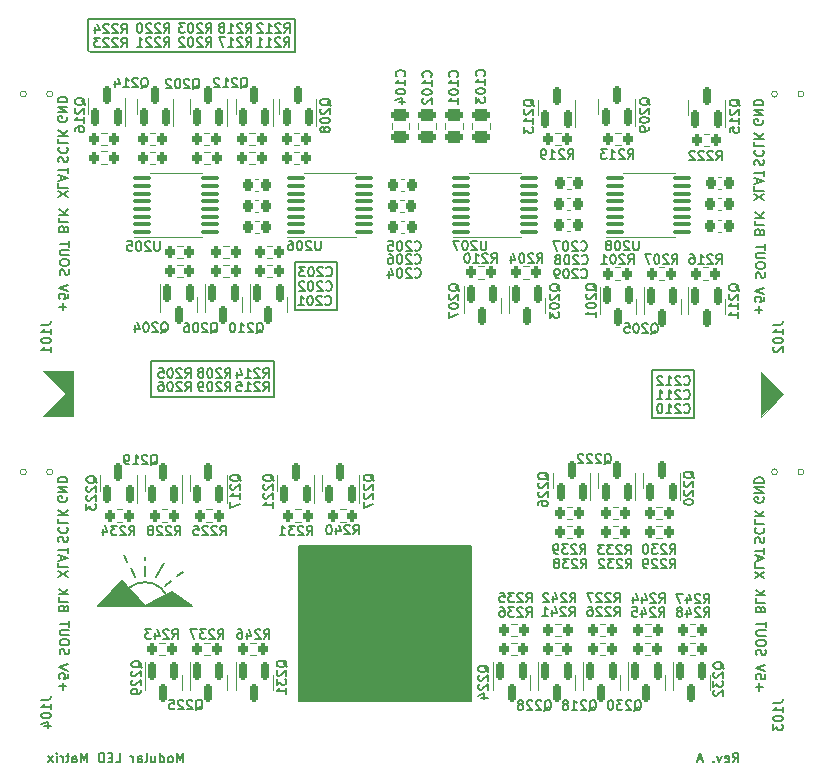
<source format=gbo>
G04 #@! TF.GenerationSoftware,KiCad,Pcbnew,(6.0.6)*
G04 #@! TF.CreationDate,2022-10-25T18:49:35+02:00*
G04 #@! TF.ProjectId,matrix_module,6d617472-6978-45f6-9d6f-64756c652e6b,rev?*
G04 #@! TF.SameCoordinates,Original*
G04 #@! TF.FileFunction,Legend,Bot*
G04 #@! TF.FilePolarity,Positive*
%FSLAX46Y46*%
G04 Gerber Fmt 4.6, Leading zero omitted, Abs format (unit mm)*
G04 Created by KiCad (PCBNEW (6.0.6)) date 2022-10-25 18:49:35*
%MOMM*%
%LPD*%
G01*
G04 APERTURE LIST*
G04 Aperture macros list*
%AMRoundRect*
0 Rectangle with rounded corners*
0 $1 Rounding radius*
0 $2 $3 $4 $5 $6 $7 $8 $9 X,Y pos of 4 corners*
0 Add a 4 corners polygon primitive as box body*
4,1,4,$2,$3,$4,$5,$6,$7,$8,$9,$2,$3,0*
0 Add four circle primitives for the rounded corners*
1,1,$1+$1,$2,$3*
1,1,$1+$1,$4,$5*
1,1,$1+$1,$6,$7*
1,1,$1+$1,$8,$9*
0 Add four rect primitives between the rounded corners*
20,1,$1+$1,$2,$3,$4,$5,0*
20,1,$1+$1,$4,$5,$6,$7,0*
20,1,$1+$1,$6,$7,$8,$9,0*
20,1,$1+$1,$8,$9,$2,$3,0*%
G04 Aperture macros list end*
%ADD10C,0.150000*%
%ADD11C,0.100000*%
%ADD12C,0.120000*%
%ADD13C,2.200000*%
%ADD14C,1.700000*%
%ADD15C,1.000000*%
%ADD16RoundRect,0.225000X-0.225000X-0.250000X0.225000X-0.250000X0.225000X0.250000X-0.225000X0.250000X0*%
%ADD17RoundRect,0.200000X-0.200000X-0.275000X0.200000X-0.275000X0.200000X0.275000X-0.200000X0.275000X0*%
%ADD18RoundRect,0.150000X0.150000X-0.587500X0.150000X0.587500X-0.150000X0.587500X-0.150000X-0.587500X0*%
%ADD19RoundRect,0.150000X-0.150000X0.587500X-0.150000X-0.587500X0.150000X-0.587500X0.150000X0.587500X0*%
%ADD20RoundRect,0.200000X0.200000X0.275000X-0.200000X0.275000X-0.200000X-0.275000X0.200000X-0.275000X0*%
%ADD21C,2.500000*%
%ADD22RoundRect,0.250000X0.475000X-0.250000X0.475000X0.250000X-0.475000X0.250000X-0.475000X-0.250000X0*%
%ADD23RoundRect,0.100000X-0.637500X-0.100000X0.637500X-0.100000X0.637500X0.100000X-0.637500X0.100000X0*%
G04 APERTURE END LIST*
D10*
X52324000Y2032000D02*
X52324000Y-2032000D01*
X9906000Y-254000D02*
X20320000Y-254000D01*
X25654000Y7112000D02*
X25654000Y11176000D01*
X55880000Y-2032000D02*
X55880000Y2032000D01*
D11*
G36*
X63375000Y0D02*
G01*
X61470000Y-1905000D01*
X61470000Y1905000D01*
X63375000Y0D01*
G37*
X63375000Y0D02*
X61470000Y-1905000D01*
X61470000Y1905000D01*
X63375000Y0D01*
D10*
X4572000Y31750000D02*
X4572000Y28956000D01*
D11*
G36*
X3265000Y-1900000D02*
G01*
X725000Y-1900000D01*
X2630000Y5000D01*
X725000Y1910000D01*
X3265000Y1910000D01*
X3265000Y-1900000D01*
G37*
X3265000Y-1900000D02*
X725000Y-1900000D01*
X2630000Y5000D01*
X725000Y1910000D01*
X3265000Y1910000D01*
X3265000Y-1900000D01*
D10*
X25654000Y11176000D02*
X22098000Y11176000D01*
X22098000Y7112000D02*
X25654000Y7112000D01*
X22402800Y-12852400D02*
X36931600Y-12852400D01*
X36931600Y-12852400D02*
X36931600Y-25958800D01*
X36931600Y-25958800D02*
X22402800Y-25958800D01*
X22402800Y-25958800D02*
X22402800Y-12852400D01*
G36*
X22402800Y-12852400D02*
G01*
X36931600Y-12852400D01*
X36931600Y-25958800D01*
X22402800Y-25958800D01*
X22402800Y-12852400D01*
G37*
X4572000Y28956000D02*
X22098000Y28956000D01*
X20320000Y2794000D02*
X9906000Y2794000D01*
X9906000Y2794000D02*
X9906000Y-254000D01*
X22098000Y31750000D02*
X4572000Y31750000D01*
X20320000Y-254000D02*
X20320000Y2794000D01*
X52324000Y-2032000D02*
X55880000Y-2032000D01*
X55880000Y2032000D02*
X52324000Y2032000D01*
X22098000Y11176000D02*
X22098000Y7112000D01*
X22098000Y28956000D02*
X22098000Y31750000D01*
X2495542Y14014533D02*
X2457447Y14128819D01*
X2419352Y14166914D01*
X2343161Y14205009D01*
X2228876Y14205009D01*
X2152685Y14166914D01*
X2114590Y14128819D01*
X2076495Y14052628D01*
X2076495Y13747866D01*
X2876495Y13747866D01*
X2876495Y14014533D01*
X2838400Y14090723D01*
X2800304Y14128819D01*
X2724114Y14166914D01*
X2647923Y14166914D01*
X2571733Y14128819D01*
X2533638Y14090723D01*
X2495542Y14014533D01*
X2495542Y13747866D01*
X2076495Y14928819D02*
X2076495Y14547866D01*
X2876495Y14547866D01*
X2076495Y15195485D02*
X2876495Y15195485D01*
X2076495Y15652628D02*
X2533638Y15309771D01*
X2876495Y15652628D02*
X2419352Y15195485D01*
X60991790Y19374019D02*
X60953695Y19488304D01*
X60953695Y19678780D01*
X60991790Y19754971D01*
X61029885Y19793066D01*
X61106076Y19831161D01*
X61182266Y19831161D01*
X61258457Y19793066D01*
X61296552Y19754971D01*
X61334647Y19678780D01*
X61372742Y19526400D01*
X61410838Y19450209D01*
X61448933Y19412114D01*
X61525123Y19374019D01*
X61601314Y19374019D01*
X61677504Y19412114D01*
X61715600Y19450209D01*
X61753695Y19526400D01*
X61753695Y19716876D01*
X61715600Y19831161D01*
X61029885Y20631161D02*
X60991790Y20593066D01*
X60953695Y20478780D01*
X60953695Y20402590D01*
X60991790Y20288304D01*
X61067980Y20212114D01*
X61144171Y20174019D01*
X61296552Y20135923D01*
X61410838Y20135923D01*
X61563219Y20174019D01*
X61639409Y20212114D01*
X61715600Y20288304D01*
X61753695Y20402590D01*
X61753695Y20478780D01*
X61715600Y20593066D01*
X61677504Y20631161D01*
X60953695Y21354971D02*
X60953695Y20974019D01*
X61753695Y20974019D01*
X60953695Y21621638D02*
X61753695Y21621638D01*
X60953695Y22078780D02*
X61410838Y21735923D01*
X61753695Y22078780D02*
X61296552Y21621638D01*
X2063790Y-12528380D02*
X2025695Y-12414095D01*
X2025695Y-12223619D01*
X2063790Y-12147428D01*
X2101885Y-12109333D01*
X2178076Y-12071238D01*
X2254266Y-12071238D01*
X2330457Y-12109333D01*
X2368552Y-12147428D01*
X2406647Y-12223619D01*
X2444742Y-12376000D01*
X2482838Y-12452190D01*
X2520933Y-12490285D01*
X2597123Y-12528380D01*
X2673314Y-12528380D01*
X2749504Y-12490285D01*
X2787600Y-12452190D01*
X2825695Y-12376000D01*
X2825695Y-12185523D01*
X2787600Y-12071238D01*
X2101885Y-11271238D02*
X2063790Y-11309333D01*
X2025695Y-11423619D01*
X2025695Y-11499809D01*
X2063790Y-11614095D01*
X2139980Y-11690285D01*
X2216171Y-11728380D01*
X2368552Y-11766476D01*
X2482838Y-11766476D01*
X2635219Y-11728380D01*
X2711409Y-11690285D01*
X2787600Y-11614095D01*
X2825695Y-11499809D01*
X2825695Y-11423619D01*
X2787600Y-11309333D01*
X2749504Y-11271238D01*
X2025695Y-10547428D02*
X2025695Y-10928380D01*
X2825695Y-10928380D01*
X2025695Y-10280761D02*
X2825695Y-10280761D01*
X2025695Y-9823619D02*
X2482838Y-10166476D01*
X2825695Y-9823619D02*
X2368552Y-10280761D01*
X2825695Y-15512895D02*
X2025695Y-14979561D01*
X2825695Y-14979561D02*
X2025695Y-15512895D01*
X2025695Y-14293847D02*
X2025695Y-14674800D01*
X2825695Y-14674800D01*
X2254266Y-14065276D02*
X2254266Y-13684323D01*
X2025695Y-14141466D02*
X2825695Y-13874800D01*
X2025695Y-13608133D01*
X2825695Y-13455752D02*
X2825695Y-12998609D01*
X2025695Y-13227180D02*
X2825695Y-13227180D01*
X61360057Y-25107771D02*
X61360057Y-24498247D01*
X61055295Y-24803009D02*
X61664819Y-24803009D01*
X61855295Y-23736342D02*
X61855295Y-24117295D01*
X61474342Y-24155390D01*
X61512438Y-24117295D01*
X61550533Y-24041104D01*
X61550533Y-23850628D01*
X61512438Y-23774438D01*
X61474342Y-23736342D01*
X61398152Y-23698247D01*
X61207676Y-23698247D01*
X61131485Y-23736342D01*
X61093390Y-23774438D01*
X61055295Y-23850628D01*
X61055295Y-24041104D01*
X61093390Y-24117295D01*
X61131485Y-24155390D01*
X61855295Y-23469676D02*
X61055295Y-23203009D01*
X61855295Y-22936342D01*
X2825695Y16643504D02*
X2025695Y17176838D01*
X2825695Y17176838D02*
X2025695Y16643504D01*
X2025695Y17862552D02*
X2025695Y17481600D01*
X2825695Y17481600D01*
X2254266Y18091123D02*
X2254266Y18472076D01*
X2025695Y18014933D02*
X2825695Y18281600D01*
X2025695Y18548266D01*
X2825695Y18700647D02*
X2825695Y19157790D01*
X2025695Y18929219D02*
X2825695Y18929219D01*
X2381257Y7099428D02*
X2381257Y7708952D01*
X2076495Y7404190D02*
X2686019Y7404190D01*
X2876495Y8470857D02*
X2876495Y8089904D01*
X2495542Y8051809D01*
X2533638Y8089904D01*
X2571733Y8166095D01*
X2571733Y8356571D01*
X2533638Y8432761D01*
X2495542Y8470857D01*
X2419352Y8508952D01*
X2228876Y8508952D01*
X2152685Y8470857D01*
X2114590Y8432761D01*
X2076495Y8356571D01*
X2076495Y8166095D01*
X2114590Y8089904D01*
X2152685Y8051809D01*
X2876495Y8737523D02*
X2076495Y9004190D01*
X2876495Y9270857D01*
X59138095Y-31161904D02*
X59404761Y-30780952D01*
X59595238Y-31161904D02*
X59595238Y-30361904D01*
X59290476Y-30361904D01*
X59214285Y-30400000D01*
X59176190Y-30438095D01*
X59138095Y-30514285D01*
X59138095Y-30628571D01*
X59176190Y-30704761D01*
X59214285Y-30742857D01*
X59290476Y-30780952D01*
X59595238Y-30780952D01*
X58490476Y-31123809D02*
X58566666Y-31161904D01*
X58719047Y-31161904D01*
X58795238Y-31123809D01*
X58833333Y-31047619D01*
X58833333Y-30742857D01*
X58795238Y-30666666D01*
X58719047Y-30628571D01*
X58566666Y-30628571D01*
X58490476Y-30666666D01*
X58452380Y-30742857D01*
X58452380Y-30819047D01*
X58833333Y-30895238D01*
X58185714Y-30628571D02*
X57995238Y-31161904D01*
X57804761Y-30628571D01*
X57500000Y-31085714D02*
X57461904Y-31123809D01*
X57500000Y-31161904D01*
X57538095Y-31123809D01*
X57500000Y-31085714D01*
X57500000Y-31161904D01*
X56547619Y-30933333D02*
X56166666Y-30933333D01*
X56623809Y-31161904D02*
X56357142Y-30361904D01*
X56090476Y-31161904D01*
X61804495Y-15563695D02*
X61004495Y-15030361D01*
X61804495Y-15030361D02*
X61004495Y-15563695D01*
X61004495Y-14344647D02*
X61004495Y-14725600D01*
X61804495Y-14725600D01*
X61233066Y-14116076D02*
X61233066Y-13735123D01*
X61004495Y-14192266D02*
X61804495Y-13925600D01*
X61004495Y-13658933D01*
X61804495Y-13506552D02*
X61804495Y-13049409D01*
X61004495Y-13277980D02*
X61804495Y-13277980D01*
X2381257Y-25056971D02*
X2381257Y-24447447D01*
X2076495Y-24752209D02*
X2686019Y-24752209D01*
X2876495Y-23685542D02*
X2876495Y-24066495D01*
X2495542Y-24104590D01*
X2533638Y-24066495D01*
X2571733Y-23990304D01*
X2571733Y-23799828D01*
X2533638Y-23723638D01*
X2495542Y-23685542D01*
X2419352Y-23647447D01*
X2228876Y-23647447D01*
X2152685Y-23685542D01*
X2114590Y-23723638D01*
X2076495Y-23799828D01*
X2076495Y-23990304D01*
X2114590Y-24066495D01*
X2152685Y-24104590D01*
X2876495Y-23418876D02*
X2076495Y-23152209D01*
X2876495Y-22885542D01*
X61309257Y6845428D02*
X61309257Y7454952D01*
X61004495Y7150190D02*
X61614019Y7150190D01*
X61804495Y8216857D02*
X61804495Y7835904D01*
X61423542Y7797809D01*
X61461638Y7835904D01*
X61499733Y7912095D01*
X61499733Y8102571D01*
X61461638Y8178761D01*
X61423542Y8216857D01*
X61347352Y8254952D01*
X61156876Y8254952D01*
X61080685Y8216857D01*
X61042590Y8178761D01*
X61004495Y8102571D01*
X61004495Y7912095D01*
X61042590Y7835904D01*
X61080685Y7797809D01*
X61804495Y8483523D02*
X61004495Y8750190D01*
X61804495Y9016857D01*
X61715600Y-8737523D02*
X61753695Y-8813714D01*
X61753695Y-8928000D01*
X61715600Y-9042285D01*
X61639409Y-9118476D01*
X61563219Y-9156571D01*
X61410838Y-9194666D01*
X61296552Y-9194666D01*
X61144171Y-9156571D01*
X61067980Y-9118476D01*
X60991790Y-9042285D01*
X60953695Y-8928000D01*
X60953695Y-8851809D01*
X60991790Y-8737523D01*
X61029885Y-8699428D01*
X61296552Y-8699428D01*
X61296552Y-8851809D01*
X60953695Y-8356571D02*
X61753695Y-8356571D01*
X60953695Y-7899428D01*
X61753695Y-7899428D01*
X60953695Y-7518476D02*
X61753695Y-7518476D01*
X61753695Y-7328000D01*
X61715600Y-7213714D01*
X61639409Y-7137523D01*
X61563219Y-7099428D01*
X61410838Y-7061333D01*
X61296552Y-7061333D01*
X61144171Y-7099428D01*
X61067980Y-7137523D01*
X60991790Y-7213714D01*
X60953695Y-7328000D01*
X60953695Y-7518476D01*
X61093390Y9855371D02*
X61055295Y9969657D01*
X61055295Y10160133D01*
X61093390Y10236323D01*
X61131485Y10274419D01*
X61207676Y10312514D01*
X61283866Y10312514D01*
X61360057Y10274419D01*
X61398152Y10236323D01*
X61436247Y10160133D01*
X61474342Y10007752D01*
X61512438Y9931561D01*
X61550533Y9893466D01*
X61626723Y9855371D01*
X61702914Y9855371D01*
X61779104Y9893466D01*
X61817200Y9931561D01*
X61855295Y10007752D01*
X61855295Y10198228D01*
X61817200Y10312514D01*
X61855295Y10807752D02*
X61855295Y10960133D01*
X61817200Y11036323D01*
X61741009Y11112514D01*
X61588628Y11150609D01*
X61321961Y11150609D01*
X61169580Y11112514D01*
X61093390Y11036323D01*
X61055295Y10960133D01*
X61055295Y10807752D01*
X61093390Y10731561D01*
X61169580Y10655371D01*
X61321961Y10617276D01*
X61588628Y10617276D01*
X61741009Y10655371D01*
X61817200Y10731561D01*
X61855295Y10807752D01*
X61855295Y11493466D02*
X61207676Y11493466D01*
X61131485Y11531561D01*
X61093390Y11569657D01*
X61055295Y11645847D01*
X61055295Y11798228D01*
X61093390Y11874419D01*
X61131485Y11912514D01*
X61207676Y11950609D01*
X61855295Y11950609D01*
X61855295Y12217276D02*
X61855295Y12674419D01*
X61055295Y12445847D02*
X61855295Y12445847D01*
X2495542Y-18141866D02*
X2457447Y-18027580D01*
X2419352Y-17989485D01*
X2343161Y-17951390D01*
X2228876Y-17951390D01*
X2152685Y-17989485D01*
X2114590Y-18027580D01*
X2076495Y-18103771D01*
X2076495Y-18408533D01*
X2876495Y-18408533D01*
X2876495Y-18141866D01*
X2838400Y-18065676D01*
X2800304Y-18027580D01*
X2724114Y-17989485D01*
X2647923Y-17989485D01*
X2571733Y-18027580D01*
X2533638Y-18065676D01*
X2495542Y-18141866D01*
X2495542Y-18408533D01*
X2076495Y-17227580D02*
X2076495Y-17608533D01*
X2876495Y-17608533D01*
X2076495Y-16960914D02*
X2876495Y-16960914D01*
X2076495Y-16503771D02*
X2533638Y-16846628D01*
X2876495Y-16503771D02*
X2419352Y-16960914D01*
X61144190Y-22097828D02*
X61106095Y-21983542D01*
X61106095Y-21793066D01*
X61144190Y-21716876D01*
X61182285Y-21678780D01*
X61258476Y-21640685D01*
X61334666Y-21640685D01*
X61410857Y-21678780D01*
X61448952Y-21716876D01*
X61487047Y-21793066D01*
X61525142Y-21945447D01*
X61563238Y-22021638D01*
X61601333Y-22059733D01*
X61677523Y-22097828D01*
X61753714Y-22097828D01*
X61829904Y-22059733D01*
X61868000Y-22021638D01*
X61906095Y-21945447D01*
X61906095Y-21754971D01*
X61868000Y-21640685D01*
X61906095Y-21145447D02*
X61906095Y-20993066D01*
X61868000Y-20916876D01*
X61791809Y-20840685D01*
X61639428Y-20802590D01*
X61372761Y-20802590D01*
X61220380Y-20840685D01*
X61144190Y-20916876D01*
X61106095Y-20993066D01*
X61106095Y-21145447D01*
X61144190Y-21221638D01*
X61220380Y-21297828D01*
X61372761Y-21335923D01*
X61639428Y-21335923D01*
X61791809Y-21297828D01*
X61868000Y-21221638D01*
X61906095Y-21145447D01*
X61906095Y-20459733D02*
X61258476Y-20459733D01*
X61182285Y-20421638D01*
X61144190Y-20383542D01*
X61106095Y-20307352D01*
X61106095Y-20154971D01*
X61144190Y-20078780D01*
X61182285Y-20040685D01*
X61258476Y-20002590D01*
X61906095Y-20002590D01*
X61906095Y-19735923D02*
X61906095Y-19278780D01*
X61106095Y-19507352D02*
X61906095Y-19507352D01*
X2063790Y19628019D02*
X2025695Y19742304D01*
X2025695Y19932780D01*
X2063790Y20008971D01*
X2101885Y20047066D01*
X2178076Y20085161D01*
X2254266Y20085161D01*
X2330457Y20047066D01*
X2368552Y20008971D01*
X2406647Y19932780D01*
X2444742Y19780400D01*
X2482838Y19704209D01*
X2520933Y19666114D01*
X2597123Y19628019D01*
X2673314Y19628019D01*
X2749504Y19666114D01*
X2787600Y19704209D01*
X2825695Y19780400D01*
X2825695Y19970876D01*
X2787600Y20085161D01*
X2101885Y20885161D02*
X2063790Y20847066D01*
X2025695Y20732780D01*
X2025695Y20656590D01*
X2063790Y20542304D01*
X2139980Y20466114D01*
X2216171Y20428019D01*
X2368552Y20389923D01*
X2482838Y20389923D01*
X2635219Y20428019D01*
X2711409Y20466114D01*
X2787600Y20542304D01*
X2825695Y20656590D01*
X2825695Y20732780D01*
X2787600Y20847066D01*
X2749504Y20885161D01*
X2025695Y21608971D02*
X2025695Y21228019D01*
X2825695Y21228019D01*
X2025695Y21875638D02*
X2825695Y21875638D01*
X2025695Y22332780D02*
X2482838Y21989923D01*
X2825695Y22332780D02*
X2368552Y21875638D01*
X61474342Y-18192666D02*
X61436247Y-18078380D01*
X61398152Y-18040285D01*
X61321961Y-18002190D01*
X61207676Y-18002190D01*
X61131485Y-18040285D01*
X61093390Y-18078380D01*
X61055295Y-18154571D01*
X61055295Y-18459333D01*
X61855295Y-18459333D01*
X61855295Y-18192666D01*
X61817200Y-18116476D01*
X61779104Y-18078380D01*
X61702914Y-18040285D01*
X61626723Y-18040285D01*
X61550533Y-18078380D01*
X61512438Y-18116476D01*
X61474342Y-18192666D01*
X61474342Y-18459333D01*
X61055295Y-17278380D02*
X61055295Y-17659333D01*
X61855295Y-17659333D01*
X61055295Y-17011714D02*
X61855295Y-17011714D01*
X61055295Y-16554571D02*
X61512438Y-16897428D01*
X61855295Y-16554571D02*
X61398152Y-17011714D01*
X61664800Y23215676D02*
X61702895Y23139485D01*
X61702895Y23025200D01*
X61664800Y22910914D01*
X61588609Y22834723D01*
X61512419Y22796628D01*
X61360038Y22758533D01*
X61245752Y22758533D01*
X61093371Y22796628D01*
X61017180Y22834723D01*
X60940990Y22910914D01*
X60902895Y23025200D01*
X60902895Y23101390D01*
X60940990Y23215676D01*
X60979085Y23253771D01*
X61245752Y23253771D01*
X61245752Y23101390D01*
X60902895Y23596628D02*
X61702895Y23596628D01*
X60902895Y24053771D01*
X61702895Y24053771D01*
X60902895Y24434723D02*
X61702895Y24434723D01*
X61702895Y24625200D01*
X61664800Y24739485D01*
X61588609Y24815676D01*
X61512419Y24853771D01*
X61360038Y24891866D01*
X61245752Y24891866D01*
X61093371Y24853771D01*
X61017180Y24815676D01*
X60940990Y24739485D01*
X60902895Y24625200D01*
X60902895Y24434723D01*
X2165390Y-22047028D02*
X2127295Y-21932742D01*
X2127295Y-21742266D01*
X2165390Y-21666076D01*
X2203485Y-21627980D01*
X2279676Y-21589885D01*
X2355866Y-21589885D01*
X2432057Y-21627980D01*
X2470152Y-21666076D01*
X2508247Y-21742266D01*
X2546342Y-21894647D01*
X2584438Y-21970838D01*
X2622533Y-22008933D01*
X2698723Y-22047028D01*
X2774914Y-22047028D01*
X2851104Y-22008933D01*
X2889200Y-21970838D01*
X2927295Y-21894647D01*
X2927295Y-21704171D01*
X2889200Y-21589885D01*
X2927295Y-21094647D02*
X2927295Y-20942266D01*
X2889200Y-20866076D01*
X2813009Y-20789885D01*
X2660628Y-20751790D01*
X2393961Y-20751790D01*
X2241580Y-20789885D01*
X2165390Y-20866076D01*
X2127295Y-20942266D01*
X2127295Y-21094647D01*
X2165390Y-21170838D01*
X2241580Y-21247028D01*
X2393961Y-21285123D01*
X2660628Y-21285123D01*
X2813009Y-21247028D01*
X2889200Y-21170838D01*
X2927295Y-21094647D01*
X2927295Y-20408933D02*
X2279676Y-20408933D01*
X2203485Y-20370838D01*
X2165390Y-20332742D01*
X2127295Y-20256552D01*
X2127295Y-20104171D01*
X2165390Y-20027980D01*
X2203485Y-19989885D01*
X2279676Y-19951790D01*
X2927295Y-19951790D01*
X2927295Y-19685123D02*
X2927295Y-19227980D01*
X2127295Y-19456552D02*
X2927295Y-19456552D01*
X2736800Y23469676D02*
X2774895Y23393485D01*
X2774895Y23279200D01*
X2736800Y23164914D01*
X2660609Y23088723D01*
X2584419Y23050628D01*
X2432038Y23012533D01*
X2317752Y23012533D01*
X2165371Y23050628D01*
X2089180Y23088723D01*
X2012990Y23164914D01*
X1974895Y23279200D01*
X1974895Y23355390D01*
X2012990Y23469676D01*
X2051085Y23507771D01*
X2317752Y23507771D01*
X2317752Y23355390D01*
X1974895Y23850628D02*
X2774895Y23850628D01*
X1974895Y24307771D01*
X2774895Y24307771D01*
X1974895Y24688723D02*
X2774895Y24688723D01*
X2774895Y24879200D01*
X2736800Y24993485D01*
X2660609Y25069676D01*
X2584419Y25107771D01*
X2432038Y25145866D01*
X2317752Y25145866D01*
X2165371Y25107771D01*
X2089180Y25069676D01*
X2012990Y24993485D01*
X1974895Y24879200D01*
X1974895Y24688723D01*
X2165390Y10109371D02*
X2127295Y10223657D01*
X2127295Y10414133D01*
X2165390Y10490323D01*
X2203485Y10528419D01*
X2279676Y10566514D01*
X2355866Y10566514D01*
X2432057Y10528419D01*
X2470152Y10490323D01*
X2508247Y10414133D01*
X2546342Y10261752D01*
X2584438Y10185561D01*
X2622533Y10147466D01*
X2698723Y10109371D01*
X2774914Y10109371D01*
X2851104Y10147466D01*
X2889200Y10185561D01*
X2927295Y10261752D01*
X2927295Y10452228D01*
X2889200Y10566514D01*
X2927295Y11061752D02*
X2927295Y11214133D01*
X2889200Y11290323D01*
X2813009Y11366514D01*
X2660628Y11404609D01*
X2393961Y11404609D01*
X2241580Y11366514D01*
X2165390Y11290323D01*
X2127295Y11214133D01*
X2127295Y11061752D01*
X2165390Y10985561D01*
X2241580Y10909371D01*
X2393961Y10871276D01*
X2660628Y10871276D01*
X2813009Y10909371D01*
X2889200Y10985561D01*
X2927295Y11061752D01*
X2927295Y11747466D02*
X2279676Y11747466D01*
X2203485Y11785561D01*
X2165390Y11823657D01*
X2127295Y11899847D01*
X2127295Y12052228D01*
X2165390Y12128419D01*
X2203485Y12166514D01*
X2279676Y12204609D01*
X2927295Y12204609D01*
X2927295Y12471276D02*
X2927295Y12928419D01*
X2127295Y12699847D02*
X2927295Y12699847D01*
X2736800Y-8686723D02*
X2774895Y-8762914D01*
X2774895Y-8877200D01*
X2736800Y-8991485D01*
X2660609Y-9067676D01*
X2584419Y-9105771D01*
X2432038Y-9143866D01*
X2317752Y-9143866D01*
X2165371Y-9105771D01*
X2089180Y-9067676D01*
X2012990Y-8991485D01*
X1974895Y-8877200D01*
X1974895Y-8801009D01*
X2012990Y-8686723D01*
X2051085Y-8648628D01*
X2317752Y-8648628D01*
X2317752Y-8801009D01*
X1974895Y-8305771D02*
X2774895Y-8305771D01*
X1974895Y-7848628D01*
X2774895Y-7848628D01*
X1974895Y-7467676D02*
X2774895Y-7467676D01*
X2774895Y-7277200D01*
X2736800Y-7162914D01*
X2660609Y-7086723D01*
X2584419Y-7048628D01*
X2432038Y-7010533D01*
X2317752Y-7010533D01*
X2165371Y-7048628D01*
X2089180Y-7086723D01*
X2012990Y-7162914D01*
X1974895Y-7277200D01*
X1974895Y-7467676D01*
X61753695Y16389504D02*
X60953695Y16922838D01*
X61753695Y16922838D02*
X60953695Y16389504D01*
X60953695Y17608552D02*
X60953695Y17227600D01*
X61753695Y17227600D01*
X61182266Y17837123D02*
X61182266Y18218076D01*
X60953695Y17760933D02*
X61753695Y18027600D01*
X60953695Y18294266D01*
X61753695Y18446647D02*
X61753695Y18903790D01*
X60953695Y18675219D02*
X61753695Y18675219D01*
X61042590Y-12579180D02*
X61004495Y-12464895D01*
X61004495Y-12274419D01*
X61042590Y-12198228D01*
X61080685Y-12160133D01*
X61156876Y-12122038D01*
X61233066Y-12122038D01*
X61309257Y-12160133D01*
X61347352Y-12198228D01*
X61385447Y-12274419D01*
X61423542Y-12426800D01*
X61461638Y-12502990D01*
X61499733Y-12541085D01*
X61575923Y-12579180D01*
X61652114Y-12579180D01*
X61728304Y-12541085D01*
X61766400Y-12502990D01*
X61804495Y-12426800D01*
X61804495Y-12236323D01*
X61766400Y-12122038D01*
X61080685Y-11322038D02*
X61042590Y-11360133D01*
X61004495Y-11474419D01*
X61004495Y-11550609D01*
X61042590Y-11664895D01*
X61118780Y-11741085D01*
X61194971Y-11779180D01*
X61347352Y-11817276D01*
X61461638Y-11817276D01*
X61614019Y-11779180D01*
X61690209Y-11741085D01*
X61766400Y-11664895D01*
X61804495Y-11550609D01*
X61804495Y-11474419D01*
X61766400Y-11360133D01*
X61728304Y-11322038D01*
X61004495Y-10598228D02*
X61004495Y-10979180D01*
X61804495Y-10979180D01*
X61004495Y-10331561D02*
X61804495Y-10331561D01*
X61004495Y-9874419D02*
X61461638Y-10217276D01*
X61804495Y-9874419D02*
X61347352Y-10331561D01*
X12584990Y-31197504D02*
X12584990Y-30397504D01*
X12318323Y-30968933D01*
X12051657Y-30397504D01*
X12051657Y-31197504D01*
X11556419Y-31197504D02*
X11632609Y-31159409D01*
X11670704Y-31121314D01*
X11708800Y-31045123D01*
X11708800Y-30816552D01*
X11670704Y-30740361D01*
X11632609Y-30702266D01*
X11556419Y-30664171D01*
X11442133Y-30664171D01*
X11365942Y-30702266D01*
X11327847Y-30740361D01*
X11289752Y-30816552D01*
X11289752Y-31045123D01*
X11327847Y-31121314D01*
X11365942Y-31159409D01*
X11442133Y-31197504D01*
X11556419Y-31197504D01*
X10604038Y-31197504D02*
X10604038Y-30397504D01*
X10604038Y-31159409D02*
X10680228Y-31197504D01*
X10832609Y-31197504D01*
X10908799Y-31159409D01*
X10946895Y-31121314D01*
X10984990Y-31045123D01*
X10984990Y-30816552D01*
X10946895Y-30740361D01*
X10908799Y-30702266D01*
X10832609Y-30664171D01*
X10680228Y-30664171D01*
X10604038Y-30702266D01*
X9880228Y-30664171D02*
X9880228Y-31197504D01*
X10223085Y-30664171D02*
X10223085Y-31083219D01*
X10184990Y-31159409D01*
X10108799Y-31197504D01*
X9994514Y-31197504D01*
X9918323Y-31159409D01*
X9880228Y-31121314D01*
X9384990Y-31197504D02*
X9461180Y-31159409D01*
X9499276Y-31083219D01*
X9499276Y-30397504D01*
X8737371Y-31197504D02*
X8737371Y-30778457D01*
X8775466Y-30702266D01*
X8851657Y-30664171D01*
X9004038Y-30664171D01*
X9080228Y-30702266D01*
X8737371Y-31159409D02*
X8813561Y-31197504D01*
X9004038Y-31197504D01*
X9080228Y-31159409D01*
X9118323Y-31083219D01*
X9118323Y-31007028D01*
X9080228Y-30930838D01*
X9004038Y-30892742D01*
X8813561Y-30892742D01*
X8737371Y-30854647D01*
X8356419Y-31197504D02*
X8356419Y-30664171D01*
X8356419Y-30816552D02*
X8318323Y-30740361D01*
X8280228Y-30702266D01*
X8204038Y-30664171D01*
X8127847Y-30664171D01*
X6870704Y-31197504D02*
X7251657Y-31197504D01*
X7251657Y-30397504D01*
X6604038Y-30778457D02*
X6337371Y-30778457D01*
X6223085Y-31197504D02*
X6604038Y-31197504D01*
X6604038Y-30397504D01*
X6223085Y-30397504D01*
X5880228Y-31197504D02*
X5880228Y-30397504D01*
X5689752Y-30397504D01*
X5575466Y-30435600D01*
X5499276Y-30511790D01*
X5461180Y-30587980D01*
X5423085Y-30740361D01*
X5423085Y-30854647D01*
X5461180Y-31007028D01*
X5499276Y-31083219D01*
X5575466Y-31159409D01*
X5689752Y-31197504D01*
X5880228Y-31197504D01*
X4470704Y-31197504D02*
X4470704Y-30397504D01*
X4204038Y-30968933D01*
X3937371Y-30397504D01*
X3937371Y-31197504D01*
X3213561Y-31197504D02*
X3213561Y-30778457D01*
X3251657Y-30702266D01*
X3327847Y-30664171D01*
X3480228Y-30664171D01*
X3556419Y-30702266D01*
X3213561Y-31159409D02*
X3289752Y-31197504D01*
X3480228Y-31197504D01*
X3556419Y-31159409D01*
X3594514Y-31083219D01*
X3594514Y-31007028D01*
X3556419Y-30930838D01*
X3480228Y-30892742D01*
X3289752Y-30892742D01*
X3213561Y-30854647D01*
X2946895Y-30664171D02*
X2642133Y-30664171D01*
X2832609Y-30397504D02*
X2832609Y-31083219D01*
X2794514Y-31159409D01*
X2718323Y-31197504D01*
X2642133Y-31197504D01*
X2375466Y-31197504D02*
X2375466Y-30664171D01*
X2375466Y-30816552D02*
X2337371Y-30740361D01*
X2299276Y-30702266D01*
X2223085Y-30664171D01*
X2146895Y-30664171D01*
X1880228Y-31197504D02*
X1880228Y-30664171D01*
X1880228Y-30397504D02*
X1918323Y-30435600D01*
X1880228Y-30473695D01*
X1842133Y-30435600D01*
X1880228Y-30397504D01*
X1880228Y-30473695D01*
X1575466Y-31197504D02*
X1156419Y-30664171D01*
X1575466Y-30664171D02*
X1156419Y-31197504D01*
X61423542Y13760533D02*
X61385447Y13874819D01*
X61347352Y13912914D01*
X61271161Y13951009D01*
X61156876Y13951009D01*
X61080685Y13912914D01*
X61042590Y13874819D01*
X61004495Y13798628D01*
X61004495Y13493866D01*
X61804495Y13493866D01*
X61804495Y13760533D01*
X61766400Y13836723D01*
X61728304Y13874819D01*
X61652114Y13912914D01*
X61575923Y13912914D01*
X61499733Y13874819D01*
X61461638Y13836723D01*
X61423542Y13760533D01*
X61423542Y13493866D01*
X61004495Y14674819D02*
X61004495Y14293866D01*
X61804495Y14293866D01*
X61004495Y14941485D02*
X61804495Y14941485D01*
X61004495Y15398628D02*
X61461638Y15055771D01*
X61804495Y15398628D02*
X61347352Y14941485D01*
X24618838Y7588285D02*
X24656933Y7550190D01*
X24771219Y7512095D01*
X24847409Y7512095D01*
X24961695Y7550190D01*
X25037885Y7626380D01*
X25075980Y7702571D01*
X25114076Y7854952D01*
X25114076Y7969238D01*
X25075980Y8121619D01*
X25037885Y8197809D01*
X24961695Y8274000D01*
X24847409Y8312095D01*
X24771219Y8312095D01*
X24656933Y8274000D01*
X24618838Y8235904D01*
X24314076Y8235904D02*
X24275980Y8274000D01*
X24199790Y8312095D01*
X24009314Y8312095D01*
X23933123Y8274000D01*
X23895028Y8235904D01*
X23856933Y8159714D01*
X23856933Y8083523D01*
X23895028Y7969238D01*
X24352171Y7512095D01*
X23856933Y7512095D01*
X23361695Y8312095D02*
X23285504Y8312095D01*
X23209314Y8274000D01*
X23171219Y8235904D01*
X23133123Y8159714D01*
X23095028Y8007333D01*
X23095028Y7816857D01*
X23133123Y7664476D01*
X23171219Y7588285D01*
X23209314Y7550190D01*
X23285504Y7512095D01*
X23361695Y7512095D01*
X23437885Y7550190D01*
X23475980Y7588285D01*
X23514076Y7664476D01*
X23552171Y7816857D01*
X23552171Y8007333D01*
X23514076Y8159714D01*
X23475980Y8235904D01*
X23437885Y8274000D01*
X23361695Y8312095D01*
X22333123Y7512095D02*
X22790266Y7512095D01*
X22561695Y7512095D02*
X22561695Y8312095D01*
X22637885Y8197809D01*
X22714076Y8121619D01*
X22790266Y8083523D01*
X32188038Y12211085D02*
X32226133Y12172990D01*
X32340419Y12134895D01*
X32416609Y12134895D01*
X32530895Y12172990D01*
X32607085Y12249180D01*
X32645180Y12325371D01*
X32683276Y12477752D01*
X32683276Y12592038D01*
X32645180Y12744419D01*
X32607085Y12820609D01*
X32530895Y12896800D01*
X32416609Y12934895D01*
X32340419Y12934895D01*
X32226133Y12896800D01*
X32188038Y12858704D01*
X31883276Y12858704D02*
X31845180Y12896800D01*
X31768990Y12934895D01*
X31578514Y12934895D01*
X31502323Y12896800D01*
X31464228Y12858704D01*
X31426133Y12782514D01*
X31426133Y12706323D01*
X31464228Y12592038D01*
X31921371Y12134895D01*
X31426133Y12134895D01*
X30930895Y12934895D02*
X30854704Y12934895D01*
X30778514Y12896800D01*
X30740419Y12858704D01*
X30702323Y12782514D01*
X30664228Y12630133D01*
X30664228Y12439657D01*
X30702323Y12287276D01*
X30740419Y12211085D01*
X30778514Y12172990D01*
X30854704Y12134895D01*
X30930895Y12134895D01*
X31007085Y12172990D01*
X31045180Y12211085D01*
X31083276Y12287276D01*
X31121371Y12439657D01*
X31121371Y12630133D01*
X31083276Y12782514D01*
X31045180Y12858704D01*
X31007085Y12896800D01*
X30930895Y12934895D01*
X29940419Y12934895D02*
X30321371Y12934895D01*
X30359466Y12553942D01*
X30321371Y12592038D01*
X30245180Y12630133D01*
X30054704Y12630133D01*
X29978514Y12592038D01*
X29940419Y12553942D01*
X29902323Y12477752D01*
X29902323Y12287276D01*
X29940419Y12211085D01*
X29978514Y12172990D01*
X30054704Y12134895D01*
X30245180Y12134895D01*
X30321371Y12172990D01*
X30359466Y12211085D01*
X24720438Y10026685D02*
X24758533Y9988590D01*
X24872819Y9950495D01*
X24949009Y9950495D01*
X25063295Y9988590D01*
X25139485Y10064780D01*
X25177580Y10140971D01*
X25215676Y10293352D01*
X25215676Y10407638D01*
X25177580Y10560019D01*
X25139485Y10636209D01*
X25063295Y10712400D01*
X24949009Y10750495D01*
X24872819Y10750495D01*
X24758533Y10712400D01*
X24720438Y10674304D01*
X24415676Y10674304D02*
X24377580Y10712400D01*
X24301390Y10750495D01*
X24110914Y10750495D01*
X24034723Y10712400D01*
X23996628Y10674304D01*
X23958533Y10598114D01*
X23958533Y10521923D01*
X23996628Y10407638D01*
X24453771Y9950495D01*
X23958533Y9950495D01*
X23463295Y10750495D02*
X23387104Y10750495D01*
X23310914Y10712400D01*
X23272819Y10674304D01*
X23234723Y10598114D01*
X23196628Y10445733D01*
X23196628Y10255257D01*
X23234723Y10102876D01*
X23272819Y10026685D01*
X23310914Y9988590D01*
X23387104Y9950495D01*
X23463295Y9950495D01*
X23539485Y9988590D01*
X23577580Y10026685D01*
X23615676Y10102876D01*
X23653771Y10255257D01*
X23653771Y10445733D01*
X23615676Y10598114D01*
X23577580Y10674304D01*
X23539485Y10712400D01*
X23463295Y10750495D01*
X22929961Y10750495D02*
X22434723Y10750495D01*
X22701390Y10445733D01*
X22587104Y10445733D01*
X22510914Y10407638D01*
X22472819Y10369542D01*
X22434723Y10293352D01*
X22434723Y10102876D01*
X22472819Y10026685D01*
X22510914Y9988590D01*
X22587104Y9950495D01*
X22815676Y9950495D01*
X22891866Y9988590D01*
X22929961Y10026685D01*
X32188038Y11093485D02*
X32226133Y11055390D01*
X32340419Y11017295D01*
X32416609Y11017295D01*
X32530895Y11055390D01*
X32607085Y11131580D01*
X32645180Y11207771D01*
X32683276Y11360152D01*
X32683276Y11474438D01*
X32645180Y11626819D01*
X32607085Y11703009D01*
X32530895Y11779200D01*
X32416609Y11817295D01*
X32340419Y11817295D01*
X32226133Y11779200D01*
X32188038Y11741104D01*
X31883276Y11741104D02*
X31845180Y11779200D01*
X31768990Y11817295D01*
X31578514Y11817295D01*
X31502323Y11779200D01*
X31464228Y11741104D01*
X31426133Y11664914D01*
X31426133Y11588723D01*
X31464228Y11474438D01*
X31921371Y11017295D01*
X31426133Y11017295D01*
X30930895Y11817295D02*
X30854704Y11817295D01*
X30778514Y11779200D01*
X30740419Y11741104D01*
X30702323Y11664914D01*
X30664228Y11512533D01*
X30664228Y11322057D01*
X30702323Y11169676D01*
X30740419Y11093485D01*
X30778514Y11055390D01*
X30854704Y11017295D01*
X30930895Y11017295D01*
X31007085Y11055390D01*
X31045180Y11093485D01*
X31083276Y11169676D01*
X31121371Y11322057D01*
X31121371Y11512533D01*
X31083276Y11664914D01*
X31045180Y11741104D01*
X31007085Y11779200D01*
X30930895Y11817295D01*
X29978514Y11817295D02*
X30130895Y11817295D01*
X30207085Y11779200D01*
X30245180Y11741104D01*
X30321371Y11626819D01*
X30359466Y11474438D01*
X30359466Y11169676D01*
X30321371Y11093485D01*
X30283276Y11055390D01*
X30207085Y11017295D01*
X30054704Y11017295D01*
X29978514Y11055390D01*
X29940419Y11093485D01*
X29902323Y11169676D01*
X29902323Y11360152D01*
X29940419Y11436342D01*
X29978514Y11474438D01*
X30054704Y11512533D01*
X30207085Y11512533D01*
X30283276Y11474438D01*
X30321371Y11436342D01*
X30359466Y11360152D01*
X32188038Y9925085D02*
X32226133Y9886990D01*
X32340419Y9848895D01*
X32416609Y9848895D01*
X32530895Y9886990D01*
X32607085Y9963180D01*
X32645180Y10039371D01*
X32683276Y10191752D01*
X32683276Y10306038D01*
X32645180Y10458419D01*
X32607085Y10534609D01*
X32530895Y10610800D01*
X32416609Y10648895D01*
X32340419Y10648895D01*
X32226133Y10610800D01*
X32188038Y10572704D01*
X31883276Y10572704D02*
X31845180Y10610800D01*
X31768990Y10648895D01*
X31578514Y10648895D01*
X31502323Y10610800D01*
X31464228Y10572704D01*
X31426133Y10496514D01*
X31426133Y10420323D01*
X31464228Y10306038D01*
X31921371Y9848895D01*
X31426133Y9848895D01*
X30930895Y10648895D02*
X30854704Y10648895D01*
X30778514Y10610800D01*
X30740419Y10572704D01*
X30702323Y10496514D01*
X30664228Y10344133D01*
X30664228Y10153657D01*
X30702323Y10001276D01*
X30740419Y9925085D01*
X30778514Y9886990D01*
X30854704Y9848895D01*
X30930895Y9848895D01*
X31007085Y9886990D01*
X31045180Y9925085D01*
X31083276Y10001276D01*
X31121371Y10153657D01*
X31121371Y10344133D01*
X31083276Y10496514D01*
X31045180Y10572704D01*
X31007085Y10610800D01*
X30930895Y10648895D01*
X29978514Y10382228D02*
X29978514Y9848895D01*
X30168990Y10686990D02*
X30359466Y10115561D01*
X29864228Y10115561D01*
X24669638Y8807485D02*
X24707733Y8769390D01*
X24822019Y8731295D01*
X24898209Y8731295D01*
X25012495Y8769390D01*
X25088685Y8845580D01*
X25126780Y8921771D01*
X25164876Y9074152D01*
X25164876Y9188438D01*
X25126780Y9340819D01*
X25088685Y9417009D01*
X25012495Y9493200D01*
X24898209Y9531295D01*
X24822019Y9531295D01*
X24707733Y9493200D01*
X24669638Y9455104D01*
X24364876Y9455104D02*
X24326780Y9493200D01*
X24250590Y9531295D01*
X24060114Y9531295D01*
X23983923Y9493200D01*
X23945828Y9455104D01*
X23907733Y9378914D01*
X23907733Y9302723D01*
X23945828Y9188438D01*
X24402971Y8731295D01*
X23907733Y8731295D01*
X23412495Y9531295D02*
X23336304Y9531295D01*
X23260114Y9493200D01*
X23222019Y9455104D01*
X23183923Y9378914D01*
X23145828Y9226533D01*
X23145828Y9036057D01*
X23183923Y8883676D01*
X23222019Y8807485D01*
X23260114Y8769390D01*
X23336304Y8731295D01*
X23412495Y8731295D01*
X23488685Y8769390D01*
X23526780Y8807485D01*
X23564876Y8883676D01*
X23602971Y9036057D01*
X23602971Y9226533D01*
X23564876Y9378914D01*
X23526780Y9455104D01*
X23488685Y9493200D01*
X23412495Y9531295D01*
X22841066Y9455104D02*
X22802971Y9493200D01*
X22726780Y9531295D01*
X22536304Y9531295D01*
X22460114Y9493200D01*
X22422019Y9455104D01*
X22383923Y9378914D01*
X22383923Y9302723D01*
X22422019Y9188438D01*
X22879161Y8731295D01*
X22383923Y8731295D01*
X12782438Y1365295D02*
X13049104Y1746247D01*
X13239580Y1365295D02*
X13239580Y2165295D01*
X12934819Y2165295D01*
X12858628Y2127200D01*
X12820533Y2089104D01*
X12782438Y2012914D01*
X12782438Y1898628D01*
X12820533Y1822438D01*
X12858628Y1784342D01*
X12934819Y1746247D01*
X13239580Y1746247D01*
X12477676Y2089104D02*
X12439580Y2127200D01*
X12363390Y2165295D01*
X12172914Y2165295D01*
X12096723Y2127200D01*
X12058628Y2089104D01*
X12020533Y2012914D01*
X12020533Y1936723D01*
X12058628Y1822438D01*
X12515771Y1365295D01*
X12020533Y1365295D01*
X11525295Y2165295D02*
X11449104Y2165295D01*
X11372914Y2127200D01*
X11334819Y2089104D01*
X11296723Y2012914D01*
X11258628Y1860533D01*
X11258628Y1670057D01*
X11296723Y1517676D01*
X11334819Y1441485D01*
X11372914Y1403390D01*
X11449104Y1365295D01*
X11525295Y1365295D01*
X11601485Y1403390D01*
X11639580Y1441485D01*
X11677676Y1517676D01*
X11715771Y1670057D01*
X11715771Y1860533D01*
X11677676Y2012914D01*
X11639580Y2089104D01*
X11601485Y2127200D01*
X11525295Y2165295D01*
X10534819Y2165295D02*
X10915771Y2165295D01*
X10953866Y1784342D01*
X10915771Y1822438D01*
X10839580Y1860533D01*
X10649104Y1860533D01*
X10572914Y1822438D01*
X10534819Y1784342D01*
X10496723Y1708152D01*
X10496723Y1517676D01*
X10534819Y1441485D01*
X10572914Y1403390D01*
X10649104Y1365295D01*
X10839580Y1365295D01*
X10915771Y1403390D01*
X10953866Y1441485D01*
X48234495Y-5924495D02*
X48310685Y-5886400D01*
X48386876Y-5810209D01*
X48501161Y-5695923D01*
X48577352Y-5657828D01*
X48653542Y-5657828D01*
X48615447Y-5848304D02*
X48691638Y-5810209D01*
X48767828Y-5734019D01*
X48805923Y-5581638D01*
X48805923Y-5314971D01*
X48767828Y-5162590D01*
X48691638Y-5086400D01*
X48615447Y-5048304D01*
X48463066Y-5048304D01*
X48386876Y-5086400D01*
X48310685Y-5162590D01*
X48272590Y-5314971D01*
X48272590Y-5581638D01*
X48310685Y-5734019D01*
X48386876Y-5810209D01*
X48463066Y-5848304D01*
X48615447Y-5848304D01*
X47967828Y-5124495D02*
X47929733Y-5086400D01*
X47853542Y-5048304D01*
X47663066Y-5048304D01*
X47586876Y-5086400D01*
X47548780Y-5124495D01*
X47510685Y-5200685D01*
X47510685Y-5276876D01*
X47548780Y-5391161D01*
X48005923Y-5848304D01*
X47510685Y-5848304D01*
X47205923Y-5124495D02*
X47167828Y-5086400D01*
X47091638Y-5048304D01*
X46901161Y-5048304D01*
X46824971Y-5086400D01*
X46786876Y-5124495D01*
X46748780Y-5200685D01*
X46748780Y-5276876D01*
X46786876Y-5391161D01*
X47244019Y-5848304D01*
X46748780Y-5848304D01*
X46444019Y-5124495D02*
X46405923Y-5086400D01*
X46329733Y-5048304D01*
X46139257Y-5048304D01*
X46063066Y-5086400D01*
X46024971Y-5124495D01*
X45986876Y-5200685D01*
X45986876Y-5276876D01*
X46024971Y-5391161D01*
X46482114Y-5848304D01*
X45986876Y-5848304D01*
X46964495Y-26803295D02*
X47040685Y-26765200D01*
X47116876Y-26689009D01*
X47231161Y-26574723D01*
X47307352Y-26536628D01*
X47383542Y-26536628D01*
X47345447Y-26727104D02*
X47421638Y-26689009D01*
X47497828Y-26612819D01*
X47535923Y-26460438D01*
X47535923Y-26193771D01*
X47497828Y-26041390D01*
X47421638Y-25965200D01*
X47345447Y-25927104D01*
X47193066Y-25927104D01*
X47116876Y-25965200D01*
X47040685Y-26041390D01*
X47002590Y-26193771D01*
X47002590Y-26460438D01*
X47040685Y-26612819D01*
X47116876Y-26689009D01*
X47193066Y-26727104D01*
X47345447Y-26727104D01*
X46697828Y-26003295D02*
X46659733Y-25965200D01*
X46583542Y-25927104D01*
X46393066Y-25927104D01*
X46316876Y-25965200D01*
X46278780Y-26003295D01*
X46240685Y-26079485D01*
X46240685Y-26155676D01*
X46278780Y-26269961D01*
X46735923Y-26727104D01*
X46240685Y-26727104D01*
X45478780Y-26727104D02*
X45935923Y-26727104D01*
X45707352Y-26727104D02*
X45707352Y-25927104D01*
X45783542Y-26041390D01*
X45859733Y-26117580D01*
X45935923Y-26155676D01*
X45021638Y-26269961D02*
X45097828Y-26231866D01*
X45135923Y-26193771D01*
X45174019Y-26117580D01*
X45174019Y-26079485D01*
X45135923Y-26003295D01*
X45097828Y-25965200D01*
X45021638Y-25927104D01*
X44869257Y-25927104D01*
X44793066Y-25965200D01*
X44754971Y-26003295D01*
X44716876Y-26079485D01*
X44716876Y-26117580D01*
X44754971Y-26193771D01*
X44793066Y-26231866D01*
X44869257Y-26269961D01*
X45021638Y-26269961D01*
X45097828Y-26308057D01*
X45135923Y-26346152D01*
X45174019Y-26422342D01*
X45174019Y-26574723D01*
X45135923Y-26650914D01*
X45097828Y-26689009D01*
X45021638Y-26727104D01*
X44869257Y-26727104D01*
X44793066Y-26689009D01*
X44754971Y-26650914D01*
X44716876Y-26574723D01*
X44716876Y-26422342D01*
X44754971Y-26346152D01*
X44793066Y-26308057D01*
X44869257Y-26269961D01*
X38690438Y11118895D02*
X38957104Y11499847D01*
X39147580Y11118895D02*
X39147580Y11918895D01*
X38842819Y11918895D01*
X38766628Y11880800D01*
X38728533Y11842704D01*
X38690438Y11766514D01*
X38690438Y11652228D01*
X38728533Y11576038D01*
X38766628Y11537942D01*
X38842819Y11499847D01*
X39147580Y11499847D01*
X38385676Y11842704D02*
X38347580Y11880800D01*
X38271390Y11918895D01*
X38080914Y11918895D01*
X38004723Y11880800D01*
X37966628Y11842704D01*
X37928533Y11766514D01*
X37928533Y11690323D01*
X37966628Y11576038D01*
X38423771Y11118895D01*
X37928533Y11118895D01*
X37166628Y11118895D02*
X37623771Y11118895D01*
X37395200Y11118895D02*
X37395200Y11918895D01*
X37471390Y11804609D01*
X37547580Y11728419D01*
X37623771Y11690323D01*
X36671390Y11918895D02*
X36595200Y11918895D01*
X36519009Y11880800D01*
X36480914Y11842704D01*
X36442819Y11766514D01*
X36404723Y11614133D01*
X36404723Y11423657D01*
X36442819Y11271276D01*
X36480914Y11195085D01*
X36519009Y11156990D01*
X36595200Y11118895D01*
X36671390Y11118895D01*
X36747580Y11156990D01*
X36785676Y11195085D01*
X36823771Y11271276D01*
X36861866Y11423657D01*
X36861866Y11614133D01*
X36823771Y11766514D01*
X36785676Y11842704D01*
X36747580Y11880800D01*
X36671390Y11918895D01*
X11664838Y-20732704D02*
X11931504Y-20351752D01*
X12121980Y-20732704D02*
X12121980Y-19932704D01*
X11817219Y-19932704D01*
X11741028Y-19970800D01*
X11702933Y-20008895D01*
X11664838Y-20085085D01*
X11664838Y-20199371D01*
X11702933Y-20275561D01*
X11741028Y-20313657D01*
X11817219Y-20351752D01*
X12121980Y-20351752D01*
X11360076Y-20008895D02*
X11321980Y-19970800D01*
X11245790Y-19932704D01*
X11055314Y-19932704D01*
X10979123Y-19970800D01*
X10941028Y-20008895D01*
X10902933Y-20085085D01*
X10902933Y-20161276D01*
X10941028Y-20275561D01*
X11398171Y-20732704D01*
X10902933Y-20732704D01*
X10217219Y-20199371D02*
X10217219Y-20732704D01*
X10407695Y-19894609D02*
X10598171Y-20466038D01*
X10102933Y-20466038D01*
X9874361Y-19932704D02*
X9379123Y-19932704D01*
X9645790Y-20237466D01*
X9531504Y-20237466D01*
X9455314Y-20275561D01*
X9417219Y-20313657D01*
X9379123Y-20389847D01*
X9379123Y-20580323D01*
X9417219Y-20656514D01*
X9455314Y-20694609D01*
X9531504Y-20732704D01*
X9760076Y-20732704D01*
X9836266Y-20694609D01*
X9874361Y-20656514D01*
X10693295Y5200704D02*
X10769485Y5238800D01*
X10845676Y5314990D01*
X10959961Y5429276D01*
X11036152Y5467371D01*
X11112342Y5467371D01*
X11074247Y5276895D02*
X11150438Y5314990D01*
X11226628Y5391180D01*
X11264723Y5543561D01*
X11264723Y5810228D01*
X11226628Y5962609D01*
X11150438Y6038800D01*
X11074247Y6076895D01*
X10921866Y6076895D01*
X10845676Y6038800D01*
X10769485Y5962609D01*
X10731390Y5810228D01*
X10731390Y5543561D01*
X10769485Y5391180D01*
X10845676Y5314990D01*
X10921866Y5276895D01*
X11074247Y5276895D01*
X10426628Y6000704D02*
X10388533Y6038800D01*
X10312342Y6076895D01*
X10121866Y6076895D01*
X10045676Y6038800D01*
X10007580Y6000704D01*
X9969485Y5924514D01*
X9969485Y5848323D01*
X10007580Y5734038D01*
X10464723Y5276895D01*
X9969485Y5276895D01*
X9474247Y6076895D02*
X9398057Y6076895D01*
X9321866Y6038800D01*
X9283771Y6000704D01*
X9245676Y5924514D01*
X9207580Y5772133D01*
X9207580Y5581657D01*
X9245676Y5429276D01*
X9283771Y5353085D01*
X9321866Y5314990D01*
X9398057Y5276895D01*
X9474247Y5276895D01*
X9550438Y5314990D01*
X9588533Y5353085D01*
X9626628Y5429276D01*
X9664723Y5581657D01*
X9664723Y5772133D01*
X9626628Y5924514D01*
X9588533Y6000704D01*
X9550438Y6038800D01*
X9474247Y6076895D01*
X8521866Y5810228D02*
X8521866Y5276895D01*
X8712342Y6114990D02*
X8902819Y5543561D01*
X8407580Y5543561D01*
X56673638Y-18853104D02*
X56940304Y-18472152D01*
X57130780Y-18853104D02*
X57130780Y-18053104D01*
X56826019Y-18053104D01*
X56749828Y-18091200D01*
X56711733Y-18129295D01*
X56673638Y-18205485D01*
X56673638Y-18319771D01*
X56711733Y-18395961D01*
X56749828Y-18434057D01*
X56826019Y-18472152D01*
X57130780Y-18472152D01*
X56368876Y-18129295D02*
X56330780Y-18091200D01*
X56254590Y-18053104D01*
X56064114Y-18053104D01*
X55987923Y-18091200D01*
X55949828Y-18129295D01*
X55911733Y-18205485D01*
X55911733Y-18281676D01*
X55949828Y-18395961D01*
X56406971Y-18853104D01*
X55911733Y-18853104D01*
X55226019Y-18319771D02*
X55226019Y-18853104D01*
X55416495Y-18015009D02*
X55606971Y-18586438D01*
X55111733Y-18586438D01*
X54692685Y-18395961D02*
X54768876Y-18357866D01*
X54806971Y-18319771D01*
X54845066Y-18243580D01*
X54845066Y-18205485D01*
X54806971Y-18129295D01*
X54768876Y-18091200D01*
X54692685Y-18053104D01*
X54540304Y-18053104D01*
X54464114Y-18091200D01*
X54426019Y-18129295D01*
X54387923Y-18205485D01*
X54387923Y-18243580D01*
X54426019Y-18319771D01*
X54464114Y-18357866D01*
X54540304Y-18395961D01*
X54692685Y-18395961D01*
X54768876Y-18434057D01*
X54806971Y-18472152D01*
X54845066Y-18548342D01*
X54845066Y-18700723D01*
X54806971Y-18776914D01*
X54768876Y-18815009D01*
X54692685Y-18853104D01*
X54540304Y-18853104D01*
X54464114Y-18815009D01*
X54426019Y-18776914D01*
X54387923Y-18700723D01*
X54387923Y-18548342D01*
X54426019Y-18472152D01*
X54464114Y-18434057D01*
X54540304Y-18395961D01*
X21164438Y30575295D02*
X21431104Y30956247D01*
X21621580Y30575295D02*
X21621580Y31375295D01*
X21316819Y31375295D01*
X21240628Y31337200D01*
X21202533Y31299104D01*
X21164438Y31222914D01*
X21164438Y31108628D01*
X21202533Y31032438D01*
X21240628Y30994342D01*
X21316819Y30956247D01*
X21621580Y30956247D01*
X20859676Y31299104D02*
X20821580Y31337200D01*
X20745390Y31375295D01*
X20554914Y31375295D01*
X20478723Y31337200D01*
X20440628Y31299104D01*
X20402533Y31222914D01*
X20402533Y31146723D01*
X20440628Y31032438D01*
X20897771Y30575295D01*
X20402533Y30575295D01*
X19640628Y30575295D02*
X20097771Y30575295D01*
X19869200Y30575295D02*
X19869200Y31375295D01*
X19945390Y31261009D01*
X20021580Y31184819D01*
X20097771Y31146723D01*
X19335866Y31299104D02*
X19297771Y31337200D01*
X19221580Y31375295D01*
X19031104Y31375295D01*
X18954914Y31337200D01*
X18916819Y31299104D01*
X18878723Y31222914D01*
X18878723Y31146723D01*
X18916819Y31032438D01*
X19373961Y30575295D01*
X18878723Y30575295D01*
X7346838Y30524495D02*
X7613504Y30905447D01*
X7803980Y30524495D02*
X7803980Y31324495D01*
X7499219Y31324495D01*
X7423028Y31286400D01*
X7384933Y31248304D01*
X7346838Y31172114D01*
X7346838Y31057828D01*
X7384933Y30981638D01*
X7423028Y30943542D01*
X7499219Y30905447D01*
X7803980Y30905447D01*
X7042076Y31248304D02*
X7003980Y31286400D01*
X6927790Y31324495D01*
X6737314Y31324495D01*
X6661123Y31286400D01*
X6623028Y31248304D01*
X6584933Y31172114D01*
X6584933Y31095923D01*
X6623028Y30981638D01*
X7080171Y30524495D01*
X6584933Y30524495D01*
X6280171Y31248304D02*
X6242076Y31286400D01*
X6165885Y31324495D01*
X5975409Y31324495D01*
X5899219Y31286400D01*
X5861123Y31248304D01*
X5823028Y31172114D01*
X5823028Y31095923D01*
X5861123Y30981638D01*
X6318266Y30524495D01*
X5823028Y30524495D01*
X5137314Y31057828D02*
X5137314Y30524495D01*
X5327790Y31362590D02*
X5518266Y30791161D01*
X5023028Y30791161D01*
X8007238Y-11944304D02*
X8273904Y-11563352D01*
X8464380Y-11944304D02*
X8464380Y-11144304D01*
X8159619Y-11144304D01*
X8083428Y-11182400D01*
X8045333Y-11220495D01*
X8007238Y-11296685D01*
X8007238Y-11410971D01*
X8045333Y-11487161D01*
X8083428Y-11525257D01*
X8159619Y-11563352D01*
X8464380Y-11563352D01*
X7702476Y-11220495D02*
X7664380Y-11182400D01*
X7588190Y-11144304D01*
X7397714Y-11144304D01*
X7321523Y-11182400D01*
X7283428Y-11220495D01*
X7245333Y-11296685D01*
X7245333Y-11372876D01*
X7283428Y-11487161D01*
X7740571Y-11944304D01*
X7245333Y-11944304D01*
X6978666Y-11144304D02*
X6483428Y-11144304D01*
X6750095Y-11449066D01*
X6635809Y-11449066D01*
X6559619Y-11487161D01*
X6521523Y-11525257D01*
X6483428Y-11601447D01*
X6483428Y-11791923D01*
X6521523Y-11868114D01*
X6559619Y-11906209D01*
X6635809Y-11944304D01*
X6864380Y-11944304D01*
X6940571Y-11906209D01*
X6978666Y-11868114D01*
X5797714Y-11410971D02*
X5797714Y-11944304D01*
X5988190Y-11106209D02*
X6178666Y-11677638D01*
X5683428Y-11677638D01*
X62553904Y5854571D02*
X63125333Y5854571D01*
X63239619Y5892666D01*
X63315809Y5968857D01*
X63353904Y6083142D01*
X63353904Y6159333D01*
X63353904Y5054571D02*
X63353904Y5511714D01*
X63353904Y5283142D02*
X62553904Y5283142D01*
X62668190Y5359333D01*
X62744380Y5435523D01*
X62782476Y5511714D01*
X62553904Y4559333D02*
X62553904Y4483142D01*
X62592000Y4406952D01*
X62630095Y4368857D01*
X62706285Y4330761D01*
X62858666Y4292666D01*
X63049142Y4292666D01*
X63201523Y4330761D01*
X63277714Y4368857D01*
X63315809Y4406952D01*
X63353904Y4483142D01*
X63353904Y4559333D01*
X63315809Y4635523D01*
X63277714Y4673619D01*
X63201523Y4711714D01*
X63049142Y4749809D01*
X62858666Y4749809D01*
X62706285Y4711714D01*
X62630095Y4673619D01*
X62592000Y4635523D01*
X62553904Y4559333D01*
X62630095Y3987904D02*
X62592000Y3949809D01*
X62553904Y3873619D01*
X62553904Y3683142D01*
X62592000Y3606952D01*
X62630095Y3568857D01*
X62706285Y3530761D01*
X62782476Y3530761D01*
X62896761Y3568857D01*
X63353904Y4026000D01*
X63353904Y3530761D01*
X41636838Y-17633904D02*
X41903504Y-17252952D01*
X42093980Y-17633904D02*
X42093980Y-16833904D01*
X41789219Y-16833904D01*
X41713028Y-16872000D01*
X41674933Y-16910095D01*
X41636838Y-16986285D01*
X41636838Y-17100571D01*
X41674933Y-17176761D01*
X41713028Y-17214857D01*
X41789219Y-17252952D01*
X42093980Y-17252952D01*
X41332076Y-16910095D02*
X41293980Y-16872000D01*
X41217790Y-16833904D01*
X41027314Y-16833904D01*
X40951123Y-16872000D01*
X40913028Y-16910095D01*
X40874933Y-16986285D01*
X40874933Y-17062476D01*
X40913028Y-17176761D01*
X41370171Y-17633904D01*
X40874933Y-17633904D01*
X40608266Y-16833904D02*
X40113028Y-16833904D01*
X40379695Y-17138666D01*
X40265409Y-17138666D01*
X40189219Y-17176761D01*
X40151123Y-17214857D01*
X40113028Y-17291047D01*
X40113028Y-17481523D01*
X40151123Y-17557714D01*
X40189219Y-17595809D01*
X40265409Y-17633904D01*
X40493980Y-17633904D01*
X40570171Y-17595809D01*
X40608266Y-17557714D01*
X39389219Y-16833904D02*
X39770171Y-16833904D01*
X39808266Y-17214857D01*
X39770171Y-17176761D01*
X39693980Y-17138666D01*
X39503504Y-17138666D01*
X39427314Y-17176761D01*
X39389219Y-17214857D01*
X39351123Y-17291047D01*
X39351123Y-17481523D01*
X39389219Y-17557714D01*
X39427314Y-17595809D01*
X39503504Y-17633904D01*
X39693980Y-17633904D01*
X39770171Y-17595809D01*
X39808266Y-17557714D01*
X53778038Y-14738304D02*
X54044704Y-14357352D01*
X54235180Y-14738304D02*
X54235180Y-13938304D01*
X53930419Y-13938304D01*
X53854228Y-13976400D01*
X53816133Y-14014495D01*
X53778038Y-14090685D01*
X53778038Y-14204971D01*
X53816133Y-14281161D01*
X53854228Y-14319257D01*
X53930419Y-14357352D01*
X54235180Y-14357352D01*
X53473276Y-14014495D02*
X53435180Y-13976400D01*
X53358990Y-13938304D01*
X53168514Y-13938304D01*
X53092323Y-13976400D01*
X53054228Y-14014495D01*
X53016133Y-14090685D01*
X53016133Y-14166876D01*
X53054228Y-14281161D01*
X53511371Y-14738304D01*
X53016133Y-14738304D01*
X52711371Y-14014495D02*
X52673276Y-13976400D01*
X52597085Y-13938304D01*
X52406609Y-13938304D01*
X52330419Y-13976400D01*
X52292323Y-14014495D01*
X52254228Y-14090685D01*
X52254228Y-14166876D01*
X52292323Y-14281161D01*
X52749466Y-14738304D01*
X52254228Y-14738304D01*
X51873276Y-14738304D02*
X51720895Y-14738304D01*
X51644704Y-14700209D01*
X51606609Y-14662114D01*
X51530419Y-14547828D01*
X51492323Y-14395447D01*
X51492323Y-14090685D01*
X51530419Y-14014495D01*
X51568514Y-13976400D01*
X51644704Y-13938304D01*
X51797085Y-13938304D01*
X51873276Y-13976400D01*
X51911371Y-14014495D01*
X51949466Y-14090685D01*
X51949466Y-14281161D01*
X51911371Y-14357352D01*
X51873276Y-14395447D01*
X51797085Y-14433542D01*
X51644704Y-14433542D01*
X51568514Y-14395447D01*
X51530419Y-14357352D01*
X51492323Y-14281161D01*
X50069638Y-14738304D02*
X50336304Y-14357352D01*
X50526780Y-14738304D02*
X50526780Y-13938304D01*
X50222019Y-13938304D01*
X50145828Y-13976400D01*
X50107733Y-14014495D01*
X50069638Y-14090685D01*
X50069638Y-14204971D01*
X50107733Y-14281161D01*
X50145828Y-14319257D01*
X50222019Y-14357352D01*
X50526780Y-14357352D01*
X49764876Y-14014495D02*
X49726780Y-13976400D01*
X49650590Y-13938304D01*
X49460114Y-13938304D01*
X49383923Y-13976400D01*
X49345828Y-14014495D01*
X49307733Y-14090685D01*
X49307733Y-14166876D01*
X49345828Y-14281161D01*
X49802971Y-14738304D01*
X49307733Y-14738304D01*
X49041066Y-13938304D02*
X48545828Y-13938304D01*
X48812495Y-14243066D01*
X48698209Y-14243066D01*
X48622019Y-14281161D01*
X48583923Y-14319257D01*
X48545828Y-14395447D01*
X48545828Y-14585923D01*
X48583923Y-14662114D01*
X48622019Y-14700209D01*
X48698209Y-14738304D01*
X48926780Y-14738304D01*
X49002971Y-14700209D01*
X49041066Y-14662114D01*
X48241066Y-14014495D02*
X48202971Y-13976400D01*
X48126780Y-13938304D01*
X47936304Y-13938304D01*
X47860114Y-13976400D01*
X47822019Y-14014495D01*
X47783923Y-14090685D01*
X47783923Y-14166876D01*
X47822019Y-14281161D01*
X48279161Y-14738304D01*
X47783923Y-14738304D01*
X14509638Y29406895D02*
X14776304Y29787847D01*
X14966780Y29406895D02*
X14966780Y30206895D01*
X14662019Y30206895D01*
X14585828Y30168800D01*
X14547733Y30130704D01*
X14509638Y30054514D01*
X14509638Y29940228D01*
X14547733Y29864038D01*
X14585828Y29825942D01*
X14662019Y29787847D01*
X14966780Y29787847D01*
X14204876Y30130704D02*
X14166780Y30168800D01*
X14090590Y30206895D01*
X13900114Y30206895D01*
X13823923Y30168800D01*
X13785828Y30130704D01*
X13747733Y30054514D01*
X13747733Y29978323D01*
X13785828Y29864038D01*
X14242971Y29406895D01*
X13747733Y29406895D01*
X13252495Y30206895D02*
X13176304Y30206895D01*
X13100114Y30168800D01*
X13062019Y30130704D01*
X13023923Y30054514D01*
X12985828Y29902133D01*
X12985828Y29711657D01*
X13023923Y29559276D01*
X13062019Y29483085D01*
X13100114Y29444990D01*
X13176304Y29406895D01*
X13252495Y29406895D01*
X13328685Y29444990D01*
X13366780Y29483085D01*
X13404876Y29559276D01*
X13442971Y29711657D01*
X13442971Y29902133D01*
X13404876Y30054514D01*
X13366780Y30130704D01*
X13328685Y30168800D01*
X13252495Y30206895D01*
X12681066Y30130704D02*
X12642971Y30168800D01*
X12566780Y30206895D01*
X12376304Y30206895D01*
X12300114Y30168800D01*
X12262019Y30130704D01*
X12223923Y30054514D01*
X12223923Y29978323D01*
X12262019Y29864038D01*
X12719161Y29406895D01*
X12223923Y29406895D01*
X50272838Y11017295D02*
X50539504Y11398247D01*
X50729980Y11017295D02*
X50729980Y11817295D01*
X50425219Y11817295D01*
X50349028Y11779200D01*
X50310933Y11741104D01*
X50272838Y11664914D01*
X50272838Y11550628D01*
X50310933Y11474438D01*
X50349028Y11436342D01*
X50425219Y11398247D01*
X50729980Y11398247D01*
X49968076Y11741104D02*
X49929980Y11779200D01*
X49853790Y11817295D01*
X49663314Y11817295D01*
X49587123Y11779200D01*
X49549028Y11741104D01*
X49510933Y11664914D01*
X49510933Y11588723D01*
X49549028Y11474438D01*
X50006171Y11017295D01*
X49510933Y11017295D01*
X49015695Y11817295D02*
X48939504Y11817295D01*
X48863314Y11779200D01*
X48825219Y11741104D01*
X48787123Y11664914D01*
X48749028Y11512533D01*
X48749028Y11322057D01*
X48787123Y11169676D01*
X48825219Y11093485D01*
X48863314Y11055390D01*
X48939504Y11017295D01*
X49015695Y11017295D01*
X49091885Y11055390D01*
X49129980Y11093485D01*
X49168076Y11169676D01*
X49206171Y11322057D01*
X49206171Y11512533D01*
X49168076Y11664914D01*
X49129980Y11741104D01*
X49091885Y11779200D01*
X49015695Y11817295D01*
X47987123Y11017295D02*
X48444266Y11017295D01*
X48215695Y11017295D02*
X48215695Y11817295D01*
X48291885Y11703009D01*
X48368076Y11626819D01*
X48444266Y11588723D01*
X13639695Y-26752495D02*
X13715885Y-26714400D01*
X13792076Y-26638209D01*
X13906361Y-26523923D01*
X13982552Y-26485828D01*
X14058742Y-26485828D01*
X14020647Y-26676304D02*
X14096838Y-26638209D01*
X14173028Y-26562019D01*
X14211123Y-26409638D01*
X14211123Y-26142971D01*
X14173028Y-25990590D01*
X14096838Y-25914400D01*
X14020647Y-25876304D01*
X13868266Y-25876304D01*
X13792076Y-25914400D01*
X13715885Y-25990590D01*
X13677790Y-26142971D01*
X13677790Y-26409638D01*
X13715885Y-26562019D01*
X13792076Y-26638209D01*
X13868266Y-26676304D01*
X14020647Y-26676304D01*
X13373028Y-25952495D02*
X13334933Y-25914400D01*
X13258742Y-25876304D01*
X13068266Y-25876304D01*
X12992076Y-25914400D01*
X12953980Y-25952495D01*
X12915885Y-26028685D01*
X12915885Y-26104876D01*
X12953980Y-26219161D01*
X13411123Y-26676304D01*
X12915885Y-26676304D01*
X12611123Y-25952495D02*
X12573028Y-25914400D01*
X12496838Y-25876304D01*
X12306361Y-25876304D01*
X12230171Y-25914400D01*
X12192076Y-25952495D01*
X12153980Y-26028685D01*
X12153980Y-26104876D01*
X12192076Y-26219161D01*
X12649219Y-26676304D01*
X12153980Y-26676304D01*
X11430171Y-25876304D02*
X11811123Y-25876304D01*
X11849219Y-26257257D01*
X11811123Y-26219161D01*
X11734933Y-26181066D01*
X11544457Y-26181066D01*
X11468266Y-26219161D01*
X11430171Y-26257257D01*
X11392076Y-26333447D01*
X11392076Y-26523923D01*
X11430171Y-26600114D01*
X11468266Y-26638209D01*
X11544457Y-26676304D01*
X11734933Y-26676304D01*
X11811123Y-26638209D01*
X11849219Y-26600114D01*
X16135238Y1365295D02*
X16401904Y1746247D01*
X16592380Y1365295D02*
X16592380Y2165295D01*
X16287619Y2165295D01*
X16211428Y2127200D01*
X16173333Y2089104D01*
X16135238Y2012914D01*
X16135238Y1898628D01*
X16173333Y1822438D01*
X16211428Y1784342D01*
X16287619Y1746247D01*
X16592380Y1746247D01*
X15830476Y2089104D02*
X15792380Y2127200D01*
X15716190Y2165295D01*
X15525714Y2165295D01*
X15449523Y2127200D01*
X15411428Y2089104D01*
X15373333Y2012914D01*
X15373333Y1936723D01*
X15411428Y1822438D01*
X15868571Y1365295D01*
X15373333Y1365295D01*
X14878095Y2165295D02*
X14801904Y2165295D01*
X14725714Y2127200D01*
X14687619Y2089104D01*
X14649523Y2012914D01*
X14611428Y1860533D01*
X14611428Y1670057D01*
X14649523Y1517676D01*
X14687619Y1441485D01*
X14725714Y1403390D01*
X14801904Y1365295D01*
X14878095Y1365295D01*
X14954285Y1403390D01*
X14992380Y1441485D01*
X15030476Y1517676D01*
X15068571Y1670057D01*
X15068571Y1860533D01*
X15030476Y2012914D01*
X14992380Y2089104D01*
X14954285Y2127200D01*
X14878095Y2165295D01*
X14154285Y1822438D02*
X14230476Y1860533D01*
X14268571Y1898628D01*
X14306666Y1974819D01*
X14306666Y2012914D01*
X14268571Y2089104D01*
X14230476Y2127200D01*
X14154285Y2165295D01*
X14001904Y2165295D01*
X13925714Y2127200D01*
X13887619Y2089104D01*
X13849523Y2012914D01*
X13849523Y1974819D01*
X13887619Y1898628D01*
X13925714Y1860533D01*
X14001904Y1822438D01*
X14154285Y1822438D01*
X14230476Y1784342D01*
X14268571Y1746247D01*
X14306666Y1670057D01*
X14306666Y1517676D01*
X14268571Y1441485D01*
X14230476Y1403390D01*
X14154285Y1365295D01*
X14001904Y1365295D01*
X13925714Y1403390D01*
X13887619Y1441485D01*
X13849523Y1517676D01*
X13849523Y1670057D01*
X13887619Y1746247D01*
X13925714Y1784342D01*
X14001904Y1822438D01*
X20250095Y-7391504D02*
X20212000Y-7315314D01*
X20135809Y-7239123D01*
X20021523Y-7124838D01*
X19983428Y-7048647D01*
X19983428Y-6972457D01*
X20173904Y-7010552D02*
X20135809Y-6934361D01*
X20059619Y-6858171D01*
X19907238Y-6820076D01*
X19640571Y-6820076D01*
X19488190Y-6858171D01*
X19412000Y-6934361D01*
X19373904Y-7010552D01*
X19373904Y-7162933D01*
X19412000Y-7239123D01*
X19488190Y-7315314D01*
X19640571Y-7353409D01*
X19907238Y-7353409D01*
X20059619Y-7315314D01*
X20135809Y-7239123D01*
X20173904Y-7162933D01*
X20173904Y-7010552D01*
X19450095Y-7658171D02*
X19412000Y-7696266D01*
X19373904Y-7772457D01*
X19373904Y-7962933D01*
X19412000Y-8039123D01*
X19450095Y-8077219D01*
X19526285Y-8115314D01*
X19602476Y-8115314D01*
X19716761Y-8077219D01*
X20173904Y-7620076D01*
X20173904Y-8115314D01*
X19450095Y-8420076D02*
X19412000Y-8458171D01*
X19373904Y-8534361D01*
X19373904Y-8724838D01*
X19412000Y-8801028D01*
X19450095Y-8839123D01*
X19526285Y-8877219D01*
X19602476Y-8877219D01*
X19716761Y-8839123D01*
X20173904Y-8381980D01*
X20173904Y-8877219D01*
X20173904Y-9639123D02*
X20173904Y-9181980D01*
X20173904Y-9410552D02*
X19373904Y-9410552D01*
X19488190Y-9334361D01*
X19564380Y-9258171D01*
X19602476Y-9181980D01*
X21113638Y29406895D02*
X21380304Y29787847D01*
X21570780Y29406895D02*
X21570780Y30206895D01*
X21266019Y30206895D01*
X21189828Y30168800D01*
X21151733Y30130704D01*
X21113638Y30054514D01*
X21113638Y29940228D01*
X21151733Y29864038D01*
X21189828Y29825942D01*
X21266019Y29787847D01*
X21570780Y29787847D01*
X20808876Y30130704D02*
X20770780Y30168800D01*
X20694590Y30206895D01*
X20504114Y30206895D01*
X20427923Y30168800D01*
X20389828Y30130704D01*
X20351733Y30054514D01*
X20351733Y29978323D01*
X20389828Y29864038D01*
X20846971Y29406895D01*
X20351733Y29406895D01*
X19589828Y29406895D02*
X20046971Y29406895D01*
X19818400Y29406895D02*
X19818400Y30206895D01*
X19894590Y30092609D01*
X19970780Y30016419D01*
X20046971Y29978323D01*
X18827923Y29406895D02*
X19285066Y29406895D01*
X19056495Y29406895D02*
X19056495Y30206895D01*
X19132685Y30092609D01*
X19208876Y30016419D01*
X19285066Y29978323D01*
X33559714Y26854038D02*
X33597809Y26892133D01*
X33635904Y27006419D01*
X33635904Y27082609D01*
X33597809Y27196895D01*
X33521619Y27273085D01*
X33445428Y27311180D01*
X33293047Y27349276D01*
X33178761Y27349276D01*
X33026380Y27311180D01*
X32950190Y27273085D01*
X32874000Y27196895D01*
X32835904Y27082609D01*
X32835904Y27006419D01*
X32874000Y26892133D01*
X32912095Y26854038D01*
X33635904Y26092133D02*
X33635904Y26549276D01*
X33635904Y26320704D02*
X32835904Y26320704D01*
X32950190Y26396895D01*
X33026380Y26473085D01*
X33064476Y26549276D01*
X32835904Y25596895D02*
X32835904Y25520704D01*
X32874000Y25444514D01*
X32912095Y25406419D01*
X32988285Y25368323D01*
X33140666Y25330228D01*
X33331142Y25330228D01*
X33483523Y25368323D01*
X33559714Y25406419D01*
X33597809Y25444514D01*
X33635904Y25520704D01*
X33635904Y25596895D01*
X33597809Y25673085D01*
X33559714Y25711180D01*
X33483523Y25749276D01*
X33331142Y25787371D01*
X33140666Y25787371D01*
X32988285Y25749276D01*
X32912095Y25711180D01*
X32874000Y25673085D01*
X32835904Y25596895D01*
X32912095Y25025466D02*
X32874000Y24987371D01*
X32835904Y24911180D01*
X32835904Y24720704D01*
X32874000Y24644514D01*
X32912095Y24606419D01*
X32988285Y24568323D01*
X33064476Y24568323D01*
X33178761Y24606419D01*
X33635904Y25063561D01*
X33635904Y24568323D01*
X54997238Y831885D02*
X55035333Y793790D01*
X55149619Y755695D01*
X55225809Y755695D01*
X55340095Y793790D01*
X55416285Y869980D01*
X55454380Y946171D01*
X55492476Y1098552D01*
X55492476Y1212838D01*
X55454380Y1365219D01*
X55416285Y1441409D01*
X55340095Y1517600D01*
X55225809Y1555695D01*
X55149619Y1555695D01*
X55035333Y1517600D01*
X54997238Y1479504D01*
X54692476Y1479504D02*
X54654380Y1517600D01*
X54578190Y1555695D01*
X54387714Y1555695D01*
X54311523Y1517600D01*
X54273428Y1479504D01*
X54235333Y1403314D01*
X54235333Y1327123D01*
X54273428Y1212838D01*
X54730571Y755695D01*
X54235333Y755695D01*
X53473428Y755695D02*
X53930571Y755695D01*
X53702000Y755695D02*
X53702000Y1555695D01*
X53778190Y1441409D01*
X53854380Y1365219D01*
X53930571Y1327123D01*
X53168666Y1479504D02*
X53130571Y1517600D01*
X53054380Y1555695D01*
X52863904Y1555695D01*
X52787714Y1517600D01*
X52749619Y1479504D01*
X52711523Y1403314D01*
X52711523Y1327123D01*
X52749619Y1212838D01*
X53206761Y755695D01*
X52711523Y755695D01*
X43516495Y-7239104D02*
X43478400Y-7162914D01*
X43402209Y-7086723D01*
X43287923Y-6972438D01*
X43249828Y-6896247D01*
X43249828Y-6820057D01*
X43440304Y-6858152D02*
X43402209Y-6781961D01*
X43326019Y-6705771D01*
X43173638Y-6667676D01*
X42906971Y-6667676D01*
X42754590Y-6705771D01*
X42678400Y-6781961D01*
X42640304Y-6858152D01*
X42640304Y-7010533D01*
X42678400Y-7086723D01*
X42754590Y-7162914D01*
X42906971Y-7201009D01*
X43173638Y-7201009D01*
X43326019Y-7162914D01*
X43402209Y-7086723D01*
X43440304Y-7010533D01*
X43440304Y-6858152D01*
X42716495Y-7505771D02*
X42678400Y-7543866D01*
X42640304Y-7620057D01*
X42640304Y-7810533D01*
X42678400Y-7886723D01*
X42716495Y-7924819D01*
X42792685Y-7962914D01*
X42868876Y-7962914D01*
X42983161Y-7924819D01*
X43440304Y-7467676D01*
X43440304Y-7962914D01*
X42716495Y-8267676D02*
X42678400Y-8305771D01*
X42640304Y-8381961D01*
X42640304Y-8572438D01*
X42678400Y-8648628D01*
X42716495Y-8686723D01*
X42792685Y-8724819D01*
X42868876Y-8724819D01*
X42983161Y-8686723D01*
X43440304Y-8229580D01*
X43440304Y-8724819D01*
X42640304Y-9410533D02*
X42640304Y-9258152D01*
X42678400Y-9181961D01*
X42716495Y-9143866D01*
X42830780Y-9067676D01*
X42983161Y-9029580D01*
X43287923Y-9029580D01*
X43364114Y-9067676D01*
X43402209Y-9105771D01*
X43440304Y-9181961D01*
X43440304Y-9334342D01*
X43402209Y-9410533D01*
X43364114Y-9448628D01*
X43287923Y-9486723D01*
X43097447Y-9486723D01*
X43021257Y-9448628D01*
X42983161Y-9410533D01*
X42945066Y-9334342D01*
X42945066Y-9181961D01*
X42983161Y-9105771D01*
X43021257Y-9067676D01*
X43097447Y-9029580D01*
X4298895Y24460095D02*
X4260800Y24536285D01*
X4184609Y24612476D01*
X4070323Y24726761D01*
X4032228Y24802952D01*
X4032228Y24879142D01*
X4222704Y24841047D02*
X4184609Y24917238D01*
X4108419Y24993428D01*
X3956038Y25031523D01*
X3689371Y25031523D01*
X3536990Y24993428D01*
X3460800Y24917238D01*
X3422704Y24841047D01*
X3422704Y24688666D01*
X3460800Y24612476D01*
X3536990Y24536285D01*
X3689371Y24498190D01*
X3956038Y24498190D01*
X4108419Y24536285D01*
X4184609Y24612476D01*
X4222704Y24688666D01*
X4222704Y24841047D01*
X3498895Y24193428D02*
X3460800Y24155333D01*
X3422704Y24079142D01*
X3422704Y23888666D01*
X3460800Y23812476D01*
X3498895Y23774380D01*
X3575085Y23736285D01*
X3651276Y23736285D01*
X3765561Y23774380D01*
X4222704Y24231523D01*
X4222704Y23736285D01*
X4222704Y22974380D02*
X4222704Y23431523D01*
X4222704Y23202952D02*
X3422704Y23202952D01*
X3536990Y23279142D01*
X3613180Y23355333D01*
X3651276Y23431523D01*
X3422704Y22288666D02*
X3422704Y22441047D01*
X3460800Y22517238D01*
X3498895Y22555333D01*
X3613180Y22631523D01*
X3765561Y22669619D01*
X4070323Y22669619D01*
X4146514Y22631523D01*
X4184609Y22593428D01*
X4222704Y22517238D01*
X4222704Y22364857D01*
X4184609Y22288666D01*
X4146514Y22250571D01*
X4070323Y22212476D01*
X3879847Y22212476D01*
X3803657Y22250571D01*
X3765561Y22288666D01*
X3727466Y22364857D01*
X3727466Y22517238D01*
X3765561Y22593428D01*
X3803657Y22631523D01*
X3879847Y22669619D01*
X18770495Y5149904D02*
X18846685Y5188000D01*
X18922876Y5264190D01*
X19037161Y5378476D01*
X19113352Y5416571D01*
X19189542Y5416571D01*
X19151447Y5226095D02*
X19227638Y5264190D01*
X19303828Y5340380D01*
X19341923Y5492761D01*
X19341923Y5759428D01*
X19303828Y5911809D01*
X19227638Y5988000D01*
X19151447Y6026095D01*
X18999066Y6026095D01*
X18922876Y5988000D01*
X18846685Y5911809D01*
X18808590Y5759428D01*
X18808590Y5492761D01*
X18846685Y5340380D01*
X18922876Y5264190D01*
X18999066Y5226095D01*
X19151447Y5226095D01*
X18503828Y5949904D02*
X18465733Y5988000D01*
X18389542Y6026095D01*
X18199066Y6026095D01*
X18122876Y5988000D01*
X18084780Y5949904D01*
X18046685Y5873714D01*
X18046685Y5797523D01*
X18084780Y5683238D01*
X18541923Y5226095D01*
X18046685Y5226095D01*
X17284780Y5226095D02*
X17741923Y5226095D01*
X17513352Y5226095D02*
X17513352Y6026095D01*
X17589542Y5911809D01*
X17665733Y5835619D01*
X17741923Y5797523D01*
X16789542Y6026095D02*
X16713352Y6026095D01*
X16637161Y5988000D01*
X16599066Y5949904D01*
X16560971Y5873714D01*
X16522876Y5721333D01*
X16522876Y5530857D01*
X16560971Y5378476D01*
X16599066Y5302285D01*
X16637161Y5264190D01*
X16713352Y5226095D01*
X16789542Y5226095D01*
X16865733Y5264190D01*
X16903828Y5302285D01*
X16941923Y5378476D01*
X16980019Y5530857D01*
X16980019Y5721333D01*
X16941923Y5873714D01*
X16903828Y5949904D01*
X16865733Y5988000D01*
X16789542Y6026095D01*
X55860895Y-7137504D02*
X55822800Y-7061314D01*
X55746609Y-6985123D01*
X55632323Y-6870838D01*
X55594228Y-6794647D01*
X55594228Y-6718457D01*
X55784704Y-6756552D02*
X55746609Y-6680361D01*
X55670419Y-6604171D01*
X55518038Y-6566076D01*
X55251371Y-6566076D01*
X55098990Y-6604171D01*
X55022800Y-6680361D01*
X54984704Y-6756552D01*
X54984704Y-6908933D01*
X55022800Y-6985123D01*
X55098990Y-7061314D01*
X55251371Y-7099409D01*
X55518038Y-7099409D01*
X55670419Y-7061314D01*
X55746609Y-6985123D01*
X55784704Y-6908933D01*
X55784704Y-6756552D01*
X55060895Y-7404171D02*
X55022800Y-7442266D01*
X54984704Y-7518457D01*
X54984704Y-7708933D01*
X55022800Y-7785123D01*
X55060895Y-7823219D01*
X55137085Y-7861314D01*
X55213276Y-7861314D01*
X55327561Y-7823219D01*
X55784704Y-7366076D01*
X55784704Y-7861314D01*
X55060895Y-8166076D02*
X55022800Y-8204171D01*
X54984704Y-8280361D01*
X54984704Y-8470838D01*
X55022800Y-8547028D01*
X55060895Y-8585123D01*
X55137085Y-8623219D01*
X55213276Y-8623219D01*
X55327561Y-8585123D01*
X55784704Y-8127980D01*
X55784704Y-8623219D01*
X54984704Y-9118457D02*
X54984704Y-9194647D01*
X55022800Y-9270838D01*
X55060895Y-9308933D01*
X55137085Y-9347028D01*
X55289466Y-9385123D01*
X55479942Y-9385123D01*
X55632323Y-9347028D01*
X55708514Y-9308933D01*
X55746609Y-9270838D01*
X55784704Y-9194647D01*
X55784704Y-9118457D01*
X55746609Y-9042266D01*
X55708514Y-9004171D01*
X55632323Y-8966076D01*
X55479942Y-8927980D01*
X55289466Y-8927980D01*
X55137085Y-8966076D01*
X55060895Y-9004171D01*
X55022800Y-9042266D01*
X54984704Y-9118457D01*
X57740438Y11017295D02*
X58007104Y11398247D01*
X58197580Y11017295D02*
X58197580Y11817295D01*
X57892819Y11817295D01*
X57816628Y11779200D01*
X57778533Y11741104D01*
X57740438Y11664914D01*
X57740438Y11550628D01*
X57778533Y11474438D01*
X57816628Y11436342D01*
X57892819Y11398247D01*
X58197580Y11398247D01*
X57435676Y11741104D02*
X57397580Y11779200D01*
X57321390Y11817295D01*
X57130914Y11817295D01*
X57054723Y11779200D01*
X57016628Y11741104D01*
X56978533Y11664914D01*
X56978533Y11588723D01*
X57016628Y11474438D01*
X57473771Y11017295D01*
X56978533Y11017295D01*
X56216628Y11017295D02*
X56673771Y11017295D01*
X56445200Y11017295D02*
X56445200Y11817295D01*
X56521390Y11703009D01*
X56597580Y11626819D01*
X56673771Y11588723D01*
X55530914Y11817295D02*
X55683295Y11817295D01*
X55759485Y11779200D01*
X55797580Y11741104D01*
X55873771Y11626819D01*
X55911866Y11474438D01*
X55911866Y11169676D01*
X55873771Y11093485D01*
X55835676Y11055390D01*
X55759485Y11017295D01*
X55607104Y11017295D01*
X55530914Y11055390D01*
X55492819Y11093485D01*
X55454723Y11169676D01*
X55454723Y11360152D01*
X55492819Y11436342D01*
X55530914Y11474438D01*
X55607104Y11512533D01*
X55759485Y11512533D01*
X55835676Y11474438D01*
X55873771Y11436342D01*
X55911866Y11360152D01*
X46310438Y9874285D02*
X46348533Y9836190D01*
X46462819Y9798095D01*
X46539009Y9798095D01*
X46653295Y9836190D01*
X46729485Y9912380D01*
X46767580Y9988571D01*
X46805676Y10140952D01*
X46805676Y10255238D01*
X46767580Y10407619D01*
X46729485Y10483809D01*
X46653295Y10560000D01*
X46539009Y10598095D01*
X46462819Y10598095D01*
X46348533Y10560000D01*
X46310438Y10521904D01*
X46005676Y10521904D02*
X45967580Y10560000D01*
X45891390Y10598095D01*
X45700914Y10598095D01*
X45624723Y10560000D01*
X45586628Y10521904D01*
X45548533Y10445714D01*
X45548533Y10369523D01*
X45586628Y10255238D01*
X46043771Y9798095D01*
X45548533Y9798095D01*
X45053295Y10598095D02*
X44977104Y10598095D01*
X44900914Y10560000D01*
X44862819Y10521904D01*
X44824723Y10445714D01*
X44786628Y10293333D01*
X44786628Y10102857D01*
X44824723Y9950476D01*
X44862819Y9874285D01*
X44900914Y9836190D01*
X44977104Y9798095D01*
X45053295Y9798095D01*
X45129485Y9836190D01*
X45167580Y9874285D01*
X45205676Y9950476D01*
X45243771Y10102857D01*
X45243771Y10293333D01*
X45205676Y10445714D01*
X45167580Y10521904D01*
X45129485Y10560000D01*
X45053295Y10598095D01*
X44405676Y9798095D02*
X44253295Y9798095D01*
X44177104Y9836190D01*
X44139009Y9874285D01*
X44062819Y9988571D01*
X44024723Y10140952D01*
X44024723Y10445714D01*
X44062819Y10521904D01*
X44100914Y10560000D01*
X44177104Y10598095D01*
X44329485Y10598095D01*
X44405676Y10560000D01*
X44443771Y10521904D01*
X44481866Y10445714D01*
X44481866Y10255238D01*
X44443771Y10179047D01*
X44405676Y10140952D01*
X44329485Y10102857D01*
X44177104Y10102857D01*
X44100914Y10140952D01*
X44062819Y10179047D01*
X44024723Y10255238D01*
X50222038Y19907295D02*
X50488704Y20288247D01*
X50679180Y19907295D02*
X50679180Y20707295D01*
X50374419Y20707295D01*
X50298228Y20669200D01*
X50260133Y20631104D01*
X50222038Y20554914D01*
X50222038Y20440628D01*
X50260133Y20364438D01*
X50298228Y20326342D01*
X50374419Y20288247D01*
X50679180Y20288247D01*
X49917276Y20631104D02*
X49879180Y20669200D01*
X49802990Y20707295D01*
X49612514Y20707295D01*
X49536323Y20669200D01*
X49498228Y20631104D01*
X49460133Y20554914D01*
X49460133Y20478723D01*
X49498228Y20364438D01*
X49955371Y19907295D01*
X49460133Y19907295D01*
X48698228Y19907295D02*
X49155371Y19907295D01*
X48926800Y19907295D02*
X48926800Y20707295D01*
X49002990Y20593009D01*
X49079180Y20516819D01*
X49155371Y20478723D01*
X48431561Y20707295D02*
X47936323Y20707295D01*
X48202990Y20402533D01*
X48088704Y20402533D01*
X48012514Y20364438D01*
X47974419Y20326342D01*
X47936323Y20250152D01*
X47936323Y20059676D01*
X47974419Y19983485D01*
X48012514Y19945390D01*
X48088704Y19907295D01*
X48317276Y19907295D01*
X48393466Y19945390D01*
X48431561Y19983485D01*
X46195238Y-13519104D02*
X46461904Y-13138152D01*
X46652380Y-13519104D02*
X46652380Y-12719104D01*
X46347619Y-12719104D01*
X46271428Y-12757200D01*
X46233333Y-12795295D01*
X46195238Y-12871485D01*
X46195238Y-12985771D01*
X46233333Y-13061961D01*
X46271428Y-13100057D01*
X46347619Y-13138152D01*
X46652380Y-13138152D01*
X45890476Y-12795295D02*
X45852380Y-12757200D01*
X45776190Y-12719104D01*
X45585714Y-12719104D01*
X45509523Y-12757200D01*
X45471428Y-12795295D01*
X45433333Y-12871485D01*
X45433333Y-12947676D01*
X45471428Y-13061961D01*
X45928571Y-13519104D01*
X45433333Y-13519104D01*
X45166666Y-12719104D02*
X44671428Y-12719104D01*
X44938095Y-13023866D01*
X44823809Y-13023866D01*
X44747619Y-13061961D01*
X44709523Y-13100057D01*
X44671428Y-13176247D01*
X44671428Y-13366723D01*
X44709523Y-13442914D01*
X44747619Y-13481009D01*
X44823809Y-13519104D01*
X45052380Y-13519104D01*
X45128571Y-13481009D01*
X45166666Y-13442914D01*
X44290476Y-13519104D02*
X44138095Y-13519104D01*
X44061904Y-13481009D01*
X44023809Y-13442914D01*
X43947619Y-13328628D01*
X43909523Y-13176247D01*
X43909523Y-12871485D01*
X43947619Y-12795295D01*
X43985714Y-12757200D01*
X44061904Y-12719104D01*
X44214285Y-12719104D01*
X44290476Y-12757200D01*
X44328571Y-12795295D01*
X44366666Y-12871485D01*
X44366666Y-13061961D01*
X44328571Y-13138152D01*
X44290476Y-13176247D01*
X44214285Y-13214342D01*
X44061904Y-13214342D01*
X43985714Y-13176247D01*
X43947619Y-13138152D01*
X43909523Y-13061961D01*
X44481695Y8712095D02*
X44443600Y8788285D01*
X44367409Y8864476D01*
X44253123Y8978761D01*
X44215028Y9054952D01*
X44215028Y9131142D01*
X44405504Y9093047D02*
X44367409Y9169238D01*
X44291219Y9245428D01*
X44138838Y9283523D01*
X43872171Y9283523D01*
X43719790Y9245428D01*
X43643600Y9169238D01*
X43605504Y9093047D01*
X43605504Y8940666D01*
X43643600Y8864476D01*
X43719790Y8788285D01*
X43872171Y8750190D01*
X44138838Y8750190D01*
X44291219Y8788285D01*
X44367409Y8864476D01*
X44405504Y8940666D01*
X44405504Y9093047D01*
X43681695Y8445428D02*
X43643600Y8407333D01*
X43605504Y8331142D01*
X43605504Y8140666D01*
X43643600Y8064476D01*
X43681695Y8026380D01*
X43757885Y7988285D01*
X43834076Y7988285D01*
X43948361Y8026380D01*
X44405504Y8483523D01*
X44405504Y7988285D01*
X43605504Y7493047D02*
X43605504Y7416857D01*
X43643600Y7340666D01*
X43681695Y7302571D01*
X43757885Y7264476D01*
X43910266Y7226380D01*
X44100742Y7226380D01*
X44253123Y7264476D01*
X44329314Y7302571D01*
X44367409Y7340666D01*
X44405504Y7416857D01*
X44405504Y7493047D01*
X44367409Y7569238D01*
X44329314Y7607333D01*
X44253123Y7645428D01*
X44100742Y7683523D01*
X43910266Y7683523D01*
X43757885Y7645428D01*
X43681695Y7607333D01*
X43643600Y7569238D01*
X43605504Y7493047D01*
X43605504Y6959714D02*
X43605504Y6464476D01*
X43910266Y6731142D01*
X43910266Y6616857D01*
X43948361Y6540666D01*
X43986457Y6502571D01*
X44062647Y6464476D01*
X44253123Y6464476D01*
X44329314Y6502571D01*
X44367409Y6540666D01*
X44405504Y6616857D01*
X44405504Y6845428D01*
X44367409Y6921619D01*
X44329314Y6959714D01*
X50018838Y-13569904D02*
X50285504Y-13188952D01*
X50475980Y-13569904D02*
X50475980Y-12769904D01*
X50171219Y-12769904D01*
X50095028Y-12808000D01*
X50056933Y-12846095D01*
X50018838Y-12922285D01*
X50018838Y-13036571D01*
X50056933Y-13112761D01*
X50095028Y-13150857D01*
X50171219Y-13188952D01*
X50475980Y-13188952D01*
X49714076Y-12846095D02*
X49675980Y-12808000D01*
X49599790Y-12769904D01*
X49409314Y-12769904D01*
X49333123Y-12808000D01*
X49295028Y-12846095D01*
X49256933Y-12922285D01*
X49256933Y-12998476D01*
X49295028Y-13112761D01*
X49752171Y-13569904D01*
X49256933Y-13569904D01*
X48990266Y-12769904D02*
X48495028Y-12769904D01*
X48761695Y-13074666D01*
X48647409Y-13074666D01*
X48571219Y-13112761D01*
X48533123Y-13150857D01*
X48495028Y-13227047D01*
X48495028Y-13417523D01*
X48533123Y-13493714D01*
X48571219Y-13531809D01*
X48647409Y-13569904D01*
X48875980Y-13569904D01*
X48952171Y-13531809D01*
X48990266Y-13493714D01*
X48228361Y-12769904D02*
X47733123Y-12769904D01*
X47999790Y-13074666D01*
X47885504Y-13074666D01*
X47809314Y-13112761D01*
X47771219Y-13150857D01*
X47733123Y-13227047D01*
X47733123Y-13417523D01*
X47771219Y-13493714D01*
X47809314Y-13531809D01*
X47885504Y-13569904D01*
X48114076Y-13569904D01*
X48190266Y-13531809D01*
X48228361Y-13493714D01*
X19386438Y1365295D02*
X19653104Y1746247D01*
X19843580Y1365295D02*
X19843580Y2165295D01*
X19538819Y2165295D01*
X19462628Y2127200D01*
X19424533Y2089104D01*
X19386438Y2012914D01*
X19386438Y1898628D01*
X19424533Y1822438D01*
X19462628Y1784342D01*
X19538819Y1746247D01*
X19843580Y1746247D01*
X19081676Y2089104D02*
X19043580Y2127200D01*
X18967390Y2165295D01*
X18776914Y2165295D01*
X18700723Y2127200D01*
X18662628Y2089104D01*
X18624533Y2012914D01*
X18624533Y1936723D01*
X18662628Y1822438D01*
X19119771Y1365295D01*
X18624533Y1365295D01*
X17862628Y1365295D02*
X18319771Y1365295D01*
X18091200Y1365295D02*
X18091200Y2165295D01*
X18167390Y2051009D01*
X18243580Y1974819D01*
X18319771Y1936723D01*
X17176914Y1898628D02*
X17176914Y1365295D01*
X17367390Y2203390D02*
X17557866Y1631961D01*
X17062628Y1631961D01*
X17913238Y30575295D02*
X18179904Y30956247D01*
X18370380Y30575295D02*
X18370380Y31375295D01*
X18065619Y31375295D01*
X17989428Y31337200D01*
X17951333Y31299104D01*
X17913238Y31222914D01*
X17913238Y31108628D01*
X17951333Y31032438D01*
X17989428Y30994342D01*
X18065619Y30956247D01*
X18370380Y30956247D01*
X17608476Y31299104D02*
X17570380Y31337200D01*
X17494190Y31375295D01*
X17303714Y31375295D01*
X17227523Y31337200D01*
X17189428Y31299104D01*
X17151333Y31222914D01*
X17151333Y31146723D01*
X17189428Y31032438D01*
X17646571Y30575295D01*
X17151333Y30575295D01*
X16389428Y30575295D02*
X16846571Y30575295D01*
X16618000Y30575295D02*
X16618000Y31375295D01*
X16694190Y31261009D01*
X16770380Y31184819D01*
X16846571Y31146723D01*
X15932285Y31032438D02*
X16008476Y31070533D01*
X16046571Y31108628D01*
X16084666Y31184819D01*
X16084666Y31222914D01*
X16046571Y31299104D01*
X16008476Y31337200D01*
X15932285Y31375295D01*
X15779904Y31375295D01*
X15703714Y31337200D01*
X15665619Y31299104D01*
X15627523Y31222914D01*
X15627523Y31184819D01*
X15665619Y31108628D01*
X15703714Y31070533D01*
X15779904Y31032438D01*
X15932285Y31032438D01*
X16008476Y30994342D01*
X16046571Y30956247D01*
X16084666Y30880057D01*
X16084666Y30727676D01*
X16046571Y30651485D01*
X16008476Y30613390D01*
X15932285Y30575295D01*
X15779904Y30575295D01*
X15703714Y30613390D01*
X15665619Y30651485D01*
X15627523Y30727676D01*
X15627523Y30880057D01*
X15665619Y30956247D01*
X15703714Y30994342D01*
X15779904Y31032438D01*
X52914438Y-17684704D02*
X53181104Y-17303752D01*
X53371580Y-17684704D02*
X53371580Y-16884704D01*
X53066819Y-16884704D01*
X52990628Y-16922800D01*
X52952533Y-16960895D01*
X52914438Y-17037085D01*
X52914438Y-17151371D01*
X52952533Y-17227561D01*
X52990628Y-17265657D01*
X53066819Y-17303752D01*
X53371580Y-17303752D01*
X52609676Y-16960895D02*
X52571580Y-16922800D01*
X52495390Y-16884704D01*
X52304914Y-16884704D01*
X52228723Y-16922800D01*
X52190628Y-16960895D01*
X52152533Y-17037085D01*
X52152533Y-17113276D01*
X52190628Y-17227561D01*
X52647771Y-17684704D01*
X52152533Y-17684704D01*
X51466819Y-17151371D02*
X51466819Y-17684704D01*
X51657295Y-16846609D02*
X51847771Y-17418038D01*
X51352533Y-17418038D01*
X50704914Y-17151371D02*
X50704914Y-17684704D01*
X50895390Y-16846609D02*
X51085866Y-17418038D01*
X50590628Y-17418038D01*
X577904Y-25895428D02*
X1149333Y-25895428D01*
X1263619Y-25857333D01*
X1339809Y-25781142D01*
X1377904Y-25666857D01*
X1377904Y-25590666D01*
X1377904Y-26695428D02*
X1377904Y-26238285D01*
X1377904Y-26466857D02*
X577904Y-26466857D01*
X692190Y-26390666D01*
X768380Y-26314476D01*
X806476Y-26238285D01*
X577904Y-27190666D02*
X577904Y-27266857D01*
X616000Y-27343047D01*
X654095Y-27381142D01*
X730285Y-27419238D01*
X882666Y-27457333D01*
X1073142Y-27457333D01*
X1225523Y-27419238D01*
X1301714Y-27381142D01*
X1339809Y-27343047D01*
X1377904Y-27266857D01*
X1377904Y-27190666D01*
X1339809Y-27114476D01*
X1301714Y-27076380D01*
X1225523Y-27038285D01*
X1073142Y-27000190D01*
X882666Y-27000190D01*
X730285Y-27038285D01*
X654095Y-27076380D01*
X616000Y-27114476D01*
X577904Y-27190666D01*
X844571Y-28143047D02*
X1377904Y-28143047D01*
X539809Y-27952571D02*
X1111238Y-27762095D01*
X1111238Y-28257333D01*
X52863638Y-18853104D02*
X53130304Y-18472152D01*
X53320780Y-18853104D02*
X53320780Y-18053104D01*
X53016019Y-18053104D01*
X52939828Y-18091200D01*
X52901733Y-18129295D01*
X52863638Y-18205485D01*
X52863638Y-18319771D01*
X52901733Y-18395961D01*
X52939828Y-18434057D01*
X53016019Y-18472152D01*
X53320780Y-18472152D01*
X52558876Y-18129295D02*
X52520780Y-18091200D01*
X52444590Y-18053104D01*
X52254114Y-18053104D01*
X52177923Y-18091200D01*
X52139828Y-18129295D01*
X52101733Y-18205485D01*
X52101733Y-18281676D01*
X52139828Y-18395961D01*
X52596971Y-18853104D01*
X52101733Y-18853104D01*
X51416019Y-18319771D02*
X51416019Y-18853104D01*
X51606495Y-18015009D02*
X51796971Y-18586438D01*
X51301733Y-18586438D01*
X50616019Y-18053104D02*
X50996971Y-18053104D01*
X51035066Y-18434057D01*
X50996971Y-18395961D01*
X50920780Y-18357866D01*
X50730304Y-18357866D01*
X50654114Y-18395961D01*
X50616019Y-18434057D01*
X50577923Y-18510247D01*
X50577923Y-18700723D01*
X50616019Y-18776914D01*
X50654114Y-18815009D01*
X50730304Y-18853104D01*
X50920780Y-18853104D01*
X50996971Y-18815009D01*
X51035066Y-18776914D01*
X27006438Y-11893504D02*
X27273104Y-11512552D01*
X27463580Y-11893504D02*
X27463580Y-11093504D01*
X27158819Y-11093504D01*
X27082628Y-11131600D01*
X27044533Y-11169695D01*
X27006438Y-11245885D01*
X27006438Y-11360171D01*
X27044533Y-11436361D01*
X27082628Y-11474457D01*
X27158819Y-11512552D01*
X27463580Y-11512552D01*
X26701676Y-11169695D02*
X26663580Y-11131600D01*
X26587390Y-11093504D01*
X26396914Y-11093504D01*
X26320723Y-11131600D01*
X26282628Y-11169695D01*
X26244533Y-11245885D01*
X26244533Y-11322076D01*
X26282628Y-11436361D01*
X26739771Y-11893504D01*
X26244533Y-11893504D01*
X25558819Y-11360171D02*
X25558819Y-11893504D01*
X25749295Y-11055409D02*
X25939771Y-11626838D01*
X25444533Y-11626838D01*
X24987390Y-11093504D02*
X24911200Y-11093504D01*
X24835009Y-11131600D01*
X24796914Y-11169695D01*
X24758819Y-11245885D01*
X24720723Y-11398266D01*
X24720723Y-11588742D01*
X24758819Y-11741123D01*
X24796914Y-11817314D01*
X24835009Y-11855409D01*
X24911200Y-11893504D01*
X24987390Y-11893504D01*
X25063580Y-11855409D01*
X25101676Y-11817314D01*
X25139771Y-11741123D01*
X25177866Y-11588742D01*
X25177866Y-11398266D01*
X25139771Y-11245885D01*
X25101676Y-11169695D01*
X25063580Y-11131600D01*
X24987390Y-11093504D01*
X17456095Y-7391504D02*
X17418000Y-7315314D01*
X17341809Y-7239123D01*
X17227523Y-7124838D01*
X17189428Y-7048647D01*
X17189428Y-6972457D01*
X17379904Y-7010552D02*
X17341809Y-6934361D01*
X17265619Y-6858171D01*
X17113238Y-6820076D01*
X16846571Y-6820076D01*
X16694190Y-6858171D01*
X16618000Y-6934361D01*
X16579904Y-7010552D01*
X16579904Y-7162933D01*
X16618000Y-7239123D01*
X16694190Y-7315314D01*
X16846571Y-7353409D01*
X17113238Y-7353409D01*
X17265619Y-7315314D01*
X17341809Y-7239123D01*
X17379904Y-7162933D01*
X17379904Y-7010552D01*
X16656095Y-7658171D02*
X16618000Y-7696266D01*
X16579904Y-7772457D01*
X16579904Y-7962933D01*
X16618000Y-8039123D01*
X16656095Y-8077219D01*
X16732285Y-8115314D01*
X16808476Y-8115314D01*
X16922761Y-8077219D01*
X17379904Y-7620076D01*
X17379904Y-8115314D01*
X17379904Y-8877219D02*
X17379904Y-8420076D01*
X17379904Y-8648647D02*
X16579904Y-8648647D01*
X16694190Y-8572457D01*
X16770380Y-8496266D01*
X16808476Y-8420076D01*
X16579904Y-9143885D02*
X16579904Y-9677219D01*
X17379904Y-9334361D01*
X14909695Y5149904D02*
X14985885Y5188000D01*
X15062076Y5264190D01*
X15176361Y5378476D01*
X15252552Y5416571D01*
X15328742Y5416571D01*
X15290647Y5226095D02*
X15366838Y5264190D01*
X15443028Y5340380D01*
X15481123Y5492761D01*
X15481123Y5759428D01*
X15443028Y5911809D01*
X15366838Y5988000D01*
X15290647Y6026095D01*
X15138266Y6026095D01*
X15062076Y5988000D01*
X14985885Y5911809D01*
X14947790Y5759428D01*
X14947790Y5492761D01*
X14985885Y5340380D01*
X15062076Y5264190D01*
X15138266Y5226095D01*
X15290647Y5226095D01*
X14643028Y5949904D02*
X14604933Y5988000D01*
X14528742Y6026095D01*
X14338266Y6026095D01*
X14262076Y5988000D01*
X14223980Y5949904D01*
X14185885Y5873714D01*
X14185885Y5797523D01*
X14223980Y5683238D01*
X14681123Y5226095D01*
X14185885Y5226095D01*
X13690647Y6026095D02*
X13614457Y6026095D01*
X13538266Y5988000D01*
X13500171Y5949904D01*
X13462076Y5873714D01*
X13423980Y5721333D01*
X13423980Y5530857D01*
X13462076Y5378476D01*
X13500171Y5302285D01*
X13538266Y5264190D01*
X13614457Y5226095D01*
X13690647Y5226095D01*
X13766838Y5264190D01*
X13804933Y5302285D01*
X13843028Y5378476D01*
X13881123Y5530857D01*
X13881123Y5721333D01*
X13843028Y5873714D01*
X13804933Y5949904D01*
X13766838Y5988000D01*
X13690647Y6026095D01*
X12738266Y6026095D02*
X12890647Y6026095D01*
X12966838Y5988000D01*
X13004933Y5949904D01*
X13081123Y5835619D01*
X13119219Y5683238D01*
X13119219Y5378476D01*
X13081123Y5302285D01*
X13043028Y5264190D01*
X12966838Y5226095D01*
X12814457Y5226095D01*
X12738266Y5264190D01*
X12700171Y5302285D01*
X12662076Y5378476D01*
X12662076Y5568952D01*
X12700171Y5645142D01*
X12738266Y5683238D01*
X12814457Y5721333D01*
X12966838Y5721333D01*
X13043028Y5683238D01*
X13081123Y5645142D01*
X13119219Y5568952D01*
X14509638Y30575295D02*
X14776304Y30956247D01*
X14966780Y30575295D02*
X14966780Y31375295D01*
X14662019Y31375295D01*
X14585828Y31337200D01*
X14547733Y31299104D01*
X14509638Y31222914D01*
X14509638Y31108628D01*
X14547733Y31032438D01*
X14585828Y30994342D01*
X14662019Y30956247D01*
X14966780Y30956247D01*
X14204876Y31299104D02*
X14166780Y31337200D01*
X14090590Y31375295D01*
X13900114Y31375295D01*
X13823923Y31337200D01*
X13785828Y31299104D01*
X13747733Y31222914D01*
X13747733Y31146723D01*
X13785828Y31032438D01*
X14242971Y30575295D01*
X13747733Y30575295D01*
X13252495Y31375295D02*
X13176304Y31375295D01*
X13100114Y31337200D01*
X13062019Y31299104D01*
X13023923Y31222914D01*
X12985828Y31070533D01*
X12985828Y30880057D01*
X13023923Y30727676D01*
X13062019Y30651485D01*
X13100114Y30613390D01*
X13176304Y30575295D01*
X13252495Y30575295D01*
X13328685Y30613390D01*
X13366780Y30651485D01*
X13404876Y30727676D01*
X13442971Y30880057D01*
X13442971Y31070533D01*
X13404876Y31222914D01*
X13366780Y31299104D01*
X13328685Y31337200D01*
X13252495Y31375295D01*
X12719161Y31375295D02*
X12223923Y31375295D01*
X12490590Y31070533D01*
X12376304Y31070533D01*
X12300114Y31032438D01*
X12262019Y30994342D01*
X12223923Y30918152D01*
X12223923Y30727676D01*
X12262019Y30651485D01*
X12300114Y30613390D01*
X12376304Y30575295D01*
X12604876Y30575295D01*
X12681066Y30613390D01*
X12719161Y30651485D01*
X17913238Y29406895D02*
X18179904Y29787847D01*
X18370380Y29406895D02*
X18370380Y30206895D01*
X18065619Y30206895D01*
X17989428Y30168800D01*
X17951333Y30130704D01*
X17913238Y30054514D01*
X17913238Y29940228D01*
X17951333Y29864038D01*
X17989428Y29825942D01*
X18065619Y29787847D01*
X18370380Y29787847D01*
X17608476Y30130704D02*
X17570380Y30168800D01*
X17494190Y30206895D01*
X17303714Y30206895D01*
X17227523Y30168800D01*
X17189428Y30130704D01*
X17151333Y30054514D01*
X17151333Y29978323D01*
X17189428Y29864038D01*
X17646571Y29406895D01*
X17151333Y29406895D01*
X16389428Y29406895D02*
X16846571Y29406895D01*
X16618000Y29406895D02*
X16618000Y30206895D01*
X16694190Y30092609D01*
X16770380Y30016419D01*
X16846571Y29978323D01*
X16122761Y30206895D02*
X15589428Y30206895D01*
X15932285Y29406895D01*
X50774495Y-26803295D02*
X50850685Y-26765200D01*
X50926876Y-26689009D01*
X51041161Y-26574723D01*
X51117352Y-26536628D01*
X51193542Y-26536628D01*
X51155447Y-26727104D02*
X51231638Y-26689009D01*
X51307828Y-26612819D01*
X51345923Y-26460438D01*
X51345923Y-26193771D01*
X51307828Y-26041390D01*
X51231638Y-25965200D01*
X51155447Y-25927104D01*
X51003066Y-25927104D01*
X50926876Y-25965200D01*
X50850685Y-26041390D01*
X50812590Y-26193771D01*
X50812590Y-26460438D01*
X50850685Y-26612819D01*
X50926876Y-26689009D01*
X51003066Y-26727104D01*
X51155447Y-26727104D01*
X50507828Y-26003295D02*
X50469733Y-25965200D01*
X50393542Y-25927104D01*
X50203066Y-25927104D01*
X50126876Y-25965200D01*
X50088780Y-26003295D01*
X50050685Y-26079485D01*
X50050685Y-26155676D01*
X50088780Y-26269961D01*
X50545923Y-26727104D01*
X50050685Y-26727104D01*
X49784019Y-25927104D02*
X49288780Y-25927104D01*
X49555447Y-26231866D01*
X49441161Y-26231866D01*
X49364971Y-26269961D01*
X49326876Y-26308057D01*
X49288780Y-26384247D01*
X49288780Y-26574723D01*
X49326876Y-26650914D01*
X49364971Y-26689009D01*
X49441161Y-26727104D01*
X49669733Y-26727104D01*
X49745923Y-26689009D01*
X49784019Y-26650914D01*
X48793542Y-25927104D02*
X48717352Y-25927104D01*
X48641161Y-25965200D01*
X48603066Y-26003295D01*
X48564971Y-26079485D01*
X48526876Y-26231866D01*
X48526876Y-26422342D01*
X48564971Y-26574723D01*
X48603066Y-26650914D01*
X48641161Y-26689009D01*
X48717352Y-26727104D01*
X48793542Y-26727104D01*
X48869733Y-26689009D01*
X48907828Y-26650914D01*
X48945923Y-26574723D01*
X48984019Y-26422342D01*
X48984019Y-26231866D01*
X48945923Y-26079485D01*
X48907828Y-26003295D01*
X48869733Y-25965200D01*
X48793542Y-25927104D01*
X11868038Y-11944304D02*
X12134704Y-11563352D01*
X12325180Y-11944304D02*
X12325180Y-11144304D01*
X12020419Y-11144304D01*
X11944228Y-11182400D01*
X11906133Y-11220495D01*
X11868038Y-11296685D01*
X11868038Y-11410971D01*
X11906133Y-11487161D01*
X11944228Y-11525257D01*
X12020419Y-11563352D01*
X12325180Y-11563352D01*
X11563276Y-11220495D02*
X11525180Y-11182400D01*
X11448990Y-11144304D01*
X11258514Y-11144304D01*
X11182323Y-11182400D01*
X11144228Y-11220495D01*
X11106133Y-11296685D01*
X11106133Y-11372876D01*
X11144228Y-11487161D01*
X11601371Y-11944304D01*
X11106133Y-11944304D01*
X10801371Y-11220495D02*
X10763276Y-11182400D01*
X10687085Y-11144304D01*
X10496609Y-11144304D01*
X10420419Y-11182400D01*
X10382323Y-11220495D01*
X10344228Y-11296685D01*
X10344228Y-11372876D01*
X10382323Y-11487161D01*
X10839466Y-11944304D01*
X10344228Y-11944304D01*
X9887085Y-11487161D02*
X9963276Y-11449066D01*
X10001371Y-11410971D01*
X10039466Y-11334780D01*
X10039466Y-11296685D01*
X10001371Y-11220495D01*
X9963276Y-11182400D01*
X9887085Y-11144304D01*
X9734704Y-11144304D01*
X9658514Y-11182400D01*
X9620419Y-11220495D01*
X9582323Y-11296685D01*
X9582323Y-11334780D01*
X9620419Y-11410971D01*
X9658514Y-11449066D01*
X9734704Y-11487161D01*
X9887085Y-11487161D01*
X9963276Y-11525257D01*
X10001371Y-11563352D01*
X10039466Y-11639542D01*
X10039466Y-11791923D01*
X10001371Y-11868114D01*
X9963276Y-11906209D01*
X9887085Y-11944304D01*
X9734704Y-11944304D01*
X9658514Y-11906209D01*
X9620419Y-11868114D01*
X9582323Y-11791923D01*
X9582323Y-11639542D01*
X9620419Y-11563352D01*
X9658514Y-11525257D01*
X9734704Y-11487161D01*
X31324514Y26904838D02*
X31362609Y26942933D01*
X31400704Y27057219D01*
X31400704Y27133409D01*
X31362609Y27247695D01*
X31286419Y27323885D01*
X31210228Y27361980D01*
X31057847Y27400076D01*
X30943561Y27400076D01*
X30791180Y27361980D01*
X30714990Y27323885D01*
X30638800Y27247695D01*
X30600704Y27133409D01*
X30600704Y27057219D01*
X30638800Y26942933D01*
X30676895Y26904838D01*
X31400704Y26142933D02*
X31400704Y26600076D01*
X31400704Y26371504D02*
X30600704Y26371504D01*
X30714990Y26447695D01*
X30791180Y26523885D01*
X30829276Y26600076D01*
X30600704Y25647695D02*
X30600704Y25571504D01*
X30638800Y25495314D01*
X30676895Y25457219D01*
X30753085Y25419123D01*
X30905466Y25381028D01*
X31095942Y25381028D01*
X31248323Y25419123D01*
X31324514Y25457219D01*
X31362609Y25495314D01*
X31400704Y25571504D01*
X31400704Y25647695D01*
X31362609Y25723885D01*
X31324514Y25761980D01*
X31248323Y25800076D01*
X31095942Y25838171D01*
X30905466Y25838171D01*
X30753085Y25800076D01*
X30676895Y25761980D01*
X30638800Y25723885D01*
X30600704Y25647695D01*
X30867371Y24695314D02*
X31400704Y24695314D01*
X30562609Y24885790D02*
X31134038Y25076266D01*
X31134038Y24581028D01*
X45142038Y19907295D02*
X45408704Y20288247D01*
X45599180Y19907295D02*
X45599180Y20707295D01*
X45294419Y20707295D01*
X45218228Y20669200D01*
X45180133Y20631104D01*
X45142038Y20554914D01*
X45142038Y20440628D01*
X45180133Y20364438D01*
X45218228Y20326342D01*
X45294419Y20288247D01*
X45599180Y20288247D01*
X44837276Y20631104D02*
X44799180Y20669200D01*
X44722990Y20707295D01*
X44532514Y20707295D01*
X44456323Y20669200D01*
X44418228Y20631104D01*
X44380133Y20554914D01*
X44380133Y20478723D01*
X44418228Y20364438D01*
X44875371Y19907295D01*
X44380133Y19907295D01*
X43618228Y19907295D02*
X44075371Y19907295D01*
X43846800Y19907295D02*
X43846800Y20707295D01*
X43922990Y20593009D01*
X43999180Y20516819D01*
X44075371Y20478723D01*
X43237276Y19907295D02*
X43084895Y19907295D01*
X43008704Y19945390D01*
X42970609Y19983485D01*
X42894419Y20097771D01*
X42856323Y20250152D01*
X42856323Y20554914D01*
X42894419Y20631104D01*
X42932514Y20669200D01*
X43008704Y20707295D01*
X43161085Y20707295D01*
X43237276Y20669200D01*
X43275371Y20631104D01*
X43313466Y20554914D01*
X43313466Y20364438D01*
X43275371Y20288247D01*
X43237276Y20250152D01*
X43161085Y20212057D01*
X43008704Y20212057D01*
X42932514Y20250152D01*
X42894419Y20288247D01*
X42856323Y20364438D01*
X16135238Y247695D02*
X16401904Y628647D01*
X16592380Y247695D02*
X16592380Y1047695D01*
X16287619Y1047695D01*
X16211428Y1009600D01*
X16173333Y971504D01*
X16135238Y895314D01*
X16135238Y781028D01*
X16173333Y704838D01*
X16211428Y666742D01*
X16287619Y628647D01*
X16592380Y628647D01*
X15830476Y971504D02*
X15792380Y1009600D01*
X15716190Y1047695D01*
X15525714Y1047695D01*
X15449523Y1009600D01*
X15411428Y971504D01*
X15373333Y895314D01*
X15373333Y819123D01*
X15411428Y704838D01*
X15868571Y247695D01*
X15373333Y247695D01*
X14878095Y1047695D02*
X14801904Y1047695D01*
X14725714Y1009600D01*
X14687619Y971504D01*
X14649523Y895314D01*
X14611428Y742933D01*
X14611428Y552457D01*
X14649523Y400076D01*
X14687619Y323885D01*
X14725714Y285790D01*
X14801904Y247695D01*
X14878095Y247695D01*
X14954285Y285790D01*
X14992380Y323885D01*
X15030476Y400076D01*
X15068571Y552457D01*
X15068571Y742933D01*
X15030476Y895314D01*
X14992380Y971504D01*
X14954285Y1009600D01*
X14878095Y1047695D01*
X14230476Y247695D02*
X14078095Y247695D01*
X14001904Y285790D01*
X13963809Y323885D01*
X13887619Y438171D01*
X13849523Y590552D01*
X13849523Y895314D01*
X13887619Y971504D01*
X13925714Y1009600D01*
X14001904Y1047695D01*
X14154285Y1047695D01*
X14230476Y1009600D01*
X14268571Y971504D01*
X14306666Y895314D01*
X14306666Y704838D01*
X14268571Y628647D01*
X14230476Y590552D01*
X14154285Y552457D01*
X14001904Y552457D01*
X13925714Y590552D01*
X13887619Y628647D01*
X13849523Y704838D01*
X52196895Y5099104D02*
X52273085Y5137200D01*
X52349276Y5213390D01*
X52463561Y5327676D01*
X52539752Y5365771D01*
X52615942Y5365771D01*
X52577847Y5175295D02*
X52654038Y5213390D01*
X52730228Y5289580D01*
X52768323Y5441961D01*
X52768323Y5708628D01*
X52730228Y5861009D01*
X52654038Y5937200D01*
X52577847Y5975295D01*
X52425466Y5975295D01*
X52349276Y5937200D01*
X52273085Y5861009D01*
X52234990Y5708628D01*
X52234990Y5441961D01*
X52273085Y5289580D01*
X52349276Y5213390D01*
X52425466Y5175295D01*
X52577847Y5175295D01*
X51930228Y5899104D02*
X51892133Y5937200D01*
X51815942Y5975295D01*
X51625466Y5975295D01*
X51549276Y5937200D01*
X51511180Y5899104D01*
X51473085Y5822914D01*
X51473085Y5746723D01*
X51511180Y5632438D01*
X51968323Y5175295D01*
X51473085Y5175295D01*
X50977847Y5975295D02*
X50901657Y5975295D01*
X50825466Y5937200D01*
X50787371Y5899104D01*
X50749276Y5822914D01*
X50711180Y5670533D01*
X50711180Y5480057D01*
X50749276Y5327676D01*
X50787371Y5251485D01*
X50825466Y5213390D01*
X50901657Y5175295D01*
X50977847Y5175295D01*
X51054038Y5213390D01*
X51092133Y5251485D01*
X51130228Y5327676D01*
X51168323Y5480057D01*
X51168323Y5670533D01*
X51130228Y5822914D01*
X51092133Y5899104D01*
X51054038Y5937200D01*
X50977847Y5975295D01*
X49987371Y5975295D02*
X50368323Y5975295D01*
X50406419Y5594342D01*
X50368323Y5632438D01*
X50292133Y5670533D01*
X50101657Y5670533D01*
X50025466Y5632438D01*
X49987371Y5594342D01*
X49949276Y5518152D01*
X49949276Y5327676D01*
X49987371Y5251485D01*
X50025466Y5213390D01*
X50101657Y5175295D01*
X50292133Y5175295D01*
X50368323Y5213390D01*
X50406419Y5251485D01*
X35947295Y8712095D02*
X35909200Y8788285D01*
X35833009Y8864476D01*
X35718723Y8978761D01*
X35680628Y9054952D01*
X35680628Y9131142D01*
X35871104Y9093047D02*
X35833009Y9169238D01*
X35756819Y9245428D01*
X35604438Y9283523D01*
X35337771Y9283523D01*
X35185390Y9245428D01*
X35109200Y9169238D01*
X35071104Y9093047D01*
X35071104Y8940666D01*
X35109200Y8864476D01*
X35185390Y8788285D01*
X35337771Y8750190D01*
X35604438Y8750190D01*
X35756819Y8788285D01*
X35833009Y8864476D01*
X35871104Y8940666D01*
X35871104Y9093047D01*
X35147295Y8445428D02*
X35109200Y8407333D01*
X35071104Y8331142D01*
X35071104Y8140666D01*
X35109200Y8064476D01*
X35147295Y8026380D01*
X35223485Y7988285D01*
X35299676Y7988285D01*
X35413961Y8026380D01*
X35871104Y8483523D01*
X35871104Y7988285D01*
X35071104Y7493047D02*
X35071104Y7416857D01*
X35109200Y7340666D01*
X35147295Y7302571D01*
X35223485Y7264476D01*
X35375866Y7226380D01*
X35566342Y7226380D01*
X35718723Y7264476D01*
X35794914Y7302571D01*
X35833009Y7340666D01*
X35871104Y7416857D01*
X35871104Y7493047D01*
X35833009Y7569238D01*
X35794914Y7607333D01*
X35718723Y7645428D01*
X35566342Y7683523D01*
X35375866Y7683523D01*
X35223485Y7645428D01*
X35147295Y7607333D01*
X35109200Y7569238D01*
X35071104Y7493047D01*
X35071104Y6959714D02*
X35071104Y6426380D01*
X35871104Y6769238D01*
X49104438Y-18802304D02*
X49371104Y-18421352D01*
X49561580Y-18802304D02*
X49561580Y-18002304D01*
X49256819Y-18002304D01*
X49180628Y-18040400D01*
X49142533Y-18078495D01*
X49104438Y-18154685D01*
X49104438Y-18268971D01*
X49142533Y-18345161D01*
X49180628Y-18383257D01*
X49256819Y-18421352D01*
X49561580Y-18421352D01*
X48799676Y-18078495D02*
X48761580Y-18040400D01*
X48685390Y-18002304D01*
X48494914Y-18002304D01*
X48418723Y-18040400D01*
X48380628Y-18078495D01*
X48342533Y-18154685D01*
X48342533Y-18230876D01*
X48380628Y-18345161D01*
X48837771Y-18802304D01*
X48342533Y-18802304D01*
X48037771Y-18078495D02*
X47999676Y-18040400D01*
X47923485Y-18002304D01*
X47733009Y-18002304D01*
X47656819Y-18040400D01*
X47618723Y-18078495D01*
X47580628Y-18154685D01*
X47580628Y-18230876D01*
X47618723Y-18345161D01*
X48075866Y-18802304D01*
X47580628Y-18802304D01*
X46894914Y-18002304D02*
X47047295Y-18002304D01*
X47123485Y-18040400D01*
X47161580Y-18078495D01*
X47237771Y-18192780D01*
X47275866Y-18345161D01*
X47275866Y-18649923D01*
X47237771Y-18726114D01*
X47199676Y-18764209D01*
X47123485Y-18802304D01*
X46971104Y-18802304D01*
X46894914Y-18764209D01*
X46856819Y-18726114D01*
X46818723Y-18649923D01*
X46818723Y-18459447D01*
X46856819Y-18383257D01*
X46894914Y-18345161D01*
X46971104Y-18307066D01*
X47123485Y-18307066D01*
X47199676Y-18345161D01*
X47237771Y-18383257D01*
X47275866Y-18459447D01*
X38080914Y26955638D02*
X38119009Y26993733D01*
X38157104Y27108019D01*
X38157104Y27184209D01*
X38119009Y27298495D01*
X38042819Y27374685D01*
X37966628Y27412780D01*
X37814247Y27450876D01*
X37699961Y27450876D01*
X37547580Y27412780D01*
X37471390Y27374685D01*
X37395200Y27298495D01*
X37357104Y27184209D01*
X37357104Y27108019D01*
X37395200Y26993733D01*
X37433295Y26955638D01*
X38157104Y26193733D02*
X38157104Y26650876D01*
X38157104Y26422304D02*
X37357104Y26422304D01*
X37471390Y26498495D01*
X37547580Y26574685D01*
X37585676Y26650876D01*
X37357104Y25698495D02*
X37357104Y25622304D01*
X37395200Y25546114D01*
X37433295Y25508019D01*
X37509485Y25469923D01*
X37661866Y25431828D01*
X37852342Y25431828D01*
X38004723Y25469923D01*
X38080914Y25508019D01*
X38119009Y25546114D01*
X38157104Y25622304D01*
X38157104Y25698495D01*
X38119009Y25774685D01*
X38080914Y25812780D01*
X38004723Y25850876D01*
X37852342Y25888971D01*
X37661866Y25888971D01*
X37509485Y25850876D01*
X37433295Y25812780D01*
X37395200Y25774685D01*
X37357104Y25698495D01*
X37357104Y25165161D02*
X37357104Y24669923D01*
X37661866Y24936590D01*
X37661866Y24822304D01*
X37699961Y24746114D01*
X37738057Y24708019D01*
X37814247Y24669923D01*
X38004723Y24669923D01*
X38080914Y24708019D01*
X38119009Y24746114D01*
X38157104Y24822304D01*
X38157104Y25050876D01*
X38119009Y25127066D01*
X38080914Y25165161D01*
X46259638Y-14738304D02*
X46526304Y-14357352D01*
X46716780Y-14738304D02*
X46716780Y-13938304D01*
X46412019Y-13938304D01*
X46335828Y-13976400D01*
X46297733Y-14014495D01*
X46259638Y-14090685D01*
X46259638Y-14204971D01*
X46297733Y-14281161D01*
X46335828Y-14319257D01*
X46412019Y-14357352D01*
X46716780Y-14357352D01*
X45954876Y-14014495D02*
X45916780Y-13976400D01*
X45840590Y-13938304D01*
X45650114Y-13938304D01*
X45573923Y-13976400D01*
X45535828Y-14014495D01*
X45497733Y-14090685D01*
X45497733Y-14166876D01*
X45535828Y-14281161D01*
X45992971Y-14738304D01*
X45497733Y-14738304D01*
X45231066Y-13938304D02*
X44735828Y-13938304D01*
X45002495Y-14243066D01*
X44888209Y-14243066D01*
X44812019Y-14281161D01*
X44773923Y-14319257D01*
X44735828Y-14395447D01*
X44735828Y-14585923D01*
X44773923Y-14662114D01*
X44812019Y-14700209D01*
X44888209Y-14738304D01*
X45116780Y-14738304D01*
X45192971Y-14700209D01*
X45231066Y-14662114D01*
X44278685Y-14281161D02*
X44354876Y-14243066D01*
X44392971Y-14204971D01*
X44431066Y-14128780D01*
X44431066Y-14090685D01*
X44392971Y-14014495D01*
X44354876Y-13976400D01*
X44278685Y-13938304D01*
X44126304Y-13938304D01*
X44050114Y-13976400D01*
X44012019Y-14014495D01*
X43973923Y-14090685D01*
X43973923Y-14128780D01*
X44012019Y-14204971D01*
X44050114Y-14243066D01*
X44126304Y-14281161D01*
X44278685Y-14281161D01*
X44354876Y-14319257D01*
X44392971Y-14357352D01*
X44431066Y-14433542D01*
X44431066Y-14585923D01*
X44392971Y-14662114D01*
X44354876Y-14700209D01*
X44278685Y-14738304D01*
X44126304Y-14738304D01*
X44050114Y-14700209D01*
X44012019Y-14662114D01*
X43973923Y-14585923D01*
X43973923Y-14433542D01*
X44012019Y-14357352D01*
X44050114Y-14319257D01*
X44126304Y-14281161D01*
X9016895Y25876304D02*
X9093085Y25914400D01*
X9169276Y25990590D01*
X9283561Y26104876D01*
X9359752Y26142971D01*
X9435942Y26142971D01*
X9397847Y25952495D02*
X9474038Y25990590D01*
X9550228Y26066780D01*
X9588323Y26219161D01*
X9588323Y26485828D01*
X9550228Y26638209D01*
X9474038Y26714400D01*
X9397847Y26752495D01*
X9245466Y26752495D01*
X9169276Y26714400D01*
X9093085Y26638209D01*
X9054990Y26485828D01*
X9054990Y26219161D01*
X9093085Y26066780D01*
X9169276Y25990590D01*
X9245466Y25952495D01*
X9397847Y25952495D01*
X8750228Y26676304D02*
X8712133Y26714400D01*
X8635942Y26752495D01*
X8445466Y26752495D01*
X8369276Y26714400D01*
X8331180Y26676304D01*
X8293085Y26600114D01*
X8293085Y26523923D01*
X8331180Y26409638D01*
X8788323Y25952495D01*
X8293085Y25952495D01*
X7531180Y25952495D02*
X7988323Y25952495D01*
X7759752Y25952495D02*
X7759752Y26752495D01*
X7835942Y26638209D01*
X7912133Y26562019D01*
X7988323Y26523923D01*
X6845466Y26485828D02*
X6845466Y25952495D01*
X7035942Y26790590D02*
X7226419Y26219161D01*
X6731180Y26219161D01*
X52101695Y24460095D02*
X52063600Y24536285D01*
X51987409Y24612476D01*
X51873123Y24726761D01*
X51835028Y24802952D01*
X51835028Y24879142D01*
X52025504Y24841047D02*
X51987409Y24917238D01*
X51911219Y24993428D01*
X51758838Y25031523D01*
X51492171Y25031523D01*
X51339790Y24993428D01*
X51263600Y24917238D01*
X51225504Y24841047D01*
X51225504Y24688666D01*
X51263600Y24612476D01*
X51339790Y24536285D01*
X51492171Y24498190D01*
X51758838Y24498190D01*
X51911219Y24536285D01*
X51987409Y24612476D01*
X52025504Y24688666D01*
X52025504Y24841047D01*
X51301695Y24193428D02*
X51263600Y24155333D01*
X51225504Y24079142D01*
X51225504Y23888666D01*
X51263600Y23812476D01*
X51301695Y23774380D01*
X51377885Y23736285D01*
X51454076Y23736285D01*
X51568361Y23774380D01*
X52025504Y24231523D01*
X52025504Y23736285D01*
X51225504Y23241047D02*
X51225504Y23164857D01*
X51263600Y23088666D01*
X51301695Y23050571D01*
X51377885Y23012476D01*
X51530266Y22974380D01*
X51720742Y22974380D01*
X51873123Y23012476D01*
X51949314Y23050571D01*
X51987409Y23088666D01*
X52025504Y23164857D01*
X52025504Y23241047D01*
X51987409Y23317238D01*
X51949314Y23355333D01*
X51873123Y23393428D01*
X51720742Y23431523D01*
X51530266Y23431523D01*
X51377885Y23393428D01*
X51301695Y23355333D01*
X51263600Y23317238D01*
X51225504Y23241047D01*
X52025504Y22593428D02*
X52025504Y22441047D01*
X51987409Y22364857D01*
X51949314Y22326761D01*
X51835028Y22250571D01*
X51682647Y22212476D01*
X51377885Y22212476D01*
X51301695Y22250571D01*
X51263600Y22288666D01*
X51225504Y22364857D01*
X51225504Y22517238D01*
X51263600Y22593428D01*
X51301695Y22631523D01*
X51377885Y22669619D01*
X51568361Y22669619D01*
X51644552Y22631523D01*
X51682647Y22593428D01*
X51720742Y22517238D01*
X51720742Y22364857D01*
X51682647Y22288666D01*
X51644552Y22250571D01*
X51568361Y22212476D01*
X51155428Y12985695D02*
X51155428Y12338076D01*
X51117333Y12261885D01*
X51079238Y12223790D01*
X51003047Y12185695D01*
X50850666Y12185695D01*
X50774476Y12223790D01*
X50736380Y12261885D01*
X50698285Y12338076D01*
X50698285Y12985695D01*
X50355428Y12909504D02*
X50317333Y12947600D01*
X50241142Y12985695D01*
X50050666Y12985695D01*
X49974476Y12947600D01*
X49936380Y12909504D01*
X49898285Y12833314D01*
X49898285Y12757123D01*
X49936380Y12642838D01*
X50393523Y12185695D01*
X49898285Y12185695D01*
X49403047Y12985695D02*
X49326857Y12985695D01*
X49250666Y12947600D01*
X49212571Y12909504D01*
X49174476Y12833314D01*
X49136380Y12680933D01*
X49136380Y12490457D01*
X49174476Y12338076D01*
X49212571Y12261885D01*
X49250666Y12223790D01*
X49326857Y12185695D01*
X49403047Y12185695D01*
X49479238Y12223790D01*
X49517333Y12261885D01*
X49555428Y12338076D01*
X49593523Y12490457D01*
X49593523Y12680933D01*
X49555428Y12833314D01*
X49517333Y12909504D01*
X49479238Y12947600D01*
X49403047Y12985695D01*
X48679238Y12642838D02*
X48755428Y12680933D01*
X48793523Y12719028D01*
X48831619Y12795219D01*
X48831619Y12833314D01*
X48793523Y12909504D01*
X48755428Y12947600D01*
X48679238Y12985695D01*
X48526857Y12985695D01*
X48450666Y12947600D01*
X48412571Y12909504D01*
X48374476Y12833314D01*
X48374476Y12795219D01*
X48412571Y12719028D01*
X48450666Y12680933D01*
X48526857Y12642838D01*
X48679238Y12642838D01*
X48755428Y12604742D01*
X48793523Y12566647D01*
X48831619Y12490457D01*
X48831619Y12338076D01*
X48793523Y12261885D01*
X48755428Y12223790D01*
X48679238Y12185695D01*
X48526857Y12185695D01*
X48450666Y12223790D01*
X48412571Y12261885D01*
X48374476Y12338076D01*
X48374476Y12490457D01*
X48412571Y12566647D01*
X48450666Y12604742D01*
X48526857Y12642838D01*
X577904Y5854571D02*
X1149333Y5854571D01*
X1263619Y5892666D01*
X1339809Y5968857D01*
X1377904Y6083142D01*
X1377904Y6159333D01*
X1377904Y5054571D02*
X1377904Y5511714D01*
X1377904Y5283142D02*
X577904Y5283142D01*
X692190Y5359333D01*
X768380Y5435523D01*
X806476Y5511714D01*
X577904Y4559333D02*
X577904Y4483142D01*
X616000Y4406952D01*
X654095Y4368857D01*
X730285Y4330761D01*
X882666Y4292666D01*
X1073142Y4292666D01*
X1225523Y4330761D01*
X1301714Y4368857D01*
X1339809Y4406952D01*
X1377904Y4483142D01*
X1377904Y4559333D01*
X1339809Y4635523D01*
X1301714Y4673619D01*
X1225523Y4711714D01*
X1073142Y4749809D01*
X882666Y4749809D01*
X730285Y4711714D01*
X654095Y4673619D01*
X616000Y4635523D01*
X577904Y4559333D01*
X1377904Y3530761D02*
X1377904Y3987904D01*
X1377904Y3759333D02*
X577904Y3759333D01*
X692190Y3835523D01*
X768380Y3911714D01*
X806476Y3987904D01*
X46259638Y12211085D02*
X46297733Y12172990D01*
X46412019Y12134895D01*
X46488209Y12134895D01*
X46602495Y12172990D01*
X46678685Y12249180D01*
X46716780Y12325371D01*
X46754876Y12477752D01*
X46754876Y12592038D01*
X46716780Y12744419D01*
X46678685Y12820609D01*
X46602495Y12896800D01*
X46488209Y12934895D01*
X46412019Y12934895D01*
X46297733Y12896800D01*
X46259638Y12858704D01*
X45954876Y12858704D02*
X45916780Y12896800D01*
X45840590Y12934895D01*
X45650114Y12934895D01*
X45573923Y12896800D01*
X45535828Y12858704D01*
X45497733Y12782514D01*
X45497733Y12706323D01*
X45535828Y12592038D01*
X45992971Y12134895D01*
X45497733Y12134895D01*
X45002495Y12934895D02*
X44926304Y12934895D01*
X44850114Y12896800D01*
X44812019Y12858704D01*
X44773923Y12782514D01*
X44735828Y12630133D01*
X44735828Y12439657D01*
X44773923Y12287276D01*
X44812019Y12211085D01*
X44850114Y12172990D01*
X44926304Y12134895D01*
X45002495Y12134895D01*
X45078685Y12172990D01*
X45116780Y12211085D01*
X45154876Y12287276D01*
X45192971Y12439657D01*
X45192971Y12630133D01*
X45154876Y12782514D01*
X45116780Y12858704D01*
X45078685Y12896800D01*
X45002495Y12934895D01*
X44469161Y12934895D02*
X43935828Y12934895D01*
X44278685Y12134895D01*
X17449695Y25876304D02*
X17525885Y25914400D01*
X17602076Y25990590D01*
X17716361Y26104876D01*
X17792552Y26142971D01*
X17868742Y26142971D01*
X17830647Y25952495D02*
X17906838Y25990590D01*
X17983028Y26066780D01*
X18021123Y26219161D01*
X18021123Y26485828D01*
X17983028Y26638209D01*
X17906838Y26714400D01*
X17830647Y26752495D01*
X17678266Y26752495D01*
X17602076Y26714400D01*
X17525885Y26638209D01*
X17487790Y26485828D01*
X17487790Y26219161D01*
X17525885Y26066780D01*
X17602076Y25990590D01*
X17678266Y25952495D01*
X17830647Y25952495D01*
X17183028Y26676304D02*
X17144933Y26714400D01*
X17068742Y26752495D01*
X16878266Y26752495D01*
X16802076Y26714400D01*
X16763980Y26676304D01*
X16725885Y26600114D01*
X16725885Y26523923D01*
X16763980Y26409638D01*
X17221123Y25952495D01*
X16725885Y25952495D01*
X15963980Y25952495D02*
X16421123Y25952495D01*
X16192552Y25952495D02*
X16192552Y26752495D01*
X16268742Y26638209D01*
X16344933Y26562019D01*
X16421123Y26523923D01*
X15659219Y26676304D02*
X15621123Y26714400D01*
X15544933Y26752495D01*
X15354457Y26752495D01*
X15278266Y26714400D01*
X15240171Y26676304D01*
X15202076Y26600114D01*
X15202076Y26523923D01*
X15240171Y26409638D01*
X15697314Y25952495D01*
X15202076Y25952495D01*
X35794914Y26854038D02*
X35833009Y26892133D01*
X35871104Y27006419D01*
X35871104Y27082609D01*
X35833009Y27196895D01*
X35756819Y27273085D01*
X35680628Y27311180D01*
X35528247Y27349276D01*
X35413961Y27349276D01*
X35261580Y27311180D01*
X35185390Y27273085D01*
X35109200Y27196895D01*
X35071104Y27082609D01*
X35071104Y27006419D01*
X35109200Y26892133D01*
X35147295Y26854038D01*
X35871104Y26092133D02*
X35871104Y26549276D01*
X35871104Y26320704D02*
X35071104Y26320704D01*
X35185390Y26396895D01*
X35261580Y26473085D01*
X35299676Y26549276D01*
X35071104Y25596895D02*
X35071104Y25520704D01*
X35109200Y25444514D01*
X35147295Y25406419D01*
X35223485Y25368323D01*
X35375866Y25330228D01*
X35566342Y25330228D01*
X35718723Y25368323D01*
X35794914Y25406419D01*
X35833009Y25444514D01*
X35871104Y25520704D01*
X35871104Y25596895D01*
X35833009Y25673085D01*
X35794914Y25711180D01*
X35718723Y25749276D01*
X35566342Y25787371D01*
X35375866Y25787371D01*
X35223485Y25749276D01*
X35147295Y25711180D01*
X35109200Y25673085D01*
X35071104Y25596895D01*
X35871104Y24568323D02*
X35871104Y25025466D01*
X35871104Y24796895D02*
X35071104Y24796895D01*
X35185390Y24873085D01*
X35261580Y24949276D01*
X35299676Y25025466D01*
X9829695Y-6026095D02*
X9905885Y-5988000D01*
X9982076Y-5911809D01*
X10096361Y-5797523D01*
X10172552Y-5759428D01*
X10248742Y-5759428D01*
X10210647Y-5949904D02*
X10286838Y-5911809D01*
X10363028Y-5835619D01*
X10401123Y-5683238D01*
X10401123Y-5416571D01*
X10363028Y-5264190D01*
X10286838Y-5188000D01*
X10210647Y-5149904D01*
X10058266Y-5149904D01*
X9982076Y-5188000D01*
X9905885Y-5264190D01*
X9867790Y-5416571D01*
X9867790Y-5683238D01*
X9905885Y-5835619D01*
X9982076Y-5911809D01*
X10058266Y-5949904D01*
X10210647Y-5949904D01*
X9563028Y-5226095D02*
X9524933Y-5188000D01*
X9448742Y-5149904D01*
X9258266Y-5149904D01*
X9182076Y-5188000D01*
X9143980Y-5226095D01*
X9105885Y-5302285D01*
X9105885Y-5378476D01*
X9143980Y-5492761D01*
X9601123Y-5949904D01*
X9105885Y-5949904D01*
X8343980Y-5949904D02*
X8801123Y-5949904D01*
X8572552Y-5949904D02*
X8572552Y-5149904D01*
X8648742Y-5264190D01*
X8724933Y-5340380D01*
X8801123Y-5378476D01*
X7963028Y-5949904D02*
X7810647Y-5949904D01*
X7734457Y-5911809D01*
X7696361Y-5873714D01*
X7620171Y-5759428D01*
X7582076Y-5607047D01*
X7582076Y-5302285D01*
X7620171Y-5226095D01*
X7658266Y-5188000D01*
X7734457Y-5149904D01*
X7886838Y-5149904D01*
X7963028Y-5188000D01*
X8001123Y-5226095D01*
X8039219Y-5302285D01*
X8039219Y-5492761D01*
X8001123Y-5568952D01*
X7963028Y-5607047D01*
X7886838Y-5645142D01*
X7734457Y-5645142D01*
X7658266Y-5607047D01*
X7620171Y-5568952D01*
X7582076Y-5492761D01*
X21367695Y-23139504D02*
X21329600Y-23063314D01*
X21253409Y-22987123D01*
X21139123Y-22872838D01*
X21101028Y-22796647D01*
X21101028Y-22720457D01*
X21291504Y-22758552D02*
X21253409Y-22682361D01*
X21177219Y-22606171D01*
X21024838Y-22568076D01*
X20758171Y-22568076D01*
X20605790Y-22606171D01*
X20529600Y-22682361D01*
X20491504Y-22758552D01*
X20491504Y-22910933D01*
X20529600Y-22987123D01*
X20605790Y-23063314D01*
X20758171Y-23101409D01*
X21024838Y-23101409D01*
X21177219Y-23063314D01*
X21253409Y-22987123D01*
X21291504Y-22910933D01*
X21291504Y-22758552D01*
X20567695Y-23406171D02*
X20529600Y-23444266D01*
X20491504Y-23520457D01*
X20491504Y-23710933D01*
X20529600Y-23787123D01*
X20567695Y-23825219D01*
X20643885Y-23863314D01*
X20720076Y-23863314D01*
X20834361Y-23825219D01*
X21291504Y-23368076D01*
X21291504Y-23863314D01*
X20491504Y-24129980D02*
X20491504Y-24625219D01*
X20796266Y-24358552D01*
X20796266Y-24472838D01*
X20834361Y-24549028D01*
X20872457Y-24587123D01*
X20948647Y-24625219D01*
X21139123Y-24625219D01*
X21215314Y-24587123D01*
X21253409Y-24549028D01*
X21291504Y-24472838D01*
X21291504Y-24244266D01*
X21253409Y-24168076D01*
X21215314Y-24129980D01*
X21291504Y-25387123D02*
X21291504Y-24929980D01*
X21291504Y-25158552D02*
X20491504Y-25158552D01*
X20605790Y-25082361D01*
X20681980Y-25006171D01*
X20720076Y-24929980D01*
X53778038Y-13519104D02*
X54044704Y-13138152D01*
X54235180Y-13519104D02*
X54235180Y-12719104D01*
X53930419Y-12719104D01*
X53854228Y-12757200D01*
X53816133Y-12795295D01*
X53778038Y-12871485D01*
X53778038Y-12985771D01*
X53816133Y-13061961D01*
X53854228Y-13100057D01*
X53930419Y-13138152D01*
X54235180Y-13138152D01*
X53473276Y-12795295D02*
X53435180Y-12757200D01*
X53358990Y-12719104D01*
X53168514Y-12719104D01*
X53092323Y-12757200D01*
X53054228Y-12795295D01*
X53016133Y-12871485D01*
X53016133Y-12947676D01*
X53054228Y-13061961D01*
X53511371Y-13519104D01*
X53016133Y-13519104D01*
X52749466Y-12719104D02*
X52254228Y-12719104D01*
X52520895Y-13023866D01*
X52406609Y-13023866D01*
X52330419Y-13061961D01*
X52292323Y-13100057D01*
X52254228Y-13176247D01*
X52254228Y-13366723D01*
X52292323Y-13442914D01*
X52330419Y-13481009D01*
X52406609Y-13519104D01*
X52635180Y-13519104D01*
X52711371Y-13481009D01*
X52749466Y-13442914D01*
X51758990Y-12719104D02*
X51682800Y-12719104D01*
X51606609Y-12757200D01*
X51568514Y-12795295D01*
X51530419Y-12871485D01*
X51492323Y-13023866D01*
X51492323Y-13214342D01*
X51530419Y-13366723D01*
X51568514Y-13442914D01*
X51606609Y-13481009D01*
X51682800Y-13519104D01*
X51758990Y-13519104D01*
X51835180Y-13481009D01*
X51873276Y-13442914D01*
X51911371Y-13366723D01*
X51949466Y-13214342D01*
X51949466Y-13023866D01*
X51911371Y-12871485D01*
X51873276Y-12795295D01*
X51835180Y-12757200D01*
X51758990Y-12719104D01*
X62553904Y-26149428D02*
X63125333Y-26149428D01*
X63239619Y-26111333D01*
X63315809Y-26035142D01*
X63353904Y-25920857D01*
X63353904Y-25844666D01*
X63353904Y-26949428D02*
X63353904Y-26492285D01*
X63353904Y-26720857D02*
X62553904Y-26720857D01*
X62668190Y-26644666D01*
X62744380Y-26568476D01*
X62782476Y-26492285D01*
X62553904Y-27444666D02*
X62553904Y-27520857D01*
X62592000Y-27597047D01*
X62630095Y-27635142D01*
X62706285Y-27673238D01*
X62858666Y-27711333D01*
X63049142Y-27711333D01*
X63201523Y-27673238D01*
X63277714Y-27635142D01*
X63315809Y-27597047D01*
X63353904Y-27520857D01*
X63353904Y-27444666D01*
X63315809Y-27368476D01*
X63277714Y-27330380D01*
X63201523Y-27292285D01*
X63049142Y-27254190D01*
X62858666Y-27254190D01*
X62706285Y-27292285D01*
X62630095Y-27330380D01*
X62592000Y-27368476D01*
X62553904Y-27444666D01*
X62553904Y-27978000D02*
X62553904Y-28473238D01*
X62858666Y-28206571D01*
X62858666Y-28320857D01*
X62896761Y-28397047D01*
X62934857Y-28435142D01*
X63011047Y-28473238D01*
X63201523Y-28473238D01*
X63277714Y-28435142D01*
X63315809Y-28397047D01*
X63353904Y-28320857D01*
X63353904Y-28092285D01*
X63315809Y-28016095D01*
X63277714Y-27978000D01*
X45294438Y-18802304D02*
X45561104Y-18421352D01*
X45751580Y-18802304D02*
X45751580Y-18002304D01*
X45446819Y-18002304D01*
X45370628Y-18040400D01*
X45332533Y-18078495D01*
X45294438Y-18154685D01*
X45294438Y-18268971D01*
X45332533Y-18345161D01*
X45370628Y-18383257D01*
X45446819Y-18421352D01*
X45751580Y-18421352D01*
X44989676Y-18078495D02*
X44951580Y-18040400D01*
X44875390Y-18002304D01*
X44684914Y-18002304D01*
X44608723Y-18040400D01*
X44570628Y-18078495D01*
X44532533Y-18154685D01*
X44532533Y-18230876D01*
X44570628Y-18345161D01*
X45027771Y-18802304D01*
X44532533Y-18802304D01*
X43846819Y-18268971D02*
X43846819Y-18802304D01*
X44037295Y-17964209D02*
X44227771Y-18535638D01*
X43732533Y-18535638D01*
X43008723Y-18802304D02*
X43465866Y-18802304D01*
X43237295Y-18802304D02*
X43237295Y-18002304D01*
X43313485Y-18116590D01*
X43389676Y-18192780D01*
X43465866Y-18230876D01*
X54997238Y-387314D02*
X55035333Y-425409D01*
X55149619Y-463504D01*
X55225809Y-463504D01*
X55340095Y-425409D01*
X55416285Y-349219D01*
X55454380Y-273028D01*
X55492476Y-120647D01*
X55492476Y-6361D01*
X55454380Y146019D01*
X55416285Y222209D01*
X55340095Y298400D01*
X55225809Y336495D01*
X55149619Y336495D01*
X55035333Y298400D01*
X54997238Y260304D01*
X54692476Y260304D02*
X54654380Y298400D01*
X54578190Y336495D01*
X54387714Y336495D01*
X54311523Y298400D01*
X54273428Y260304D01*
X54235333Y184114D01*
X54235333Y107923D01*
X54273428Y-6361D01*
X54730571Y-463504D01*
X54235333Y-463504D01*
X53473428Y-463504D02*
X53930571Y-463504D01*
X53702000Y-463504D02*
X53702000Y336495D01*
X53778190Y222209D01*
X53854380Y146019D01*
X53930571Y107923D01*
X52711523Y-463504D02*
X53168666Y-463504D01*
X52940095Y-463504D02*
X52940095Y336495D01*
X53016285Y222209D01*
X53092476Y146019D01*
X53168666Y107923D01*
X47580495Y8762895D02*
X47542400Y8839085D01*
X47466209Y8915276D01*
X47351923Y9029561D01*
X47313828Y9105752D01*
X47313828Y9181942D01*
X47504304Y9143847D02*
X47466209Y9220038D01*
X47390019Y9296228D01*
X47237638Y9334323D01*
X46970971Y9334323D01*
X46818590Y9296228D01*
X46742400Y9220038D01*
X46704304Y9143847D01*
X46704304Y8991466D01*
X46742400Y8915276D01*
X46818590Y8839085D01*
X46970971Y8800990D01*
X47237638Y8800990D01*
X47390019Y8839085D01*
X47466209Y8915276D01*
X47504304Y8991466D01*
X47504304Y9143847D01*
X46780495Y8496228D02*
X46742400Y8458133D01*
X46704304Y8381942D01*
X46704304Y8191466D01*
X46742400Y8115276D01*
X46780495Y8077180D01*
X46856685Y8039085D01*
X46932876Y8039085D01*
X47047161Y8077180D01*
X47504304Y8534323D01*
X47504304Y8039085D01*
X46704304Y7543847D02*
X46704304Y7467657D01*
X46742400Y7391466D01*
X46780495Y7353371D01*
X46856685Y7315276D01*
X47009066Y7277180D01*
X47199542Y7277180D01*
X47351923Y7315276D01*
X47428114Y7353371D01*
X47466209Y7391466D01*
X47504304Y7467657D01*
X47504304Y7543847D01*
X47466209Y7620038D01*
X47428114Y7658133D01*
X47351923Y7696228D01*
X47199542Y7734323D01*
X47009066Y7734323D01*
X46856685Y7696228D01*
X46780495Y7658133D01*
X46742400Y7620038D01*
X46704304Y7543847D01*
X47504304Y6515276D02*
X47504304Y6972419D01*
X47504304Y6743847D02*
X46704304Y6743847D01*
X46818590Y6820038D01*
X46894780Y6896228D01*
X46932876Y6972419D01*
X38438095Y-23561904D02*
X38400000Y-23485714D01*
X38323809Y-23409523D01*
X38209523Y-23295238D01*
X38171428Y-23219047D01*
X38171428Y-23142857D01*
X38361904Y-23180952D02*
X38323809Y-23104761D01*
X38247619Y-23028571D01*
X38095238Y-22990476D01*
X37828571Y-22990476D01*
X37676190Y-23028571D01*
X37600000Y-23104761D01*
X37561904Y-23180952D01*
X37561904Y-23333333D01*
X37600000Y-23409523D01*
X37676190Y-23485714D01*
X37828571Y-23523809D01*
X38095238Y-23523809D01*
X38247619Y-23485714D01*
X38323809Y-23409523D01*
X38361904Y-23333333D01*
X38361904Y-23180952D01*
X37638095Y-23828571D02*
X37600000Y-23866666D01*
X37561904Y-23942857D01*
X37561904Y-24133333D01*
X37600000Y-24209523D01*
X37638095Y-24247619D01*
X37714285Y-24285714D01*
X37790476Y-24285714D01*
X37904761Y-24247619D01*
X38361904Y-23790476D01*
X38361904Y-24285714D01*
X37638095Y-24590476D02*
X37600000Y-24628571D01*
X37561904Y-24704761D01*
X37561904Y-24895238D01*
X37600000Y-24971428D01*
X37638095Y-25009523D01*
X37714285Y-25047619D01*
X37790476Y-25047619D01*
X37904761Y-25009523D01*
X38361904Y-24552380D01*
X38361904Y-25047619D01*
X37828571Y-25733333D02*
X38361904Y-25733333D01*
X37523809Y-25542857D02*
X38095238Y-25352380D01*
X38095238Y-25847619D01*
X58350095Y-23291904D02*
X58312000Y-23215714D01*
X58235809Y-23139523D01*
X58121523Y-23025238D01*
X58083428Y-22949047D01*
X58083428Y-22872857D01*
X58273904Y-22910952D02*
X58235809Y-22834761D01*
X58159619Y-22758571D01*
X58007238Y-22720476D01*
X57740571Y-22720476D01*
X57588190Y-22758571D01*
X57512000Y-22834761D01*
X57473904Y-22910952D01*
X57473904Y-23063333D01*
X57512000Y-23139523D01*
X57588190Y-23215714D01*
X57740571Y-23253809D01*
X58007238Y-23253809D01*
X58159619Y-23215714D01*
X58235809Y-23139523D01*
X58273904Y-23063333D01*
X58273904Y-22910952D01*
X57550095Y-23558571D02*
X57512000Y-23596666D01*
X57473904Y-23672857D01*
X57473904Y-23863333D01*
X57512000Y-23939523D01*
X57550095Y-23977619D01*
X57626285Y-24015714D01*
X57702476Y-24015714D01*
X57816761Y-23977619D01*
X58273904Y-23520476D01*
X58273904Y-24015714D01*
X57473904Y-24282380D02*
X57473904Y-24777619D01*
X57778666Y-24510952D01*
X57778666Y-24625238D01*
X57816761Y-24701428D01*
X57854857Y-24739523D01*
X57931047Y-24777619D01*
X58121523Y-24777619D01*
X58197714Y-24739523D01*
X58235809Y-24701428D01*
X58273904Y-24625238D01*
X58273904Y-24396666D01*
X58235809Y-24320476D01*
X58197714Y-24282380D01*
X57550095Y-25082380D02*
X57512000Y-25120476D01*
X57473904Y-25196666D01*
X57473904Y-25387142D01*
X57512000Y-25463333D01*
X57550095Y-25501428D01*
X57626285Y-25539523D01*
X57702476Y-25539523D01*
X57816761Y-25501428D01*
X58273904Y-25044285D01*
X58273904Y-25539523D01*
X24231428Y12985695D02*
X24231428Y12338076D01*
X24193333Y12261885D01*
X24155238Y12223790D01*
X24079047Y12185695D01*
X23926666Y12185695D01*
X23850476Y12223790D01*
X23812380Y12261885D01*
X23774285Y12338076D01*
X23774285Y12985695D01*
X23431428Y12909504D02*
X23393333Y12947600D01*
X23317142Y12985695D01*
X23126666Y12985695D01*
X23050476Y12947600D01*
X23012380Y12909504D01*
X22974285Y12833314D01*
X22974285Y12757123D01*
X23012380Y12642838D01*
X23469523Y12185695D01*
X22974285Y12185695D01*
X22479047Y12985695D02*
X22402857Y12985695D01*
X22326666Y12947600D01*
X22288571Y12909504D01*
X22250476Y12833314D01*
X22212380Y12680933D01*
X22212380Y12490457D01*
X22250476Y12338076D01*
X22288571Y12261885D01*
X22326666Y12223790D01*
X22402857Y12185695D01*
X22479047Y12185695D01*
X22555238Y12223790D01*
X22593333Y12261885D01*
X22631428Y12338076D01*
X22669523Y12490457D01*
X22669523Y12680933D01*
X22631428Y12833314D01*
X22593333Y12909504D01*
X22555238Y12947600D01*
X22479047Y12985695D01*
X21526666Y12985695D02*
X21679047Y12985695D01*
X21755238Y12947600D01*
X21793333Y12909504D01*
X21869523Y12795219D01*
X21907619Y12642838D01*
X21907619Y12338076D01*
X21869523Y12261885D01*
X21831428Y12223790D01*
X21755238Y12185695D01*
X21602857Y12185695D01*
X21526666Y12223790D01*
X21488571Y12261885D01*
X21450476Y12338076D01*
X21450476Y12528552D01*
X21488571Y12604742D01*
X21526666Y12642838D01*
X21602857Y12680933D01*
X21755238Y12680933D01*
X21831428Y12642838D01*
X21869523Y12604742D01*
X21907619Y12528552D01*
X42551238Y11118895D02*
X42817904Y11499847D01*
X43008380Y11118895D02*
X43008380Y11918895D01*
X42703619Y11918895D01*
X42627428Y11880800D01*
X42589333Y11842704D01*
X42551238Y11766514D01*
X42551238Y11652228D01*
X42589333Y11576038D01*
X42627428Y11537942D01*
X42703619Y11499847D01*
X43008380Y11499847D01*
X42246476Y11842704D02*
X42208380Y11880800D01*
X42132190Y11918895D01*
X41941714Y11918895D01*
X41865523Y11880800D01*
X41827428Y11842704D01*
X41789333Y11766514D01*
X41789333Y11690323D01*
X41827428Y11576038D01*
X42284571Y11118895D01*
X41789333Y11118895D01*
X41294095Y11918895D02*
X41217904Y11918895D01*
X41141714Y11880800D01*
X41103619Y11842704D01*
X41065523Y11766514D01*
X41027428Y11614133D01*
X41027428Y11423657D01*
X41065523Y11271276D01*
X41103619Y11195085D01*
X41141714Y11156990D01*
X41217904Y11118895D01*
X41294095Y11118895D01*
X41370285Y11156990D01*
X41408380Y11195085D01*
X41446476Y11271276D01*
X41484571Y11423657D01*
X41484571Y11614133D01*
X41446476Y11766514D01*
X41408380Y11842704D01*
X41370285Y11880800D01*
X41294095Y11918895D01*
X40341714Y11652228D02*
X40341714Y11118895D01*
X40532190Y11956990D02*
X40722666Y11385561D01*
X40227428Y11385561D01*
X56673638Y-17735504D02*
X56940304Y-17354552D01*
X57130780Y-17735504D02*
X57130780Y-16935504D01*
X56826019Y-16935504D01*
X56749828Y-16973600D01*
X56711733Y-17011695D01*
X56673638Y-17087885D01*
X56673638Y-17202171D01*
X56711733Y-17278361D01*
X56749828Y-17316457D01*
X56826019Y-17354552D01*
X57130780Y-17354552D01*
X56368876Y-17011695D02*
X56330780Y-16973600D01*
X56254590Y-16935504D01*
X56064114Y-16935504D01*
X55987923Y-16973600D01*
X55949828Y-17011695D01*
X55911733Y-17087885D01*
X55911733Y-17164076D01*
X55949828Y-17278361D01*
X56406971Y-17735504D01*
X55911733Y-17735504D01*
X55226019Y-17202171D02*
X55226019Y-17735504D01*
X55416495Y-16897409D02*
X55606971Y-17468838D01*
X55111733Y-17468838D01*
X54883161Y-16935504D02*
X54349828Y-16935504D01*
X54692685Y-17735504D01*
X10953638Y30575295D02*
X11220304Y30956247D01*
X11410780Y30575295D02*
X11410780Y31375295D01*
X11106019Y31375295D01*
X11029828Y31337200D01*
X10991733Y31299104D01*
X10953638Y31222914D01*
X10953638Y31108628D01*
X10991733Y31032438D01*
X11029828Y30994342D01*
X11106019Y30956247D01*
X11410780Y30956247D01*
X10648876Y31299104D02*
X10610780Y31337200D01*
X10534590Y31375295D01*
X10344114Y31375295D01*
X10267923Y31337200D01*
X10229828Y31299104D01*
X10191733Y31222914D01*
X10191733Y31146723D01*
X10229828Y31032438D01*
X10686971Y30575295D01*
X10191733Y30575295D01*
X9886971Y31299104D02*
X9848876Y31337200D01*
X9772685Y31375295D01*
X9582209Y31375295D01*
X9506019Y31337200D01*
X9467923Y31299104D01*
X9429828Y31222914D01*
X9429828Y31146723D01*
X9467923Y31032438D01*
X9925066Y30575295D01*
X9429828Y30575295D01*
X8934590Y31375295D02*
X8858400Y31375295D01*
X8782209Y31337200D01*
X8744114Y31299104D01*
X8706019Y31222914D01*
X8667923Y31070533D01*
X8667923Y30880057D01*
X8706019Y30727676D01*
X8744114Y30651485D01*
X8782209Y30613390D01*
X8858400Y30575295D01*
X8934590Y30575295D01*
X9010780Y30613390D01*
X9048876Y30651485D01*
X9086971Y30727676D01*
X9125066Y30880057D01*
X9125066Y31070533D01*
X9086971Y31222914D01*
X9048876Y31299104D01*
X9010780Y31337200D01*
X8934590Y31375295D01*
X15525638Y-20732704D02*
X15792304Y-20351752D01*
X15982780Y-20732704D02*
X15982780Y-19932704D01*
X15678019Y-19932704D01*
X15601828Y-19970800D01*
X15563733Y-20008895D01*
X15525638Y-20085085D01*
X15525638Y-20199371D01*
X15563733Y-20275561D01*
X15601828Y-20313657D01*
X15678019Y-20351752D01*
X15982780Y-20351752D01*
X15220876Y-20008895D02*
X15182780Y-19970800D01*
X15106590Y-19932704D01*
X14916114Y-19932704D01*
X14839923Y-19970800D01*
X14801828Y-20008895D01*
X14763733Y-20085085D01*
X14763733Y-20161276D01*
X14801828Y-20275561D01*
X15258971Y-20732704D01*
X14763733Y-20732704D01*
X14497066Y-19932704D02*
X14001828Y-19932704D01*
X14268495Y-20237466D01*
X14154209Y-20237466D01*
X14078019Y-20275561D01*
X14039923Y-20313657D01*
X14001828Y-20389847D01*
X14001828Y-20580323D01*
X14039923Y-20656514D01*
X14078019Y-20694609D01*
X14154209Y-20732704D01*
X14382780Y-20732704D01*
X14458971Y-20694609D01*
X14497066Y-20656514D01*
X13735161Y-19932704D02*
X13201828Y-19932704D01*
X13544685Y-20732704D01*
X25076095Y24409295D02*
X25038000Y24485485D01*
X24961809Y24561676D01*
X24847523Y24675961D01*
X24809428Y24752152D01*
X24809428Y24828342D01*
X24999904Y24790247D02*
X24961809Y24866438D01*
X24885619Y24942628D01*
X24733238Y24980723D01*
X24466571Y24980723D01*
X24314190Y24942628D01*
X24238000Y24866438D01*
X24199904Y24790247D01*
X24199904Y24637866D01*
X24238000Y24561676D01*
X24314190Y24485485D01*
X24466571Y24447390D01*
X24733238Y24447390D01*
X24885619Y24485485D01*
X24961809Y24561676D01*
X24999904Y24637866D01*
X24999904Y24790247D01*
X24276095Y24142628D02*
X24238000Y24104533D01*
X24199904Y24028342D01*
X24199904Y23837866D01*
X24238000Y23761676D01*
X24276095Y23723580D01*
X24352285Y23685485D01*
X24428476Y23685485D01*
X24542761Y23723580D01*
X24999904Y24180723D01*
X24999904Y23685485D01*
X24199904Y23190247D02*
X24199904Y23114057D01*
X24238000Y23037866D01*
X24276095Y22999771D01*
X24352285Y22961676D01*
X24504666Y22923580D01*
X24695142Y22923580D01*
X24847523Y22961676D01*
X24923714Y22999771D01*
X24961809Y23037866D01*
X24999904Y23114057D01*
X24999904Y23190247D01*
X24961809Y23266438D01*
X24923714Y23304533D01*
X24847523Y23342628D01*
X24695142Y23380723D01*
X24504666Y23380723D01*
X24352285Y23342628D01*
X24276095Y23304533D01*
X24238000Y23266438D01*
X24199904Y23190247D01*
X24542761Y22466438D02*
X24504666Y22542628D01*
X24466571Y22580723D01*
X24390380Y22618819D01*
X24352285Y22618819D01*
X24276095Y22580723D01*
X24238000Y22542628D01*
X24199904Y22466438D01*
X24199904Y22314057D01*
X24238000Y22237866D01*
X24276095Y22199771D01*
X24352285Y22161676D01*
X24390380Y22161676D01*
X24466571Y22199771D01*
X24504666Y22237866D01*
X24542761Y22314057D01*
X24542761Y22466438D01*
X24580857Y22542628D01*
X24618952Y22580723D01*
X24695142Y22618819D01*
X24847523Y22618819D01*
X24923714Y22580723D01*
X24961809Y22542628D01*
X24999904Y22466438D01*
X24999904Y22314057D01*
X24961809Y22237866D01*
X24923714Y22199771D01*
X24847523Y22161676D01*
X24695142Y22161676D01*
X24618952Y22199771D01*
X24580857Y22237866D01*
X24542761Y22314057D01*
X5264095Y-7543904D02*
X5226000Y-7467714D01*
X5149809Y-7391523D01*
X5035523Y-7277238D01*
X4997428Y-7201047D01*
X4997428Y-7124857D01*
X5187904Y-7162952D02*
X5149809Y-7086761D01*
X5073619Y-7010571D01*
X4921238Y-6972476D01*
X4654571Y-6972476D01*
X4502190Y-7010571D01*
X4426000Y-7086761D01*
X4387904Y-7162952D01*
X4387904Y-7315333D01*
X4426000Y-7391523D01*
X4502190Y-7467714D01*
X4654571Y-7505809D01*
X4921238Y-7505809D01*
X5073619Y-7467714D01*
X5149809Y-7391523D01*
X5187904Y-7315333D01*
X5187904Y-7162952D01*
X4464095Y-7810571D02*
X4426000Y-7848666D01*
X4387904Y-7924857D01*
X4387904Y-8115333D01*
X4426000Y-8191523D01*
X4464095Y-8229619D01*
X4540285Y-8267714D01*
X4616476Y-8267714D01*
X4730761Y-8229619D01*
X5187904Y-7772476D01*
X5187904Y-8267714D01*
X4464095Y-8572476D02*
X4426000Y-8610571D01*
X4387904Y-8686761D01*
X4387904Y-8877238D01*
X4426000Y-8953428D01*
X4464095Y-8991523D01*
X4540285Y-9029619D01*
X4616476Y-9029619D01*
X4730761Y-8991523D01*
X5187904Y-8534380D01*
X5187904Y-9029619D01*
X4387904Y-9296285D02*
X4387904Y-9791523D01*
X4692666Y-9524857D01*
X4692666Y-9639142D01*
X4730761Y-9715333D01*
X4768857Y-9753428D01*
X4845047Y-9791523D01*
X5035523Y-9791523D01*
X5111714Y-9753428D01*
X5149809Y-9715333D01*
X5187904Y-9639142D01*
X5187904Y-9410571D01*
X5149809Y-9334380D01*
X5111714Y-9296285D01*
X59670895Y8712095D02*
X59632800Y8788285D01*
X59556609Y8864476D01*
X59442323Y8978761D01*
X59404228Y9054952D01*
X59404228Y9131142D01*
X59594704Y9093047D02*
X59556609Y9169238D01*
X59480419Y9245428D01*
X59328038Y9283523D01*
X59061371Y9283523D01*
X58908990Y9245428D01*
X58832800Y9169238D01*
X58794704Y9093047D01*
X58794704Y8940666D01*
X58832800Y8864476D01*
X58908990Y8788285D01*
X59061371Y8750190D01*
X59328038Y8750190D01*
X59480419Y8788285D01*
X59556609Y8864476D01*
X59594704Y8940666D01*
X59594704Y9093047D01*
X58870895Y8445428D02*
X58832800Y8407333D01*
X58794704Y8331142D01*
X58794704Y8140666D01*
X58832800Y8064476D01*
X58870895Y8026380D01*
X58947085Y7988285D01*
X59023276Y7988285D01*
X59137561Y8026380D01*
X59594704Y8483523D01*
X59594704Y7988285D01*
X59594704Y7226380D02*
X59594704Y7683523D01*
X59594704Y7454952D02*
X58794704Y7454952D01*
X58908990Y7531142D01*
X58985180Y7607333D01*
X59023276Y7683523D01*
X59594704Y6464476D02*
X59594704Y6921619D01*
X59594704Y6693047D02*
X58794704Y6693047D01*
X58908990Y6769238D01*
X58985180Y6845428D01*
X59023276Y6921619D01*
X38252228Y12988095D02*
X38252228Y12340476D01*
X38214133Y12264285D01*
X38176038Y12226190D01*
X38099847Y12188095D01*
X37947466Y12188095D01*
X37871276Y12226190D01*
X37833180Y12264285D01*
X37795085Y12340476D01*
X37795085Y12988095D01*
X37452228Y12911904D02*
X37414133Y12950000D01*
X37337942Y12988095D01*
X37147466Y12988095D01*
X37071276Y12950000D01*
X37033180Y12911904D01*
X36995085Y12835714D01*
X36995085Y12759523D01*
X37033180Y12645238D01*
X37490323Y12188095D01*
X36995085Y12188095D01*
X36499847Y12988095D02*
X36423657Y12988095D01*
X36347466Y12950000D01*
X36309371Y12911904D01*
X36271276Y12835714D01*
X36233180Y12683333D01*
X36233180Y12492857D01*
X36271276Y12340476D01*
X36309371Y12264285D01*
X36347466Y12226190D01*
X36423657Y12188095D01*
X36499847Y12188095D01*
X36576038Y12226190D01*
X36614133Y12264285D01*
X36652228Y12340476D01*
X36690323Y12492857D01*
X36690323Y12683333D01*
X36652228Y12835714D01*
X36614133Y12911904D01*
X36576038Y12950000D01*
X36499847Y12988095D01*
X35966514Y12988095D02*
X35433180Y12988095D01*
X35776038Y12188095D01*
X49104438Y-17633904D02*
X49371104Y-17252952D01*
X49561580Y-17633904D02*
X49561580Y-16833904D01*
X49256819Y-16833904D01*
X49180628Y-16872000D01*
X49142533Y-16910095D01*
X49104438Y-16986285D01*
X49104438Y-17100571D01*
X49142533Y-17176761D01*
X49180628Y-17214857D01*
X49256819Y-17252952D01*
X49561580Y-17252952D01*
X48799676Y-16910095D02*
X48761580Y-16872000D01*
X48685390Y-16833904D01*
X48494914Y-16833904D01*
X48418723Y-16872000D01*
X48380628Y-16910095D01*
X48342533Y-16986285D01*
X48342533Y-17062476D01*
X48380628Y-17176761D01*
X48837771Y-17633904D01*
X48342533Y-17633904D01*
X48037771Y-16910095D02*
X47999676Y-16872000D01*
X47923485Y-16833904D01*
X47733009Y-16833904D01*
X47656819Y-16872000D01*
X47618723Y-16910095D01*
X47580628Y-16986285D01*
X47580628Y-17062476D01*
X47618723Y-17176761D01*
X48075866Y-17633904D01*
X47580628Y-17633904D01*
X47313961Y-16833904D02*
X46780628Y-16833904D01*
X47123485Y-17633904D01*
X54997238Y-1555714D02*
X55035333Y-1593809D01*
X55149619Y-1631904D01*
X55225809Y-1631904D01*
X55340095Y-1593809D01*
X55416285Y-1517619D01*
X55454380Y-1441428D01*
X55492476Y-1289047D01*
X55492476Y-1174761D01*
X55454380Y-1022380D01*
X55416285Y-946190D01*
X55340095Y-870000D01*
X55225809Y-831904D01*
X55149619Y-831904D01*
X55035333Y-870000D01*
X54997238Y-908095D01*
X54692476Y-908095D02*
X54654380Y-870000D01*
X54578190Y-831904D01*
X54387714Y-831904D01*
X54311523Y-870000D01*
X54273428Y-908095D01*
X54235333Y-984285D01*
X54235333Y-1060476D01*
X54273428Y-1174761D01*
X54730571Y-1631904D01*
X54235333Y-1631904D01*
X53473428Y-1631904D02*
X53930571Y-1631904D01*
X53702000Y-1631904D02*
X53702000Y-831904D01*
X53778190Y-946190D01*
X53854380Y-1022380D01*
X53930571Y-1060476D01*
X52978190Y-831904D02*
X52902000Y-831904D01*
X52825809Y-870000D01*
X52787714Y-908095D01*
X52749619Y-984285D01*
X52711523Y-1136666D01*
X52711523Y-1327142D01*
X52749619Y-1479523D01*
X52787714Y-1555714D01*
X52825809Y-1593809D01*
X52902000Y-1631904D01*
X52978190Y-1631904D01*
X53054380Y-1593809D01*
X53092476Y-1555714D01*
X53130571Y-1479523D01*
X53168666Y-1327142D01*
X53168666Y-1136666D01*
X53130571Y-984285D01*
X53092476Y-908095D01*
X53054380Y-870000D01*
X52978190Y-831904D01*
X46361238Y11042685D02*
X46399333Y11004590D01*
X46513619Y10966495D01*
X46589809Y10966495D01*
X46704095Y11004590D01*
X46780285Y11080780D01*
X46818380Y11156971D01*
X46856476Y11309352D01*
X46856476Y11423638D01*
X46818380Y11576019D01*
X46780285Y11652209D01*
X46704095Y11728400D01*
X46589809Y11766495D01*
X46513619Y11766495D01*
X46399333Y11728400D01*
X46361238Y11690304D01*
X46056476Y11690304D02*
X46018380Y11728400D01*
X45942190Y11766495D01*
X45751714Y11766495D01*
X45675523Y11728400D01*
X45637428Y11690304D01*
X45599333Y11614114D01*
X45599333Y11537923D01*
X45637428Y11423638D01*
X46094571Y10966495D01*
X45599333Y10966495D01*
X45104095Y11766495D02*
X45027904Y11766495D01*
X44951714Y11728400D01*
X44913619Y11690304D01*
X44875523Y11614114D01*
X44837428Y11461733D01*
X44837428Y11271257D01*
X44875523Y11118876D01*
X44913619Y11042685D01*
X44951714Y11004590D01*
X45027904Y10966495D01*
X45104095Y10966495D01*
X45180285Y11004590D01*
X45218380Y11042685D01*
X45256476Y11118876D01*
X45294571Y11271257D01*
X45294571Y11461733D01*
X45256476Y11614114D01*
X45218380Y11690304D01*
X45180285Y11728400D01*
X45104095Y11766495D01*
X44380285Y11423638D02*
X44456476Y11461733D01*
X44494571Y11499828D01*
X44532666Y11576019D01*
X44532666Y11614114D01*
X44494571Y11690304D01*
X44456476Y11728400D01*
X44380285Y11766495D01*
X44227904Y11766495D01*
X44151714Y11728400D01*
X44113619Y11690304D01*
X44075523Y11614114D01*
X44075523Y11576019D01*
X44113619Y11499828D01*
X44151714Y11461733D01*
X44227904Y11423638D01*
X44380285Y11423638D01*
X44456476Y11385542D01*
X44494571Y11347447D01*
X44532666Y11271257D01*
X44532666Y11118876D01*
X44494571Y11042685D01*
X44456476Y11004590D01*
X44380285Y10966495D01*
X44227904Y10966495D01*
X44151714Y11004590D01*
X44113619Y11042685D01*
X44075523Y11118876D01*
X44075523Y11271257D01*
X44113619Y11347447D01*
X44151714Y11385542D01*
X44227904Y11423638D01*
X53981238Y11017295D02*
X54247904Y11398247D01*
X54438380Y11017295D02*
X54438380Y11817295D01*
X54133619Y11817295D01*
X54057428Y11779200D01*
X54019333Y11741104D01*
X53981238Y11664914D01*
X53981238Y11550628D01*
X54019333Y11474438D01*
X54057428Y11436342D01*
X54133619Y11398247D01*
X54438380Y11398247D01*
X53676476Y11741104D02*
X53638380Y11779200D01*
X53562190Y11817295D01*
X53371714Y11817295D01*
X53295523Y11779200D01*
X53257428Y11741104D01*
X53219333Y11664914D01*
X53219333Y11588723D01*
X53257428Y11474438D01*
X53714571Y11017295D01*
X53219333Y11017295D01*
X52724095Y11817295D02*
X52647904Y11817295D01*
X52571714Y11779200D01*
X52533619Y11741104D01*
X52495523Y11664914D01*
X52457428Y11512533D01*
X52457428Y11322057D01*
X52495523Y11169676D01*
X52533619Y11093485D01*
X52571714Y11055390D01*
X52647904Y11017295D01*
X52724095Y11017295D01*
X52800285Y11055390D01*
X52838380Y11093485D01*
X52876476Y11169676D01*
X52914571Y11322057D01*
X52914571Y11512533D01*
X52876476Y11664914D01*
X52838380Y11741104D01*
X52800285Y11779200D01*
X52724095Y11817295D01*
X52190761Y11817295D02*
X51657428Y11817295D01*
X52000285Y11017295D01*
X10953638Y29406895D02*
X11220304Y29787847D01*
X11410780Y29406895D02*
X11410780Y30206895D01*
X11106019Y30206895D01*
X11029828Y30168800D01*
X10991733Y30130704D01*
X10953638Y30054514D01*
X10953638Y29940228D01*
X10991733Y29864038D01*
X11029828Y29825942D01*
X11106019Y29787847D01*
X11410780Y29787847D01*
X10648876Y30130704D02*
X10610780Y30168800D01*
X10534590Y30206895D01*
X10344114Y30206895D01*
X10267923Y30168800D01*
X10229828Y30130704D01*
X10191733Y30054514D01*
X10191733Y29978323D01*
X10229828Y29864038D01*
X10686971Y29406895D01*
X10191733Y29406895D01*
X9886971Y30130704D02*
X9848876Y30168800D01*
X9772685Y30206895D01*
X9582209Y30206895D01*
X9506019Y30168800D01*
X9467923Y30130704D01*
X9429828Y30054514D01*
X9429828Y29978323D01*
X9467923Y29864038D01*
X9925066Y29406895D01*
X9429828Y29406895D01*
X8667923Y29406895D02*
X9125066Y29406895D01*
X8896495Y29406895D02*
X8896495Y30206895D01*
X8972685Y30092609D01*
X9048876Y30016419D01*
X9125066Y29978323D01*
X19386438Y247695D02*
X19653104Y628647D01*
X19843580Y247695D02*
X19843580Y1047695D01*
X19538819Y1047695D01*
X19462628Y1009600D01*
X19424533Y971504D01*
X19386438Y895314D01*
X19386438Y781028D01*
X19424533Y704838D01*
X19462628Y666742D01*
X19538819Y628647D01*
X19843580Y628647D01*
X19081676Y971504D02*
X19043580Y1009600D01*
X18967390Y1047695D01*
X18776914Y1047695D01*
X18700723Y1009600D01*
X18662628Y971504D01*
X18624533Y895314D01*
X18624533Y819123D01*
X18662628Y704838D01*
X19119771Y247695D01*
X18624533Y247695D01*
X17862628Y247695D02*
X18319771Y247695D01*
X18091200Y247695D02*
X18091200Y1047695D01*
X18167390Y933409D01*
X18243580Y857219D01*
X18319771Y819123D01*
X17138819Y1047695D02*
X17519771Y1047695D01*
X17557866Y666742D01*
X17519771Y704838D01*
X17443580Y742933D01*
X17253104Y742933D01*
X17176914Y704838D01*
X17138819Y666742D01*
X17100723Y590552D01*
X17100723Y400076D01*
X17138819Y323885D01*
X17176914Y285790D01*
X17253104Y247695D01*
X17443580Y247695D01*
X17519771Y285790D01*
X17557866Y323885D01*
X12782438Y247695D02*
X13049104Y628647D01*
X13239580Y247695D02*
X13239580Y1047695D01*
X12934819Y1047695D01*
X12858628Y1009600D01*
X12820533Y971504D01*
X12782438Y895314D01*
X12782438Y781028D01*
X12820533Y704838D01*
X12858628Y666742D01*
X12934819Y628647D01*
X13239580Y628647D01*
X12477676Y971504D02*
X12439580Y1009600D01*
X12363390Y1047695D01*
X12172914Y1047695D01*
X12096723Y1009600D01*
X12058628Y971504D01*
X12020533Y895314D01*
X12020533Y819123D01*
X12058628Y704838D01*
X12515771Y247695D01*
X12020533Y247695D01*
X11525295Y1047695D02*
X11449104Y1047695D01*
X11372914Y1009600D01*
X11334819Y971504D01*
X11296723Y895314D01*
X11258628Y742933D01*
X11258628Y552457D01*
X11296723Y400076D01*
X11334819Y323885D01*
X11372914Y285790D01*
X11449104Y247695D01*
X11525295Y247695D01*
X11601485Y285790D01*
X11639580Y323885D01*
X11677676Y400076D01*
X11715771Y552457D01*
X11715771Y742933D01*
X11677676Y895314D01*
X11639580Y971504D01*
X11601485Y1009600D01*
X11525295Y1047695D01*
X10572914Y1047695D02*
X10725295Y1047695D01*
X10801485Y1009600D01*
X10839580Y971504D01*
X10915771Y857219D01*
X10953866Y704838D01*
X10953866Y400076D01*
X10915771Y323885D01*
X10877676Y285790D01*
X10801485Y247695D01*
X10649104Y247695D01*
X10572914Y285790D01*
X10534819Y323885D01*
X10496723Y400076D01*
X10496723Y590552D01*
X10534819Y666742D01*
X10572914Y704838D01*
X10649104Y742933D01*
X10801485Y742933D01*
X10877676Y704838D01*
X10915771Y666742D01*
X10953866Y590552D01*
X9074095Y-23190304D02*
X9036000Y-23114114D01*
X8959809Y-23037923D01*
X8845523Y-22923638D01*
X8807428Y-22847447D01*
X8807428Y-22771257D01*
X8997904Y-22809352D02*
X8959809Y-22733161D01*
X8883619Y-22656971D01*
X8731238Y-22618876D01*
X8464571Y-22618876D01*
X8312190Y-22656971D01*
X8236000Y-22733161D01*
X8197904Y-22809352D01*
X8197904Y-22961733D01*
X8236000Y-23037923D01*
X8312190Y-23114114D01*
X8464571Y-23152209D01*
X8731238Y-23152209D01*
X8883619Y-23114114D01*
X8959809Y-23037923D01*
X8997904Y-22961733D01*
X8997904Y-22809352D01*
X8274095Y-23456971D02*
X8236000Y-23495066D01*
X8197904Y-23571257D01*
X8197904Y-23761733D01*
X8236000Y-23837923D01*
X8274095Y-23876019D01*
X8350285Y-23914114D01*
X8426476Y-23914114D01*
X8540761Y-23876019D01*
X8997904Y-23418876D01*
X8997904Y-23914114D01*
X8274095Y-24218876D02*
X8236000Y-24256971D01*
X8197904Y-24333161D01*
X8197904Y-24523638D01*
X8236000Y-24599828D01*
X8274095Y-24637923D01*
X8350285Y-24676019D01*
X8426476Y-24676019D01*
X8540761Y-24637923D01*
X8997904Y-24180780D01*
X8997904Y-24676019D01*
X8997904Y-25056971D02*
X8997904Y-25209352D01*
X8959809Y-25285542D01*
X8921714Y-25323638D01*
X8807428Y-25399828D01*
X8655047Y-25437923D01*
X8350285Y-25437923D01*
X8274095Y-25399828D01*
X8236000Y-25361733D01*
X8197904Y-25285542D01*
X8197904Y-25133161D01*
X8236000Y-25056971D01*
X8274095Y-25018876D01*
X8350285Y-24980780D01*
X8540761Y-24980780D01*
X8616952Y-25018876D01*
X8655047Y-25056971D01*
X8693142Y-25133161D01*
X8693142Y-25285542D01*
X8655047Y-25361733D01*
X8616952Y-25399828D01*
X8540761Y-25437923D01*
X10617028Y12934895D02*
X10617028Y12287276D01*
X10578933Y12211085D01*
X10540838Y12172990D01*
X10464647Y12134895D01*
X10312266Y12134895D01*
X10236076Y12172990D01*
X10197980Y12211085D01*
X10159885Y12287276D01*
X10159885Y12934895D01*
X9817028Y12858704D02*
X9778933Y12896800D01*
X9702742Y12934895D01*
X9512266Y12934895D01*
X9436076Y12896800D01*
X9397980Y12858704D01*
X9359885Y12782514D01*
X9359885Y12706323D01*
X9397980Y12592038D01*
X9855123Y12134895D01*
X9359885Y12134895D01*
X8864647Y12934895D02*
X8788457Y12934895D01*
X8712266Y12896800D01*
X8674171Y12858704D01*
X8636076Y12782514D01*
X8597980Y12630133D01*
X8597980Y12439657D01*
X8636076Y12287276D01*
X8674171Y12211085D01*
X8712266Y12172990D01*
X8788457Y12134895D01*
X8864647Y12134895D01*
X8940838Y12172990D01*
X8978933Y12211085D01*
X9017028Y12287276D01*
X9055123Y12439657D01*
X9055123Y12630133D01*
X9017028Y12782514D01*
X8978933Y12858704D01*
X8940838Y12896800D01*
X8864647Y12934895D01*
X7874171Y12934895D02*
X8255123Y12934895D01*
X8293219Y12553942D01*
X8255123Y12592038D01*
X8178933Y12630133D01*
X7988457Y12630133D01*
X7912266Y12592038D01*
X7874171Y12553942D01*
X7836076Y12477752D01*
X7836076Y12287276D01*
X7874171Y12211085D01*
X7912266Y12172990D01*
X7988457Y12134895D01*
X8178933Y12134895D01*
X8255123Y12172990D01*
X8293219Y12211085D01*
X41636838Y-18853104D02*
X41903504Y-18472152D01*
X42093980Y-18853104D02*
X42093980Y-18053104D01*
X41789219Y-18053104D01*
X41713028Y-18091200D01*
X41674933Y-18129295D01*
X41636838Y-18205485D01*
X41636838Y-18319771D01*
X41674933Y-18395961D01*
X41713028Y-18434057D01*
X41789219Y-18472152D01*
X42093980Y-18472152D01*
X41332076Y-18129295D02*
X41293980Y-18091200D01*
X41217790Y-18053104D01*
X41027314Y-18053104D01*
X40951123Y-18091200D01*
X40913028Y-18129295D01*
X40874933Y-18205485D01*
X40874933Y-18281676D01*
X40913028Y-18395961D01*
X41370171Y-18853104D01*
X40874933Y-18853104D01*
X40608266Y-18053104D02*
X40113028Y-18053104D01*
X40379695Y-18357866D01*
X40265409Y-18357866D01*
X40189219Y-18395961D01*
X40151123Y-18434057D01*
X40113028Y-18510247D01*
X40113028Y-18700723D01*
X40151123Y-18776914D01*
X40189219Y-18815009D01*
X40265409Y-18853104D01*
X40493980Y-18853104D01*
X40570171Y-18815009D01*
X40608266Y-18776914D01*
X39427314Y-18053104D02*
X39579695Y-18053104D01*
X39655885Y-18091200D01*
X39693980Y-18129295D01*
X39770171Y-18243580D01*
X39808266Y-18395961D01*
X39808266Y-18700723D01*
X39770171Y-18776914D01*
X39732076Y-18815009D01*
X39655885Y-18853104D01*
X39503504Y-18853104D01*
X39427314Y-18815009D01*
X39389219Y-18776914D01*
X39351123Y-18700723D01*
X39351123Y-18510247D01*
X39389219Y-18434057D01*
X39427314Y-18395961D01*
X39503504Y-18357866D01*
X39655885Y-18357866D01*
X39732076Y-18395961D01*
X39770171Y-18434057D01*
X39808266Y-18510247D01*
X45345238Y-17633904D02*
X45611904Y-17252952D01*
X45802380Y-17633904D02*
X45802380Y-16833904D01*
X45497619Y-16833904D01*
X45421428Y-16872000D01*
X45383333Y-16910095D01*
X45345238Y-16986285D01*
X45345238Y-17100571D01*
X45383333Y-17176761D01*
X45421428Y-17214857D01*
X45497619Y-17252952D01*
X45802380Y-17252952D01*
X45040476Y-16910095D02*
X45002380Y-16872000D01*
X44926190Y-16833904D01*
X44735714Y-16833904D01*
X44659523Y-16872000D01*
X44621428Y-16910095D01*
X44583333Y-16986285D01*
X44583333Y-17062476D01*
X44621428Y-17176761D01*
X45078571Y-17633904D01*
X44583333Y-17633904D01*
X43897619Y-17100571D02*
X43897619Y-17633904D01*
X44088095Y-16795809D02*
X44278571Y-17367238D01*
X43783333Y-17367238D01*
X43516666Y-16910095D02*
X43478571Y-16872000D01*
X43402380Y-16833904D01*
X43211904Y-16833904D01*
X43135714Y-16872000D01*
X43097619Y-16910095D01*
X43059523Y-16986285D01*
X43059523Y-17062476D01*
X43097619Y-17176761D01*
X43554761Y-17633904D01*
X43059523Y-17633904D01*
X19437238Y-20732704D02*
X19703904Y-20351752D01*
X19894380Y-20732704D02*
X19894380Y-19932704D01*
X19589619Y-19932704D01*
X19513428Y-19970800D01*
X19475333Y-20008895D01*
X19437238Y-20085085D01*
X19437238Y-20199371D01*
X19475333Y-20275561D01*
X19513428Y-20313657D01*
X19589619Y-20351752D01*
X19894380Y-20351752D01*
X19132476Y-20008895D02*
X19094380Y-19970800D01*
X19018190Y-19932704D01*
X18827714Y-19932704D01*
X18751523Y-19970800D01*
X18713428Y-20008895D01*
X18675333Y-20085085D01*
X18675333Y-20161276D01*
X18713428Y-20275561D01*
X19170571Y-20732704D01*
X18675333Y-20732704D01*
X17989619Y-20199371D02*
X17989619Y-20732704D01*
X18180095Y-19894609D02*
X18370571Y-20466038D01*
X17875333Y-20466038D01*
X17227714Y-19932704D02*
X17380095Y-19932704D01*
X17456285Y-19970800D01*
X17494380Y-20008895D01*
X17570571Y-20123180D01*
X17608666Y-20275561D01*
X17608666Y-20580323D01*
X17570571Y-20656514D01*
X17532476Y-20694609D01*
X17456285Y-20732704D01*
X17303904Y-20732704D01*
X17227714Y-20694609D01*
X17189619Y-20656514D01*
X17151523Y-20580323D01*
X17151523Y-20389847D01*
X17189619Y-20313657D01*
X17227714Y-20275561D01*
X17303904Y-20237466D01*
X17456285Y-20237466D01*
X17532476Y-20275561D01*
X17570571Y-20313657D01*
X17608666Y-20389847D01*
X59721695Y24358495D02*
X59683600Y24434685D01*
X59607409Y24510876D01*
X59493123Y24625161D01*
X59455028Y24701352D01*
X59455028Y24777542D01*
X59645504Y24739447D02*
X59607409Y24815638D01*
X59531219Y24891828D01*
X59378838Y24929923D01*
X59112171Y24929923D01*
X58959790Y24891828D01*
X58883600Y24815638D01*
X58845504Y24739447D01*
X58845504Y24587066D01*
X58883600Y24510876D01*
X58959790Y24434685D01*
X59112171Y24396590D01*
X59378838Y24396590D01*
X59531219Y24434685D01*
X59607409Y24510876D01*
X59645504Y24587066D01*
X59645504Y24739447D01*
X58921695Y24091828D02*
X58883600Y24053733D01*
X58845504Y23977542D01*
X58845504Y23787066D01*
X58883600Y23710876D01*
X58921695Y23672780D01*
X58997885Y23634685D01*
X59074076Y23634685D01*
X59188361Y23672780D01*
X59645504Y24129923D01*
X59645504Y23634685D01*
X59645504Y22872780D02*
X59645504Y23329923D01*
X59645504Y23101352D02*
X58845504Y23101352D01*
X58959790Y23177542D01*
X59035980Y23253733D01*
X59074076Y23329923D01*
X58845504Y22148971D02*
X58845504Y22529923D01*
X59226457Y22568019D01*
X59188361Y22529923D01*
X59150266Y22453733D01*
X59150266Y22263257D01*
X59188361Y22187066D01*
X59226457Y22148971D01*
X59302647Y22110876D01*
X59493123Y22110876D01*
X59569314Y22148971D01*
X59607409Y22187066D01*
X59645504Y22263257D01*
X59645504Y22453733D01*
X59607409Y22529923D01*
X59569314Y22568019D01*
X57740438Y19805695D02*
X58007104Y20186647D01*
X58197580Y19805695D02*
X58197580Y20605695D01*
X57892819Y20605695D01*
X57816628Y20567600D01*
X57778533Y20529504D01*
X57740438Y20453314D01*
X57740438Y20339028D01*
X57778533Y20262838D01*
X57816628Y20224742D01*
X57892819Y20186647D01*
X58197580Y20186647D01*
X57435676Y20529504D02*
X57397580Y20567600D01*
X57321390Y20605695D01*
X57130914Y20605695D01*
X57054723Y20567600D01*
X57016628Y20529504D01*
X56978533Y20453314D01*
X56978533Y20377123D01*
X57016628Y20262838D01*
X57473771Y19805695D01*
X56978533Y19805695D01*
X56673771Y20529504D02*
X56635676Y20567600D01*
X56559485Y20605695D01*
X56369009Y20605695D01*
X56292819Y20567600D01*
X56254723Y20529504D01*
X56216628Y20453314D01*
X56216628Y20377123D01*
X56254723Y20262838D01*
X56711866Y19805695D01*
X56216628Y19805695D01*
X55911866Y20529504D02*
X55873771Y20567600D01*
X55797580Y20605695D01*
X55607104Y20605695D01*
X55530914Y20567600D01*
X55492819Y20529504D01*
X55454723Y20453314D01*
X55454723Y20377123D01*
X55492819Y20262838D01*
X55949961Y19805695D01*
X55454723Y19805695D01*
X42297295Y24358495D02*
X42259200Y24434685D01*
X42183009Y24510876D01*
X42068723Y24625161D01*
X42030628Y24701352D01*
X42030628Y24777542D01*
X42221104Y24739447D02*
X42183009Y24815638D01*
X42106819Y24891828D01*
X41954438Y24929923D01*
X41687771Y24929923D01*
X41535390Y24891828D01*
X41459200Y24815638D01*
X41421104Y24739447D01*
X41421104Y24587066D01*
X41459200Y24510876D01*
X41535390Y24434685D01*
X41687771Y24396590D01*
X41954438Y24396590D01*
X42106819Y24434685D01*
X42183009Y24510876D01*
X42221104Y24587066D01*
X42221104Y24739447D01*
X41497295Y24091828D02*
X41459200Y24053733D01*
X41421104Y23977542D01*
X41421104Y23787066D01*
X41459200Y23710876D01*
X41497295Y23672780D01*
X41573485Y23634685D01*
X41649676Y23634685D01*
X41763961Y23672780D01*
X42221104Y24129923D01*
X42221104Y23634685D01*
X42221104Y22872780D02*
X42221104Y23329923D01*
X42221104Y23101352D02*
X41421104Y23101352D01*
X41535390Y23177542D01*
X41611580Y23253733D01*
X41649676Y23329923D01*
X41421104Y22606114D02*
X41421104Y22110876D01*
X41725866Y22377542D01*
X41725866Y22263257D01*
X41763961Y22187066D01*
X41802057Y22148971D01*
X41878247Y22110876D01*
X42068723Y22110876D01*
X42144914Y22148971D01*
X42183009Y22187066D01*
X42221104Y22263257D01*
X42221104Y22491828D01*
X42183009Y22568019D01*
X42144914Y22606114D01*
X43154495Y-26803295D02*
X43230685Y-26765200D01*
X43306876Y-26689009D01*
X43421161Y-26574723D01*
X43497352Y-26536628D01*
X43573542Y-26536628D01*
X43535447Y-26727104D02*
X43611638Y-26689009D01*
X43687828Y-26612819D01*
X43725923Y-26460438D01*
X43725923Y-26193771D01*
X43687828Y-26041390D01*
X43611638Y-25965200D01*
X43535447Y-25927104D01*
X43383066Y-25927104D01*
X43306876Y-25965200D01*
X43230685Y-26041390D01*
X43192590Y-26193771D01*
X43192590Y-26460438D01*
X43230685Y-26612819D01*
X43306876Y-26689009D01*
X43383066Y-26727104D01*
X43535447Y-26727104D01*
X42887828Y-26003295D02*
X42849733Y-25965200D01*
X42773542Y-25927104D01*
X42583066Y-25927104D01*
X42506876Y-25965200D01*
X42468780Y-26003295D01*
X42430685Y-26079485D01*
X42430685Y-26155676D01*
X42468780Y-26269961D01*
X42925923Y-26727104D01*
X42430685Y-26727104D01*
X42125923Y-26003295D02*
X42087828Y-25965200D01*
X42011638Y-25927104D01*
X41821161Y-25927104D01*
X41744971Y-25965200D01*
X41706876Y-26003295D01*
X41668780Y-26079485D01*
X41668780Y-26155676D01*
X41706876Y-26269961D01*
X42164019Y-26727104D01*
X41668780Y-26727104D01*
X41211638Y-26269961D02*
X41287828Y-26231866D01*
X41325923Y-26193771D01*
X41364019Y-26117580D01*
X41364019Y-26079485D01*
X41325923Y-26003295D01*
X41287828Y-25965200D01*
X41211638Y-25927104D01*
X41059257Y-25927104D01*
X40983066Y-25965200D01*
X40944971Y-26003295D01*
X40906876Y-26079485D01*
X40906876Y-26117580D01*
X40944971Y-26193771D01*
X40983066Y-26231866D01*
X41059257Y-26269961D01*
X41211638Y-26269961D01*
X41287828Y-26308057D01*
X41325923Y-26346152D01*
X41364019Y-26422342D01*
X41364019Y-26574723D01*
X41325923Y-26650914D01*
X41287828Y-26689009D01*
X41211638Y-26727104D01*
X41059257Y-26727104D01*
X40983066Y-26689009D01*
X40944971Y-26650914D01*
X40906876Y-26574723D01*
X40906876Y-26422342D01*
X40944971Y-26346152D01*
X40983066Y-26308057D01*
X41059257Y-26269961D01*
X15728838Y-11944304D02*
X15995504Y-11563352D01*
X16185980Y-11944304D02*
X16185980Y-11144304D01*
X15881219Y-11144304D01*
X15805028Y-11182400D01*
X15766933Y-11220495D01*
X15728838Y-11296685D01*
X15728838Y-11410971D01*
X15766933Y-11487161D01*
X15805028Y-11525257D01*
X15881219Y-11563352D01*
X16185980Y-11563352D01*
X15424076Y-11220495D02*
X15385980Y-11182400D01*
X15309790Y-11144304D01*
X15119314Y-11144304D01*
X15043123Y-11182400D01*
X15005028Y-11220495D01*
X14966933Y-11296685D01*
X14966933Y-11372876D01*
X15005028Y-11487161D01*
X15462171Y-11944304D01*
X14966933Y-11944304D01*
X14662171Y-11220495D02*
X14624076Y-11182400D01*
X14547885Y-11144304D01*
X14357409Y-11144304D01*
X14281219Y-11182400D01*
X14243123Y-11220495D01*
X14205028Y-11296685D01*
X14205028Y-11372876D01*
X14243123Y-11487161D01*
X14700266Y-11944304D01*
X14205028Y-11944304D01*
X13481219Y-11144304D02*
X13862171Y-11144304D01*
X13900266Y-11525257D01*
X13862171Y-11487161D01*
X13785980Y-11449066D01*
X13595504Y-11449066D01*
X13519314Y-11487161D01*
X13481219Y-11525257D01*
X13443123Y-11601447D01*
X13443123Y-11791923D01*
X13481219Y-11868114D01*
X13519314Y-11906209D01*
X13595504Y-11944304D01*
X13785980Y-11944304D01*
X13862171Y-11906209D01*
X13900266Y-11868114D01*
X7346838Y29356095D02*
X7613504Y29737047D01*
X7803980Y29356095D02*
X7803980Y30156095D01*
X7499219Y30156095D01*
X7423028Y30118000D01*
X7384933Y30079904D01*
X7346838Y30003714D01*
X7346838Y29889428D01*
X7384933Y29813238D01*
X7423028Y29775142D01*
X7499219Y29737047D01*
X7803980Y29737047D01*
X7042076Y30079904D02*
X7003980Y30118000D01*
X6927790Y30156095D01*
X6737314Y30156095D01*
X6661123Y30118000D01*
X6623028Y30079904D01*
X6584933Y30003714D01*
X6584933Y29927523D01*
X6623028Y29813238D01*
X7080171Y29356095D01*
X6584933Y29356095D01*
X6280171Y30079904D02*
X6242076Y30118000D01*
X6165885Y30156095D01*
X5975409Y30156095D01*
X5899219Y30118000D01*
X5861123Y30079904D01*
X5823028Y30003714D01*
X5823028Y29927523D01*
X5861123Y29813238D01*
X6318266Y29356095D01*
X5823028Y29356095D01*
X5556361Y30156095D02*
X5061123Y30156095D01*
X5327790Y29851333D01*
X5213504Y29851333D01*
X5137314Y29813238D01*
X5099219Y29775142D01*
X5061123Y29698952D01*
X5061123Y29508476D01*
X5099219Y29432285D01*
X5137314Y29394190D01*
X5213504Y29356095D01*
X5442076Y29356095D01*
X5518266Y29394190D01*
X5556361Y29432285D01*
X13385695Y25825504D02*
X13461885Y25863600D01*
X13538076Y25939790D01*
X13652361Y26054076D01*
X13728552Y26092171D01*
X13804742Y26092171D01*
X13766647Y25901695D02*
X13842838Y25939790D01*
X13919028Y26015980D01*
X13957123Y26168361D01*
X13957123Y26435028D01*
X13919028Y26587409D01*
X13842838Y26663600D01*
X13766647Y26701695D01*
X13614266Y26701695D01*
X13538076Y26663600D01*
X13461885Y26587409D01*
X13423790Y26435028D01*
X13423790Y26168361D01*
X13461885Y26015980D01*
X13538076Y25939790D01*
X13614266Y25901695D01*
X13766647Y25901695D01*
X13119028Y26625504D02*
X13080933Y26663600D01*
X13004742Y26701695D01*
X12814266Y26701695D01*
X12738076Y26663600D01*
X12699980Y26625504D01*
X12661885Y26549314D01*
X12661885Y26473123D01*
X12699980Y26358838D01*
X13157123Y25901695D01*
X12661885Y25901695D01*
X12166647Y26701695D02*
X12090457Y26701695D01*
X12014266Y26663600D01*
X11976171Y26625504D01*
X11938076Y26549314D01*
X11899980Y26396933D01*
X11899980Y26206457D01*
X11938076Y26054076D01*
X11976171Y25977885D01*
X12014266Y25939790D01*
X12090457Y25901695D01*
X12166647Y25901695D01*
X12242838Y25939790D01*
X12280933Y25977885D01*
X12319028Y26054076D01*
X12357123Y26206457D01*
X12357123Y26396933D01*
X12319028Y26549314D01*
X12280933Y26625504D01*
X12242838Y26663600D01*
X12166647Y26701695D01*
X11595219Y26625504D02*
X11557123Y26663600D01*
X11480933Y26701695D01*
X11290457Y26701695D01*
X11214266Y26663600D01*
X11176171Y26625504D01*
X11138076Y26549314D01*
X11138076Y26473123D01*
X11176171Y26358838D01*
X11633314Y25901695D01*
X11138076Y25901695D01*
X23044038Y-11944304D02*
X23310704Y-11563352D01*
X23501180Y-11944304D02*
X23501180Y-11144304D01*
X23196419Y-11144304D01*
X23120228Y-11182400D01*
X23082133Y-11220495D01*
X23044038Y-11296685D01*
X23044038Y-11410971D01*
X23082133Y-11487161D01*
X23120228Y-11525257D01*
X23196419Y-11563352D01*
X23501180Y-11563352D01*
X22739276Y-11220495D02*
X22701180Y-11182400D01*
X22624990Y-11144304D01*
X22434514Y-11144304D01*
X22358323Y-11182400D01*
X22320228Y-11220495D01*
X22282133Y-11296685D01*
X22282133Y-11372876D01*
X22320228Y-11487161D01*
X22777371Y-11944304D01*
X22282133Y-11944304D01*
X22015466Y-11144304D02*
X21520228Y-11144304D01*
X21786895Y-11449066D01*
X21672609Y-11449066D01*
X21596419Y-11487161D01*
X21558323Y-11525257D01*
X21520228Y-11601447D01*
X21520228Y-11791923D01*
X21558323Y-11868114D01*
X21596419Y-11906209D01*
X21672609Y-11944304D01*
X21901180Y-11944304D01*
X21977371Y-11906209D01*
X22015466Y-11868114D01*
X20758323Y-11944304D02*
X21215466Y-11944304D01*
X20986895Y-11944304D02*
X20986895Y-11144304D01*
X21063085Y-11258590D01*
X21139276Y-11334780D01*
X21215466Y-11372876D01*
X28733695Y-7391504D02*
X28695600Y-7315314D01*
X28619409Y-7239123D01*
X28505123Y-7124838D01*
X28467028Y-7048647D01*
X28467028Y-6972457D01*
X28657504Y-7010552D02*
X28619409Y-6934361D01*
X28543219Y-6858171D01*
X28390838Y-6820076D01*
X28124171Y-6820076D01*
X27971790Y-6858171D01*
X27895600Y-6934361D01*
X27857504Y-7010552D01*
X27857504Y-7162933D01*
X27895600Y-7239123D01*
X27971790Y-7315314D01*
X28124171Y-7353409D01*
X28390838Y-7353409D01*
X28543219Y-7315314D01*
X28619409Y-7239123D01*
X28657504Y-7162933D01*
X28657504Y-7010552D01*
X27933695Y-7658171D02*
X27895600Y-7696266D01*
X27857504Y-7772457D01*
X27857504Y-7962933D01*
X27895600Y-8039123D01*
X27933695Y-8077219D01*
X28009885Y-8115314D01*
X28086076Y-8115314D01*
X28200361Y-8077219D01*
X28657504Y-7620076D01*
X28657504Y-8115314D01*
X27933695Y-8420076D02*
X27895600Y-8458171D01*
X27857504Y-8534361D01*
X27857504Y-8724838D01*
X27895600Y-8801028D01*
X27933695Y-8839123D01*
X28009885Y-8877219D01*
X28086076Y-8877219D01*
X28200361Y-8839123D01*
X28657504Y-8381980D01*
X28657504Y-8877219D01*
X27857504Y-9143885D02*
X27857504Y-9677219D01*
X28657504Y-9334361D01*
D12*
X18709420Y14610000D02*
X18990580Y14610000D01*
X18709420Y13590000D02*
X18990580Y13590000D01*
X31012820Y13615000D02*
X31293980Y13615000D01*
X31012820Y14635000D02*
X31293980Y14635000D01*
X18684420Y17190000D02*
X18965580Y17190000D01*
X18684420Y18210000D02*
X18965580Y18210000D01*
X30987820Y15415000D02*
X31268980Y15415000D01*
X30987820Y16435000D02*
X31268980Y16435000D01*
X31012820Y18235000D02*
X31293980Y18235000D01*
X31012820Y17215000D02*
X31293980Y17215000D01*
X18684420Y16410000D02*
X18965580Y16410000D01*
X18684420Y15390000D02*
X18965580Y15390000D01*
X12062742Y12522500D02*
X12537258Y12522500D01*
X12062742Y11477500D02*
X12537258Y11477500D01*
X47740000Y-7337500D02*
X47740000Y-6687500D01*
X47740000Y-7337500D02*
X47740000Y-7987500D01*
X50860000Y-7337500D02*
X50860000Y-6687500D01*
X50860000Y-7337500D02*
X50860000Y-9012500D01*
X46440000Y-24400000D02*
X46440000Y-22725000D01*
X49560000Y-24400000D02*
X49560000Y-23750000D01*
X49560000Y-24400000D02*
X49560000Y-25050000D01*
X46440000Y-24400000D02*
X46440000Y-25050000D01*
X37562742Y10822500D02*
X38037258Y10822500D01*
X37562742Y9777500D02*
X38037258Y9777500D01*
X10562742Y-22122500D02*
X11037258Y-22122500D01*
X10562742Y-21077500D02*
X11037258Y-21077500D01*
X13760000Y7600000D02*
X13760000Y8250000D01*
X13760000Y7600000D02*
X13760000Y6950000D01*
X10640000Y7600000D02*
X10640000Y6950000D01*
X10640000Y7600000D02*
X10640000Y9275000D01*
X55937258Y-22122500D02*
X55462742Y-22122500D01*
X55937258Y-21077500D02*
X55462742Y-21077500D01*
X21962742Y22122500D02*
X22437258Y22122500D01*
X21962742Y21077500D02*
X22437258Y21077500D01*
X5667742Y22137700D02*
X6142258Y22137700D01*
X5667742Y21092700D02*
X6142258Y21092700D01*
X7437258Y-9777500D02*
X6962742Y-9777500D01*
X7437258Y-10822500D02*
X6962742Y-10822500D01*
X65146200Y25398000D02*
G75*
G03*
X65146200Y25398000I-254000J0D01*
G01*
X62911000Y25398000D02*
G75*
G03*
X62911000Y25398000I-254000J0D01*
G01*
X40362742Y-19477500D02*
X40837258Y-19477500D01*
X40362742Y-20522500D02*
X40837258Y-20522500D01*
X53137258Y-11177500D02*
X52662742Y-11177500D01*
X53137258Y-12222500D02*
X52662742Y-12222500D01*
X49437258Y-12222500D02*
X48962742Y-12222500D01*
X49437258Y-11177500D02*
X48962742Y-11177500D01*
X14837258Y19477500D02*
X14362742Y19477500D01*
X14837258Y20522500D02*
X14362742Y20522500D01*
X49137742Y9677500D02*
X49612258Y9677500D01*
X49137742Y10722500D02*
X49612258Y10722500D01*
X16260000Y-24400000D02*
X16260000Y-23750000D01*
X16260000Y-24400000D02*
X16260000Y-25050000D01*
X13140000Y-24400000D02*
X13140000Y-22725000D01*
X13140000Y-24400000D02*
X13140000Y-25050000D01*
X15962742Y11477500D02*
X16437258Y11477500D01*
X15962742Y12522500D02*
X16437258Y12522500D01*
D10*
X7847200Y-14232400D02*
X7547200Y-13632400D01*
X8547200Y-15532400D02*
X8147200Y-14732400D01*
X12047200Y-15432400D02*
X12547200Y-15032400D01*
X9347200Y-14032400D02*
X9347200Y-13832400D01*
X9347200Y-15432400D02*
X9347200Y-14532400D01*
X11047200Y-16232400D02*
X11547200Y-15832400D01*
X10247200Y-15532400D02*
X10947200Y-14332400D01*
X11347200Y-17932400D02*
G75*
G03*
X7347200Y-17932400I-2000000J0D01*
G01*
G36*
X13347200Y-17932400D02*
G01*
X9347200Y-17932400D01*
X11647200Y-16732400D01*
X13347200Y-17932400D01*
G37*
X13347200Y-17932400D02*
X9347200Y-17932400D01*
X11647200Y-16732400D01*
X13347200Y-17932400D01*
G36*
X9347200Y-17932400D02*
G01*
X5347200Y-17932400D01*
X7447200Y-15832400D01*
X9347200Y-17932400D01*
G37*
X9347200Y-17932400D02*
X5347200Y-17932400D01*
X7447200Y-15832400D01*
X9347200Y-17932400D01*
D12*
X20540000Y-7537500D02*
X20540000Y-8187500D01*
X23660000Y-7537500D02*
X23660000Y-6887500D01*
X20540000Y-7537500D02*
X20540000Y-6887500D01*
X23660000Y-7537500D02*
X23660000Y-9212500D01*
X22437258Y19477500D02*
X21962742Y19477500D01*
X22437258Y20522500D02*
X21962742Y20522500D01*
X33958200Y22431148D02*
X33958200Y22953652D01*
X32488200Y22431148D02*
X32488200Y22953652D01*
X57884420Y17340000D02*
X58165580Y17340000D01*
X57884420Y18360000D02*
X58165580Y18360000D01*
X47060000Y-7337500D02*
X47060000Y-6687500D01*
X43940000Y-7337500D02*
X43940000Y-7987500D01*
X43940000Y-7337500D02*
X43940000Y-6687500D01*
X47060000Y-7337500D02*
X47060000Y-9012500D01*
X7665000Y24377700D02*
X7665000Y22702700D01*
X4545000Y24377700D02*
X4545000Y25027700D01*
X7665000Y24377700D02*
X7665000Y25027700D01*
X4545000Y24377700D02*
X4545000Y23727700D01*
X21360000Y7600000D02*
X21360000Y8250000D01*
X21360000Y7600000D02*
X21360000Y6950000D01*
X18240000Y7600000D02*
X18240000Y9275000D01*
X18240000Y7600000D02*
X18240000Y6950000D01*
X54660000Y-7337500D02*
X54660000Y-9012500D01*
X51540000Y-7337500D02*
X51540000Y-7987500D01*
X54660000Y-7337500D02*
X54660000Y-6687500D01*
X51540000Y-7337500D02*
X51540000Y-6687500D01*
X56562742Y10722500D02*
X57037258Y10722500D01*
X56562742Y9677500D02*
X57037258Y9677500D01*
X45084420Y14785000D02*
X45365580Y14785000D01*
X45084420Y13765000D02*
X45365580Y13765000D01*
X49637258Y22122500D02*
X49162742Y22122500D01*
X49637258Y21077500D02*
X49162742Y21077500D01*
X45062742Y-9577500D02*
X45537258Y-9577500D01*
X45062742Y-10622500D02*
X45537258Y-10622500D01*
X43260000Y7500000D02*
X43260000Y6850000D01*
X40140000Y7500000D02*
X40140000Y6850000D01*
X40140000Y7500000D02*
X40140000Y9175000D01*
X43260000Y7500000D02*
X43260000Y8150000D01*
X48962742Y-10622500D02*
X49437258Y-10622500D01*
X48962742Y-9577500D02*
X49437258Y-9577500D01*
X19662742Y11477500D02*
X20137258Y11477500D01*
X19662742Y12522500D02*
X20137258Y12522500D01*
X18162742Y22122500D02*
X18637258Y22122500D01*
X18162742Y21077500D02*
X18637258Y21077500D01*
X51687742Y-20522500D02*
X52162258Y-20522500D01*
X51687742Y-19477500D02*
X52162258Y-19477500D01*
X-689000Y-6602000D02*
G75*
G03*
X-689000Y-6602000I-254000J0D01*
G01*
X1546200Y-6602000D02*
G75*
G03*
X1546200Y-6602000I-254000J0D01*
G01*
X52137258Y-21077500D02*
X51662742Y-21077500D01*
X52137258Y-22122500D02*
X51662742Y-22122500D01*
X26337258Y-10822500D02*
X25862742Y-10822500D01*
X26337258Y-9777500D02*
X25862742Y-9777500D01*
X16260000Y-7537500D02*
X16260000Y-9212500D01*
X13140000Y-7537500D02*
X13140000Y-8187500D01*
X13140000Y-7537500D02*
X13140000Y-6887500D01*
X16260000Y-7537500D02*
X16260000Y-6887500D01*
X17560000Y7600000D02*
X17560000Y8250000D01*
X14440000Y7600000D02*
X14440000Y9275000D01*
X14440000Y7600000D02*
X14440000Y6950000D01*
X17560000Y7600000D02*
X17560000Y6950000D01*
X14337742Y22122500D02*
X14812258Y22122500D01*
X14337742Y21077500D02*
X14812258Y21077500D01*
X18637258Y19477500D02*
X18162742Y19477500D01*
X18637258Y20522500D02*
X18162742Y20522500D01*
X53360000Y-24400000D02*
X53360000Y-25050000D01*
X53360000Y-24400000D02*
X53360000Y-23750000D01*
X50240000Y-24400000D02*
X50240000Y-22725000D01*
X50240000Y-24400000D02*
X50240000Y-25050000D01*
X11237258Y-9777500D02*
X10762742Y-9777500D01*
X11237258Y-10822500D02*
X10762742Y-10822500D01*
X31708200Y22431148D02*
X31708200Y22953652D01*
X30238200Y22431148D02*
X30238200Y22953652D01*
X44537258Y22122500D02*
X44062742Y22122500D01*
X44537258Y21077500D02*
X44062742Y21077500D01*
X16437258Y9877500D02*
X15962742Y9877500D01*
X16437258Y10922500D02*
X15962742Y10922500D01*
X54709000Y7400000D02*
X54709000Y6750000D01*
X51589000Y7400000D02*
X51589000Y6750000D01*
X51589000Y7400000D02*
X51589000Y9075000D01*
X54709000Y7400000D02*
X54709000Y8050000D01*
X39460000Y7500000D02*
X39460000Y6850000D01*
X36340000Y7500000D02*
X36340000Y9175000D01*
X39460000Y7500000D02*
X39460000Y8150000D01*
X36340000Y7500000D02*
X36340000Y6850000D01*
X47862742Y-19477500D02*
X48337258Y-19477500D01*
X47862742Y-20522500D02*
X48337258Y-20522500D01*
X37065000Y22438748D02*
X37065000Y22961252D01*
X38535000Y22438748D02*
X38535000Y22961252D01*
X45537258Y-12222500D02*
X45062742Y-12222500D01*
X45537258Y-11177500D02*
X45062742Y-11177500D01*
X11760000Y24362500D02*
X11760000Y22687500D01*
X11760000Y24362500D02*
X11760000Y25012500D01*
X8640000Y24362500D02*
X8640000Y23712500D01*
X8640000Y24362500D02*
X8640000Y25012500D01*
X47740000Y24362500D02*
X47740000Y25012500D01*
X50860000Y24362500D02*
X50860000Y25012500D01*
X50860000Y24362500D02*
X50860000Y22687500D01*
X47740000Y24362500D02*
X47740000Y23712500D01*
X52000000Y18735000D02*
X54200000Y18735000D01*
X52000000Y13265000D02*
X48400000Y13265000D01*
X52000000Y18735000D02*
X49800000Y18735000D01*
X52000000Y13265000D02*
X54200000Y13265000D01*
X1546200Y25398000D02*
G75*
G03*
X1546200Y25398000I-254000J0D01*
G01*
X-689000Y25398000D02*
G75*
G03*
X-689000Y25398000I-254000J0D01*
G01*
X45109420Y18385000D02*
X45390580Y18385000D01*
X45109420Y17365000D02*
X45390580Y17365000D01*
X17040000Y24362500D02*
X17040000Y25012500D01*
X20160000Y24362500D02*
X20160000Y25012500D01*
X20160000Y24362500D02*
X20160000Y22687500D01*
X17040000Y24362500D02*
X17040000Y23712500D01*
X36260000Y22438748D02*
X36260000Y22961252D01*
X34790000Y22438748D02*
X34790000Y22961252D01*
X9340000Y-7537500D02*
X9340000Y-8187500D01*
X12460000Y-7537500D02*
X12460000Y-9212500D01*
X9340000Y-7537500D02*
X9340000Y-6887500D01*
X12460000Y-7537500D02*
X12460000Y-6887500D01*
X20160000Y-24400000D02*
X20160000Y-23750000D01*
X17040000Y-24400000D02*
X17040000Y-22725000D01*
X20160000Y-24400000D02*
X20160000Y-25050000D01*
X17040000Y-24400000D02*
X17040000Y-25050000D01*
X52662742Y-9577500D02*
X53137258Y-9577500D01*
X52662742Y-10622500D02*
X53137258Y-10622500D01*
X65146200Y-6602000D02*
G75*
G03*
X65146200Y-6602000I-254000J0D01*
G01*
X62911000Y-6602000D02*
G75*
G03*
X62911000Y-6602000I-254000J0D01*
G01*
X44087742Y-19477500D02*
X44562258Y-19477500D01*
X44087742Y-20522500D02*
X44562258Y-20522500D01*
X57859420Y16560000D02*
X58140580Y16560000D01*
X57859420Y15540000D02*
X58140580Y15540000D01*
X47840000Y7424000D02*
X47840000Y6774000D01*
X50960000Y7424000D02*
X50960000Y6774000D01*
X50960000Y7424000D02*
X50960000Y8074000D01*
X47840000Y7424000D02*
X47840000Y9099000D01*
X41960000Y-24400000D02*
X41960000Y-23750000D01*
X41960000Y-24400000D02*
X41960000Y-25050000D01*
X38840000Y-24400000D02*
X38840000Y-25050000D01*
X38840000Y-24400000D02*
X38840000Y-22725000D01*
X54040000Y-24400000D02*
X54040000Y-22725000D01*
X57160000Y-24400000D02*
X57160000Y-25050000D01*
X57160000Y-24400000D02*
X57160000Y-23750000D01*
X54040000Y-24400000D02*
X54040000Y-25050000D01*
X25000000Y13265000D02*
X27200000Y13265000D01*
X25000000Y18735000D02*
X22800000Y18735000D01*
X25000000Y18735000D02*
X27200000Y18735000D01*
X25000000Y13265000D02*
X21400000Y13265000D01*
X41362742Y9777500D02*
X41837258Y9777500D01*
X41362742Y10822500D02*
X41837258Y10822500D01*
X55462742Y-20522500D02*
X55937258Y-20522500D01*
X55462742Y-19477500D02*
X55937258Y-19477500D01*
X10237258Y20522500D02*
X9762742Y20522500D01*
X10237258Y19477500D02*
X9762742Y19477500D01*
X14362742Y-21077500D02*
X14837258Y-21077500D01*
X14362742Y-22122500D02*
X14837258Y-22122500D01*
X20740000Y24362500D02*
X20740000Y25012500D01*
X23860000Y24362500D02*
X23860000Y22687500D01*
X20740000Y24362500D02*
X20740000Y23712500D01*
X23860000Y24362500D02*
X23860000Y25012500D01*
X5540000Y-7537500D02*
X5540000Y-6887500D01*
X8660000Y-7537500D02*
X8660000Y-9212500D01*
X8660000Y-7537500D02*
X8660000Y-6887500D01*
X5540000Y-7537500D02*
X5540000Y-8187500D01*
X55340000Y7400000D02*
X55340000Y9075000D01*
X58460000Y7400000D02*
X58460000Y6750000D01*
X58460000Y7400000D02*
X58460000Y8050000D01*
X55340000Y7400000D02*
X55340000Y6750000D01*
X39000000Y13265000D02*
X35400000Y13265000D01*
X39000000Y13265000D02*
X41200000Y13265000D01*
X39000000Y18735000D02*
X41200000Y18735000D01*
X39000000Y18735000D02*
X36800000Y18735000D01*
X48337258Y-22122500D02*
X47862742Y-22122500D01*
X48337258Y-21077500D02*
X47862742Y-21077500D01*
X57859420Y13740000D02*
X58140580Y13740000D01*
X57859420Y14760000D02*
X58140580Y14760000D01*
X45084420Y16585000D02*
X45365580Y16585000D01*
X45084420Y15565000D02*
X45365580Y15565000D01*
X52862742Y9677500D02*
X53337258Y9677500D01*
X52862742Y10722500D02*
X53337258Y10722500D01*
X9762742Y22122500D02*
X10237258Y22122500D01*
X9762742Y21077500D02*
X10237258Y21077500D01*
X20137258Y10922500D02*
X19662742Y10922500D01*
X20137258Y9877500D02*
X19662742Y9877500D01*
X12537258Y9877500D02*
X12062742Y9877500D01*
X12537258Y10922500D02*
X12062742Y10922500D01*
X12460000Y-24400000D02*
X12460000Y-25050000D01*
X12460000Y-24400000D02*
X12460000Y-23750000D01*
X9340000Y-24400000D02*
X9340000Y-25050000D01*
X9340000Y-24400000D02*
X9340000Y-22725000D01*
X12000000Y18735000D02*
X14200000Y18735000D01*
X12000000Y18735000D02*
X9800000Y18735000D01*
X12000000Y13265000D02*
X14200000Y13265000D01*
X12000000Y13265000D02*
X8400000Y13265000D01*
X40812258Y-21077500D02*
X40337742Y-21077500D01*
X40812258Y-22122500D02*
X40337742Y-22122500D01*
X44537258Y-21077500D02*
X44062742Y-21077500D01*
X44537258Y-22122500D02*
X44062742Y-22122500D01*
X18262742Y-21077500D02*
X18737258Y-21077500D01*
X18262742Y-22122500D02*
X18737258Y-22122500D01*
X55340000Y24262500D02*
X55340000Y23612500D01*
X58460000Y24262500D02*
X58460000Y24912500D01*
X55340000Y24262500D02*
X55340000Y24912500D01*
X58460000Y24262500D02*
X58460000Y22587500D01*
X57137258Y22022500D02*
X56662742Y22022500D01*
X57137258Y20977500D02*
X56662742Y20977500D01*
X45760000Y24262500D02*
X45760000Y24912500D01*
X42640000Y24262500D02*
X42640000Y23612500D01*
X45760000Y24262500D02*
X45760000Y22587500D01*
X42640000Y24262500D02*
X42640000Y24912500D01*
X45760000Y-24400000D02*
X45760000Y-23750000D01*
X45760000Y-24400000D02*
X45760000Y-25050000D01*
X42640000Y-24400000D02*
X42640000Y-22725000D01*
X42640000Y-24400000D02*
X42640000Y-25050000D01*
X15037258Y-9777500D02*
X14562742Y-9777500D01*
X15037258Y-10822500D02*
X14562742Y-10822500D01*
X6142258Y19492700D02*
X5667742Y19492700D01*
X6142258Y20537700D02*
X5667742Y20537700D01*
X13140000Y24362500D02*
X13140000Y25012500D01*
X13140000Y24362500D02*
X13140000Y23712500D01*
X16260000Y24362500D02*
X16260000Y22687500D01*
X16260000Y24362500D02*
X16260000Y25012500D01*
X22537258Y-10822500D02*
X22062742Y-10822500D01*
X22537258Y-9777500D02*
X22062742Y-9777500D01*
X24340000Y-7537500D02*
X24340000Y-6887500D01*
X24340000Y-7537500D02*
X24340000Y-8187500D01*
X27460000Y-7537500D02*
X27460000Y-9212500D01*
X27460000Y-7537500D02*
X27460000Y-6887500D01*
%LPC*%
D13*
X4000000Y-28000000D03*
X4000000Y28000000D03*
X60000000Y-28000000D03*
D14*
X7110000Y3920000D03*
X9650000Y3920000D03*
X12190000Y3920000D03*
X14730000Y3920000D03*
X17270000Y3920000D03*
X19810000Y3920000D03*
X22350000Y3920000D03*
X24890000Y3920000D03*
X24890000Y27920000D03*
X22350000Y27920000D03*
X19810000Y27920000D03*
X17270000Y27920000D03*
X14730000Y27920000D03*
X12190000Y27920000D03*
X9650000Y27920000D03*
X7110000Y27920000D03*
X24890000Y-3920000D03*
X22350000Y-3920000D03*
X19810000Y-3920000D03*
X17270000Y-3920000D03*
X14730000Y-3920000D03*
X12190000Y-3920000D03*
X9650000Y-3920000D03*
X7110000Y-3920000D03*
X7110000Y-27920000D03*
X9650000Y-27920000D03*
X12190000Y-27920000D03*
X14730000Y-27920000D03*
X17270000Y-27920000D03*
X19810000Y-27920000D03*
X22350000Y-27920000D03*
X24890000Y-27920000D03*
X39110000Y3920000D03*
X41650000Y3920000D03*
X44190000Y3920000D03*
X46730000Y3920000D03*
X49270000Y3920000D03*
X51810000Y3920000D03*
X54350000Y3920000D03*
X56890000Y3920000D03*
X56890000Y27920000D03*
X54350000Y27920000D03*
X51810000Y27920000D03*
X49270000Y27920000D03*
X46730000Y27920000D03*
X44190000Y27920000D03*
X41650000Y27920000D03*
X39110000Y27920000D03*
X56890000Y-3920000D03*
X54350000Y-3920000D03*
X51810000Y-3920000D03*
X49270000Y-3920000D03*
X46730000Y-3920000D03*
X44190000Y-3920000D03*
X41650000Y-3920000D03*
X39110000Y-3920000D03*
X39110000Y-27920000D03*
X41650000Y-27920000D03*
X44190000Y-27920000D03*
X46730000Y-27920000D03*
X49270000Y-27920000D03*
X51810000Y-27920000D03*
X54350000Y-27920000D03*
X56890000Y-27920000D03*
D13*
X60000000Y28000000D03*
D15*
X63000000Y31000000D03*
D16*
X18075000Y14100000D03*
X19625000Y14100000D03*
X30378400Y14125000D03*
X31928400Y14125000D03*
X18050000Y17700000D03*
X19600000Y17700000D03*
X30353400Y15925000D03*
X31903400Y15925000D03*
X30378400Y17725000D03*
X31928400Y17725000D03*
X18050000Y15900000D03*
X19600000Y15900000D03*
D15*
X63000000Y-31000000D03*
X1000000Y31000000D03*
D17*
X11475000Y12000000D03*
X13125000Y12000000D03*
D18*
X50250000Y-8275000D03*
X48350000Y-8275000D03*
X49300000Y-6400000D03*
D19*
X47050000Y-23462500D03*
X48950000Y-23462500D03*
X48000000Y-25337500D03*
D17*
X36975000Y10300000D03*
X38625000Y10300000D03*
X9975000Y-21600000D03*
X11625000Y-21600000D03*
D19*
X11250000Y8537500D03*
X13150000Y8537500D03*
X12200000Y6662500D03*
D20*
X56525000Y-21600000D03*
X54875000Y-21600000D03*
D17*
X21375000Y21600000D03*
X23025000Y21600000D03*
X5080000Y21615200D03*
X6730000Y21615200D03*
D20*
X8025000Y-10300000D03*
X6375000Y-10300000D03*
D21*
X63760000Y23937500D03*
X63760000Y20762500D03*
X63760000Y17587500D03*
X63760000Y14412500D03*
X63760000Y11237500D03*
X63760000Y8062500D03*
D17*
X39775000Y-20000000D03*
X41425000Y-20000000D03*
D20*
X53725000Y-11700000D03*
X52075000Y-11700000D03*
X50025000Y-11700000D03*
X48375000Y-11700000D03*
X15425000Y20000000D03*
X13775000Y20000000D03*
D17*
X48550000Y10200000D03*
X50200000Y10200000D03*
D19*
X13750000Y-23462500D03*
X15650000Y-23462500D03*
X14700000Y-25337500D03*
D17*
X15375000Y12000000D03*
X17025000Y12000000D03*
D18*
X23050000Y-8475000D03*
X21150000Y-8475000D03*
X22100000Y-6600000D03*
D20*
X23025000Y20000000D03*
X21375000Y20000000D03*
D22*
X33223200Y21742400D03*
X33223200Y23642400D03*
D16*
X57250000Y17850000D03*
X58800000Y17850000D03*
D18*
X46450000Y-8275000D03*
X44550000Y-8275000D03*
X45500000Y-6400000D03*
X7055000Y23440200D03*
X5155000Y23440200D03*
X6105000Y25315200D03*
D19*
X18850000Y8537500D03*
X20750000Y8537500D03*
X19800000Y6662500D03*
D18*
X54050000Y-8275000D03*
X52150000Y-8275000D03*
X53100000Y-6400000D03*
D17*
X55975000Y10200000D03*
X57625000Y10200000D03*
D16*
X44450000Y14275000D03*
X46000000Y14275000D03*
D20*
X50225000Y21600000D03*
X48575000Y21600000D03*
D17*
X44475000Y-10100000D03*
X46125000Y-10100000D03*
D19*
X40750000Y8437500D03*
X42650000Y8437500D03*
X41700000Y6562500D03*
D17*
X48375000Y-10100000D03*
X50025000Y-10100000D03*
X19075000Y12000000D03*
X20725000Y12000000D03*
X17575000Y21600000D03*
X19225000Y21600000D03*
X51100000Y-20000000D03*
X52750000Y-20000000D03*
D21*
X160000Y-8062500D03*
X160000Y-11237500D03*
X160000Y-14412500D03*
X160000Y-17587500D03*
X160000Y-20762500D03*
X160000Y-23937500D03*
D20*
X52725000Y-21600000D03*
X51075000Y-21600000D03*
X26925000Y-10300000D03*
X25275000Y-10300000D03*
D18*
X15650000Y-8475000D03*
X13750000Y-8475000D03*
X14700000Y-6600000D03*
D19*
X15050000Y8537500D03*
X16950000Y8537500D03*
X16000000Y6662500D03*
D17*
X13750000Y21600000D03*
X15400000Y21600000D03*
D20*
X19225000Y20000000D03*
X17575000Y20000000D03*
D19*
X50850000Y-23462500D03*
X52750000Y-23462500D03*
X51800000Y-25337500D03*
D20*
X11825000Y-10300000D03*
X10175000Y-10300000D03*
D22*
X30973200Y21742400D03*
X30973200Y23642400D03*
D20*
X45125000Y21600000D03*
X43475000Y21600000D03*
X17025000Y10400000D03*
X15375000Y10400000D03*
D19*
X52199000Y8337500D03*
X54099000Y8337500D03*
X53149000Y6462500D03*
X36950000Y8437500D03*
X38850000Y8437500D03*
X37900000Y6562500D03*
D17*
X47275000Y-20000000D03*
X48925000Y-20000000D03*
D22*
X37800000Y21750000D03*
X37800000Y23650000D03*
D20*
X46125000Y-11700000D03*
X44475000Y-11700000D03*
D18*
X11150000Y23425000D03*
X9250000Y23425000D03*
X10200000Y25300000D03*
X50250000Y23425000D03*
X48350000Y23425000D03*
X49300000Y25300000D03*
D23*
X49137500Y13725000D03*
X49137500Y14375000D03*
X49137500Y15025000D03*
X49137500Y15675000D03*
X49137500Y16325000D03*
X49137500Y16975000D03*
X49137500Y17625000D03*
X49137500Y18275000D03*
X54862500Y18275000D03*
X54862500Y17625000D03*
X54862500Y16975000D03*
X54862500Y16325000D03*
X54862500Y15675000D03*
X54862500Y15025000D03*
X54862500Y14375000D03*
X54862500Y13725000D03*
D21*
X160000Y23937500D03*
X160000Y20762500D03*
X160000Y17587500D03*
X160000Y14412500D03*
X160000Y11237500D03*
X160000Y8062500D03*
D16*
X44475000Y17875000D03*
X46025000Y17875000D03*
D18*
X19550000Y23425000D03*
X17650000Y23425000D03*
X18600000Y25300000D03*
D22*
X35525000Y21750000D03*
X35525000Y23650000D03*
D18*
X11850000Y-8475000D03*
X9950000Y-8475000D03*
X10900000Y-6600000D03*
D19*
X17650000Y-23462500D03*
X19550000Y-23462500D03*
X18600000Y-25337500D03*
D17*
X52075000Y-10100000D03*
X53725000Y-10100000D03*
D21*
X63760000Y-8062500D03*
X63760000Y-11237500D03*
X63760000Y-14412500D03*
X63760000Y-17587500D03*
X63760000Y-20762500D03*
X63760000Y-23937500D03*
D17*
X43500000Y-20000000D03*
X45150000Y-20000000D03*
D16*
X57225000Y16050000D03*
X58775000Y16050000D03*
D19*
X48450000Y8361500D03*
X50350000Y8361500D03*
X49400000Y6486500D03*
X39450000Y-23462500D03*
X41350000Y-23462500D03*
X40400000Y-25337500D03*
X54650000Y-23462500D03*
X56550000Y-23462500D03*
X55600000Y-25337500D03*
D23*
X22137500Y13725000D03*
X22137500Y14375000D03*
X22137500Y15025000D03*
X22137500Y15675000D03*
X22137500Y16325000D03*
X22137500Y16975000D03*
X22137500Y17625000D03*
X22137500Y18275000D03*
X27862500Y18275000D03*
X27862500Y17625000D03*
X27862500Y16975000D03*
X27862500Y16325000D03*
X27862500Y15675000D03*
X27862500Y15025000D03*
X27862500Y14375000D03*
X27862500Y13725000D03*
D17*
X40775000Y10300000D03*
X42425000Y10300000D03*
X54875000Y-20000000D03*
X56525000Y-20000000D03*
D20*
X10825000Y20000000D03*
X9175000Y20000000D03*
D17*
X13775000Y-21600000D03*
X15425000Y-21600000D03*
D18*
X23250000Y23425000D03*
X21350000Y23425000D03*
X22300000Y25300000D03*
X8050000Y-8475000D03*
X6150000Y-8475000D03*
X7100000Y-6600000D03*
D19*
X55950000Y8337500D03*
X57850000Y8337500D03*
X56900000Y6462500D03*
D23*
X36137500Y13725000D03*
X36137500Y14375000D03*
X36137500Y15025000D03*
X36137500Y15675000D03*
X36137500Y16325000D03*
X36137500Y16975000D03*
X36137500Y17625000D03*
X36137500Y18275000D03*
X41862500Y18275000D03*
X41862500Y17625000D03*
X41862500Y16975000D03*
X41862500Y16325000D03*
X41862500Y15675000D03*
X41862500Y15025000D03*
X41862500Y14375000D03*
X41862500Y13725000D03*
D20*
X48925000Y-21600000D03*
X47275000Y-21600000D03*
D16*
X57225000Y14250000D03*
X58775000Y14250000D03*
X44450000Y16075000D03*
X46000000Y16075000D03*
D17*
X52275000Y10200000D03*
X53925000Y10200000D03*
X9175000Y21600000D03*
X10825000Y21600000D03*
D20*
X20725000Y10400000D03*
X19075000Y10400000D03*
X13125000Y10400000D03*
X11475000Y10400000D03*
D19*
X9950000Y-23462500D03*
X11850000Y-23462500D03*
X10900000Y-25337500D03*
D23*
X9137500Y13725000D03*
X9137500Y14375000D03*
X9137500Y15025000D03*
X9137500Y15675000D03*
X9137500Y16325000D03*
X9137500Y16975000D03*
X9137500Y17625000D03*
X9137500Y18275000D03*
X14862500Y18275000D03*
X14862500Y17625000D03*
X14862500Y16975000D03*
X14862500Y16325000D03*
X14862500Y15675000D03*
X14862500Y15025000D03*
X14862500Y14375000D03*
X14862500Y13725000D03*
D20*
X41400000Y-21600000D03*
X39750000Y-21600000D03*
X45125000Y-21600000D03*
X43475000Y-21600000D03*
D17*
X17675000Y-21600000D03*
X19325000Y-21600000D03*
D18*
X57850000Y23325000D03*
X55950000Y23325000D03*
X56900000Y25200000D03*
D20*
X57725000Y21500000D03*
X56075000Y21500000D03*
D18*
X45150000Y23325000D03*
X43250000Y23325000D03*
X44200000Y25200000D03*
D19*
X43250000Y-23462500D03*
X45150000Y-23462500D03*
X44200000Y-25337500D03*
D20*
X15625000Y-10300000D03*
X13975000Y-10300000D03*
X6730000Y20015200D03*
X5080000Y20015200D03*
D18*
X15650000Y23425000D03*
X13750000Y23425000D03*
X14700000Y25300000D03*
D20*
X23125000Y-10300000D03*
X21475000Y-10300000D03*
D18*
X26850000Y-8475000D03*
X24950000Y-8475000D03*
X25900000Y-6600000D03*
M02*

</source>
